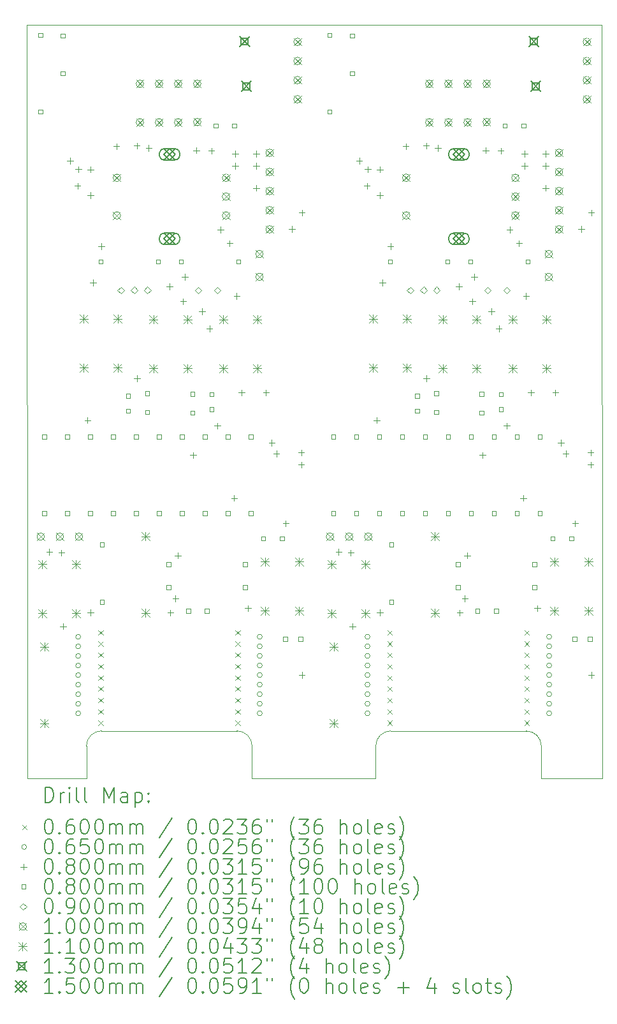
<source format=gbr>
%TF.GenerationSoftware,KiCad,Pcbnew,7.0.1*%
%TF.CreationDate,2023-11-25T15:53:30+01:00*%
%TF.ProjectId,Spotify_controller_nutzen,53706f74-6966-4795-9f63-6f6e74726f6c,rev?*%
%TF.SameCoordinates,Original*%
%TF.FileFunction,Drillmap*%
%TF.FilePolarity,Positive*%
%FSLAX45Y45*%
G04 Gerber Fmt 4.5, Leading zero omitted, Abs format (unit mm)*
G04 Created by KiCad (PCBNEW 7.0.1) date 2023-11-25 15:53:30*
%MOMM*%
%LPD*%
G01*
G04 APERTURE LIST*
%ADD10C,0.100000*%
%ADD11C,0.200000*%
%ADD12C,0.060000*%
%ADD13C,0.065000*%
%ADD14C,0.080000*%
%ADD15C,0.090000*%
%ADD16C,0.110000*%
%ADD17C,0.130000*%
%ADD18C,0.150000*%
G04 APERTURE END LIST*
D10*
X10473000Y-14250000D02*
X9663000Y-14250000D01*
X6679000Y-14250000D02*
X7463000Y-14250000D01*
X10467000Y-4250000D02*
X6673000Y-4250000D01*
X7463000Y-14250000D02*
X7463000Y-13820000D01*
X10473000Y-14250000D02*
X10467000Y-4250000D01*
X9463000Y-13620000D02*
X7663000Y-13620000D01*
X9663000Y-14250000D02*
X9663000Y-13820000D01*
X9663000Y-13820000D02*
G75*
G03*
X9463000Y-13620000I-200000J0D01*
G01*
X7663000Y-13620000D02*
G75*
G03*
X7463000Y-13820000I0J-200000D01*
G01*
X6673000Y-4250000D02*
X2830000Y-4250000D01*
X2830000Y-4250000D02*
X2836000Y-14250000D01*
X6679000Y-14250000D02*
X5820000Y-14250000D01*
X5620000Y-13620000D02*
X3820000Y-13620000D01*
X2836000Y-14250000D02*
X3620000Y-14250000D01*
X3620000Y-14250000D02*
X3620000Y-13820000D01*
X5820000Y-14250000D02*
X5820000Y-13820000D01*
X5820000Y-13820000D02*
G75*
G03*
X5620000Y-13620000I-200000J0D01*
G01*
X3820000Y-13620000D02*
G75*
G03*
X3620000Y-13820000I0J-200000D01*
G01*
D11*
D12*
X3780000Y-12285800D02*
X3840000Y-12345800D01*
X3840000Y-12285800D02*
X3780000Y-12345800D01*
X3780000Y-12432800D02*
X3840000Y-12492800D01*
X3840000Y-12432800D02*
X3780000Y-12492800D01*
X3780000Y-12582800D02*
X3840000Y-12642800D01*
X3840000Y-12582800D02*
X3780000Y-12642800D01*
X3780000Y-12732800D02*
X3840000Y-12792800D01*
X3840000Y-12732800D02*
X3780000Y-12792800D01*
X3780000Y-12882800D02*
X3840000Y-12942800D01*
X3840000Y-12882800D02*
X3780000Y-12942800D01*
X3780000Y-13032800D02*
X3840000Y-13092800D01*
X3840000Y-13032800D02*
X3780000Y-13092800D01*
X3780000Y-13182800D02*
X3840000Y-13242800D01*
X3840000Y-13182800D02*
X3780000Y-13242800D01*
X3780000Y-13332800D02*
X3840000Y-13392800D01*
X3840000Y-13332800D02*
X3780000Y-13392800D01*
X3780000Y-13482800D02*
X3840000Y-13542800D01*
X3840000Y-13482800D02*
X3780000Y-13542800D01*
X5600000Y-12282800D02*
X5660000Y-12342800D01*
X5660000Y-12282800D02*
X5600000Y-12342800D01*
X5600000Y-12432800D02*
X5660000Y-12492800D01*
X5660000Y-12432800D02*
X5600000Y-12492800D01*
X5600000Y-12582800D02*
X5660000Y-12642800D01*
X5660000Y-12582800D02*
X5600000Y-12642800D01*
X5600000Y-12732800D02*
X5660000Y-12792800D01*
X5660000Y-12732800D02*
X5600000Y-12792800D01*
X5600000Y-12882800D02*
X5660000Y-12942800D01*
X5660000Y-12882800D02*
X5600000Y-12942800D01*
X5600000Y-13032800D02*
X5660000Y-13092800D01*
X5660000Y-13032800D02*
X5600000Y-13092800D01*
X5600000Y-13183800D02*
X5660000Y-13243800D01*
X5660000Y-13183800D02*
X5600000Y-13243800D01*
X5600000Y-13332800D02*
X5660000Y-13392800D01*
X5660000Y-13332800D02*
X5600000Y-13392800D01*
X5600000Y-13482800D02*
X5660000Y-13542800D01*
X5660000Y-13482800D02*
X5600000Y-13542800D01*
X7623000Y-12285800D02*
X7683000Y-12345800D01*
X7683000Y-12285800D02*
X7623000Y-12345800D01*
X7623000Y-12432800D02*
X7683000Y-12492800D01*
X7683000Y-12432800D02*
X7623000Y-12492800D01*
X7623000Y-12582800D02*
X7683000Y-12642800D01*
X7683000Y-12582800D02*
X7623000Y-12642800D01*
X7623000Y-12732800D02*
X7683000Y-12792800D01*
X7683000Y-12732800D02*
X7623000Y-12792800D01*
X7623000Y-12882800D02*
X7683000Y-12942800D01*
X7683000Y-12882800D02*
X7623000Y-12942800D01*
X7623000Y-13032800D02*
X7683000Y-13092800D01*
X7683000Y-13032800D02*
X7623000Y-13092800D01*
X7623000Y-13182800D02*
X7683000Y-13242800D01*
X7683000Y-13182800D02*
X7623000Y-13242800D01*
X7623000Y-13332800D02*
X7683000Y-13392800D01*
X7683000Y-13332800D02*
X7623000Y-13392800D01*
X7623000Y-13482800D02*
X7683000Y-13542800D01*
X7683000Y-13482800D02*
X7623000Y-13542800D01*
X9443000Y-12282800D02*
X9503000Y-12342800D01*
X9503000Y-12282800D02*
X9443000Y-12342800D01*
X9443000Y-12432800D02*
X9503000Y-12492800D01*
X9503000Y-12432800D02*
X9443000Y-12492800D01*
X9443000Y-12582800D02*
X9503000Y-12642800D01*
X9503000Y-12582800D02*
X9443000Y-12642800D01*
X9443000Y-12732800D02*
X9503000Y-12792800D01*
X9503000Y-12732800D02*
X9443000Y-12792800D01*
X9443000Y-12882800D02*
X9503000Y-12942800D01*
X9503000Y-12882800D02*
X9443000Y-12942800D01*
X9443000Y-13032800D02*
X9503000Y-13092800D01*
X9503000Y-13032800D02*
X9443000Y-13092800D01*
X9443000Y-13183800D02*
X9503000Y-13243800D01*
X9503000Y-13183800D02*
X9443000Y-13243800D01*
X9443000Y-13332800D02*
X9503000Y-13392800D01*
X9503000Y-13332800D02*
X9443000Y-13392800D01*
X9443000Y-13482800D02*
X9503000Y-13542800D01*
X9503000Y-13482800D02*
X9443000Y-13542800D01*
D13*
X3542780Y-12370800D02*
G75*
G03*
X3542780Y-12370800I-32500J0D01*
G01*
X3542780Y-12497800D02*
G75*
G03*
X3542780Y-12497800I-32500J0D01*
G01*
X3542780Y-12624800D02*
G75*
G03*
X3542780Y-12624800I-32500J0D01*
G01*
X3542780Y-12751800D02*
G75*
G03*
X3542780Y-12751800I-32500J0D01*
G01*
X3542780Y-12878800D02*
G75*
G03*
X3542780Y-12878800I-32500J0D01*
G01*
X3542780Y-13005800D02*
G75*
G03*
X3542780Y-13005800I-32500J0D01*
G01*
X3542780Y-13132800D02*
G75*
G03*
X3542780Y-13132800I-32500J0D01*
G01*
X3542780Y-13259800D02*
G75*
G03*
X3542780Y-13259800I-32500J0D01*
G01*
X3542780Y-13386800D02*
G75*
G03*
X3542780Y-13386800I-32500J0D01*
G01*
X5955780Y-12369800D02*
G75*
G03*
X5955780Y-12369800I-32500J0D01*
G01*
X5955780Y-12496800D02*
G75*
G03*
X5955780Y-12496800I-32500J0D01*
G01*
X5955780Y-12623800D02*
G75*
G03*
X5955780Y-12623800I-32500J0D01*
G01*
X5955780Y-12750800D02*
G75*
G03*
X5955780Y-12750800I-32500J0D01*
G01*
X5955780Y-12877800D02*
G75*
G03*
X5955780Y-12877800I-32500J0D01*
G01*
X5955780Y-13004800D02*
G75*
G03*
X5955780Y-13004800I-32500J0D01*
G01*
X5955780Y-13131800D02*
G75*
G03*
X5955780Y-13131800I-32500J0D01*
G01*
X5955780Y-13258800D02*
G75*
G03*
X5955780Y-13258800I-32500J0D01*
G01*
X5955780Y-13385800D02*
G75*
G03*
X5955780Y-13385800I-32500J0D01*
G01*
X7385780Y-12370800D02*
G75*
G03*
X7385780Y-12370800I-32500J0D01*
G01*
X7385780Y-12497800D02*
G75*
G03*
X7385780Y-12497800I-32500J0D01*
G01*
X7385780Y-12624800D02*
G75*
G03*
X7385780Y-12624800I-32500J0D01*
G01*
X7385780Y-12751800D02*
G75*
G03*
X7385780Y-12751800I-32500J0D01*
G01*
X7385780Y-12878800D02*
G75*
G03*
X7385780Y-12878800I-32500J0D01*
G01*
X7385780Y-13005800D02*
G75*
G03*
X7385780Y-13005800I-32500J0D01*
G01*
X7385780Y-13132800D02*
G75*
G03*
X7385780Y-13132800I-32500J0D01*
G01*
X7385780Y-13259800D02*
G75*
G03*
X7385780Y-13259800I-32500J0D01*
G01*
X7385780Y-13386800D02*
G75*
G03*
X7385780Y-13386800I-32500J0D01*
G01*
X9798780Y-12369800D02*
G75*
G03*
X9798780Y-12369800I-32500J0D01*
G01*
X9798780Y-12496800D02*
G75*
G03*
X9798780Y-12496800I-32500J0D01*
G01*
X9798780Y-12623800D02*
G75*
G03*
X9798780Y-12623800I-32500J0D01*
G01*
X9798780Y-12750800D02*
G75*
G03*
X9798780Y-12750800I-32500J0D01*
G01*
X9798780Y-12877800D02*
G75*
G03*
X9798780Y-12877800I-32500J0D01*
G01*
X9798780Y-13004800D02*
G75*
G03*
X9798780Y-13004800I-32500J0D01*
G01*
X9798780Y-13131800D02*
G75*
G03*
X9798780Y-13131800I-32500J0D01*
G01*
X9798780Y-13258800D02*
G75*
G03*
X9798780Y-13258800I-32500J0D01*
G01*
X9798780Y-13385800D02*
G75*
G03*
X9798780Y-13385800I-32500J0D01*
G01*
D14*
X3128170Y-11205194D02*
X3128170Y-11285194D01*
X3088170Y-11245194D02*
X3168170Y-11245194D01*
X3287812Y-11215126D02*
X3287812Y-11295126D01*
X3247812Y-11255126D02*
X3327812Y-11255126D01*
X3311846Y-12192640D02*
X3311846Y-12272640D01*
X3271846Y-12232640D02*
X3351846Y-12232640D01*
X3401644Y-6013635D02*
X3401644Y-6093635D01*
X3361644Y-6053635D02*
X3441644Y-6053635D01*
X3501850Y-6347200D02*
X3501850Y-6427200D01*
X3461850Y-6387200D02*
X3541850Y-6387200D01*
X3515334Y-6126145D02*
X3515334Y-6206145D01*
X3475334Y-6166145D02*
X3555334Y-6166145D01*
X3634740Y-9457060D02*
X3634740Y-9537060D01*
X3594740Y-9497060D02*
X3674740Y-9497060D01*
X3674850Y-6472560D02*
X3674850Y-6552560D01*
X3634850Y-6512560D02*
X3714850Y-6512560D01*
X3675224Y-6130525D02*
X3675224Y-6210525D01*
X3635224Y-6170525D02*
X3715224Y-6170525D01*
X3675380Y-12009910D02*
X3675380Y-12089910D01*
X3635380Y-12049910D02*
X3715380Y-12049910D01*
X3707664Y-7630118D02*
X3707664Y-7710118D01*
X3667664Y-7670118D02*
X3747664Y-7670118D01*
X3816700Y-7148200D02*
X3816700Y-7228200D01*
X3776700Y-7188200D02*
X3856700Y-7188200D01*
X4018280Y-5822320D02*
X4018280Y-5902320D01*
X3978280Y-5862320D02*
X4058280Y-5862320D01*
X4290060Y-5814700D02*
X4290060Y-5894700D01*
X4250060Y-5854700D02*
X4330060Y-5854700D01*
X4292600Y-8900800D02*
X4292600Y-8980800D01*
X4252600Y-8940800D02*
X4332600Y-8940800D01*
X4447540Y-5845180D02*
X4447540Y-5925180D01*
X4407540Y-5885180D02*
X4487540Y-5885180D01*
X4724400Y-7681600D02*
X4724400Y-7761600D01*
X4684400Y-7721600D02*
X4764400Y-7721600D01*
X4736290Y-12011490D02*
X4736290Y-12091490D01*
X4696290Y-12051490D02*
X4776290Y-12051490D01*
X4804027Y-11820360D02*
X4804027Y-11900360D01*
X4764027Y-11860360D02*
X4844027Y-11860360D01*
X4834413Y-11251110D02*
X4834413Y-11331110D01*
X4794413Y-11291110D02*
X4874413Y-11291110D01*
X4904740Y-7879720D02*
X4904740Y-7959720D01*
X4864740Y-7919720D02*
X4944740Y-7919720D01*
X4927600Y-7554600D02*
X4927600Y-7634600D01*
X4887600Y-7594600D02*
X4967600Y-7594600D01*
X5039360Y-9920150D02*
X5039360Y-10000150D01*
X4999360Y-9960150D02*
X5079360Y-9960150D01*
X5080810Y-5875430D02*
X5080810Y-5955430D01*
X5040810Y-5915430D02*
X5120810Y-5915430D01*
X5156200Y-8011800D02*
X5156200Y-8091800D01*
X5116200Y-8051800D02*
X5196200Y-8051800D01*
X5254962Y-8240400D02*
X5254962Y-8320400D01*
X5214962Y-8280400D02*
X5294962Y-8280400D01*
X5280660Y-5880740D02*
X5280660Y-5960740D01*
X5240660Y-5920740D02*
X5320660Y-5920740D01*
X5359400Y-9530720D02*
X5359400Y-9610720D01*
X5319400Y-9570720D02*
X5399400Y-9570720D01*
X5400040Y-6928950D02*
X5400040Y-7008950D01*
X5360040Y-6968950D02*
X5440040Y-6968950D01*
X5522954Y-7108554D02*
X5522954Y-7188554D01*
X5482954Y-7148554D02*
X5562954Y-7148554D01*
X5581410Y-10490840D02*
X5581410Y-10570840D01*
X5541410Y-10530840D02*
X5621410Y-10530840D01*
X5595850Y-5921450D02*
X5595850Y-6001450D01*
X5555850Y-5961450D02*
X5635850Y-5961450D01*
X5595850Y-6081400D02*
X5595850Y-6161400D01*
X5555850Y-6121400D02*
X5635850Y-6121400D01*
X5617050Y-7808600D02*
X5617050Y-7888600D01*
X5577050Y-7848600D02*
X5657050Y-7848600D01*
X5681203Y-9090221D02*
X5681203Y-9170221D01*
X5641203Y-9130221D02*
X5721203Y-9130221D01*
X5765800Y-11951340D02*
X5765800Y-12031340D01*
X5725800Y-11991340D02*
X5805800Y-11991340D01*
X5875750Y-5921450D02*
X5875750Y-6001450D01*
X5835750Y-5961450D02*
X5915750Y-5961450D01*
X5875750Y-6081400D02*
X5875750Y-6161400D01*
X5835750Y-6121400D02*
X5915750Y-6121400D01*
X5875750Y-6376040D02*
X5875750Y-6456040D01*
X5835750Y-6416040D02*
X5915750Y-6416040D01*
X6006021Y-9090221D02*
X6006021Y-9170221D01*
X5966021Y-9130221D02*
X6046021Y-9130221D01*
X6081570Y-9754339D02*
X6081570Y-9834339D01*
X6041570Y-9794339D02*
X6121570Y-9794339D01*
X6144100Y-9901560D02*
X6144100Y-9981560D01*
X6104100Y-9941560D02*
X6184100Y-9941560D01*
X6268720Y-10826120D02*
X6268720Y-10906120D01*
X6228720Y-10866120D02*
X6308720Y-10866120D01*
X6350000Y-6919600D02*
X6350000Y-6999600D01*
X6310000Y-6959600D02*
X6390000Y-6959600D01*
X6474050Y-9886320D02*
X6474050Y-9966320D01*
X6434050Y-9926320D02*
X6514050Y-9926320D01*
X6474466Y-10046270D02*
X6474466Y-10126270D01*
X6434466Y-10086270D02*
X6514466Y-10086270D01*
X6482080Y-6703700D02*
X6482080Y-6783700D01*
X6442080Y-6743700D02*
X6522080Y-6743700D01*
X6482080Y-12837800D02*
X6482080Y-12917800D01*
X6442080Y-12877800D02*
X6522080Y-12877800D01*
X6971170Y-11205194D02*
X6971170Y-11285194D01*
X6931170Y-11245194D02*
X7011170Y-11245194D01*
X7130812Y-11215126D02*
X7130812Y-11295126D01*
X7090812Y-11255126D02*
X7170812Y-11255126D01*
X7154846Y-12192640D02*
X7154846Y-12272640D01*
X7114846Y-12232640D02*
X7194846Y-12232640D01*
X7244644Y-6013635D02*
X7244644Y-6093635D01*
X7204644Y-6053635D02*
X7284644Y-6053635D01*
X7344850Y-6347200D02*
X7344850Y-6427200D01*
X7304850Y-6387200D02*
X7384850Y-6387200D01*
X7358334Y-6126145D02*
X7358334Y-6206145D01*
X7318334Y-6166145D02*
X7398334Y-6166145D01*
X7477740Y-9457060D02*
X7477740Y-9537060D01*
X7437740Y-9497060D02*
X7517740Y-9497060D01*
X7517850Y-6472560D02*
X7517850Y-6552560D01*
X7477850Y-6512560D02*
X7557850Y-6512560D01*
X7518224Y-6130525D02*
X7518224Y-6210525D01*
X7478224Y-6170525D02*
X7558224Y-6170525D01*
X7518380Y-12009910D02*
X7518380Y-12089910D01*
X7478380Y-12049910D02*
X7558380Y-12049910D01*
X7550664Y-7630118D02*
X7550664Y-7710118D01*
X7510664Y-7670118D02*
X7590664Y-7670118D01*
X7659700Y-7148200D02*
X7659700Y-7228200D01*
X7619700Y-7188200D02*
X7699700Y-7188200D01*
X7861280Y-5822320D02*
X7861280Y-5902320D01*
X7821280Y-5862320D02*
X7901280Y-5862320D01*
X8133060Y-5814700D02*
X8133060Y-5894700D01*
X8093060Y-5854700D02*
X8173060Y-5854700D01*
X8135600Y-8900800D02*
X8135600Y-8980800D01*
X8095600Y-8940800D02*
X8175600Y-8940800D01*
X8290540Y-5845180D02*
X8290540Y-5925180D01*
X8250540Y-5885180D02*
X8330540Y-5885180D01*
X8567400Y-7681600D02*
X8567400Y-7761600D01*
X8527400Y-7721600D02*
X8607400Y-7721600D01*
X8579290Y-12011490D02*
X8579290Y-12091490D01*
X8539290Y-12051490D02*
X8619290Y-12051490D01*
X8647027Y-11820360D02*
X8647027Y-11900360D01*
X8607027Y-11860360D02*
X8687027Y-11860360D01*
X8677413Y-11251110D02*
X8677413Y-11331110D01*
X8637413Y-11291110D02*
X8717413Y-11291110D01*
X8747740Y-7879720D02*
X8747740Y-7959720D01*
X8707740Y-7919720D02*
X8787740Y-7919720D01*
X8770600Y-7554600D02*
X8770600Y-7634600D01*
X8730600Y-7594600D02*
X8810600Y-7594600D01*
X8882360Y-9920150D02*
X8882360Y-10000150D01*
X8842360Y-9960150D02*
X8922360Y-9960150D01*
X8923810Y-5875430D02*
X8923810Y-5955430D01*
X8883810Y-5915430D02*
X8963810Y-5915430D01*
X8999200Y-8011800D02*
X8999200Y-8091800D01*
X8959200Y-8051800D02*
X9039200Y-8051800D01*
X9097962Y-8240400D02*
X9097962Y-8320400D01*
X9057962Y-8280400D02*
X9137962Y-8280400D01*
X9123660Y-5880740D02*
X9123660Y-5960740D01*
X9083660Y-5920740D02*
X9163660Y-5920740D01*
X9202400Y-9530720D02*
X9202400Y-9610720D01*
X9162400Y-9570720D02*
X9242400Y-9570720D01*
X9243040Y-6928950D02*
X9243040Y-7008950D01*
X9203040Y-6968950D02*
X9283040Y-6968950D01*
X9365954Y-7108554D02*
X9365954Y-7188554D01*
X9325954Y-7148554D02*
X9405954Y-7148554D01*
X9424410Y-10490840D02*
X9424410Y-10570840D01*
X9384410Y-10530840D02*
X9464410Y-10530840D01*
X9438850Y-5921450D02*
X9438850Y-6001450D01*
X9398850Y-5961450D02*
X9478850Y-5961450D01*
X9438850Y-6081400D02*
X9438850Y-6161400D01*
X9398850Y-6121400D02*
X9478850Y-6121400D01*
X9460050Y-7808600D02*
X9460050Y-7888600D01*
X9420050Y-7848600D02*
X9500050Y-7848600D01*
X9524203Y-9090221D02*
X9524203Y-9170221D01*
X9484203Y-9130221D02*
X9564203Y-9130221D01*
X9608800Y-11951340D02*
X9608800Y-12031340D01*
X9568800Y-11991340D02*
X9648800Y-11991340D01*
X9718750Y-5921450D02*
X9718750Y-6001450D01*
X9678750Y-5961450D02*
X9758750Y-5961450D01*
X9718750Y-6081400D02*
X9718750Y-6161400D01*
X9678750Y-6121400D02*
X9758750Y-6121400D01*
X9718750Y-6376040D02*
X9718750Y-6456040D01*
X9678750Y-6416040D02*
X9758750Y-6416040D01*
X9849021Y-9090221D02*
X9849021Y-9170221D01*
X9809021Y-9130221D02*
X9889021Y-9130221D01*
X9924570Y-9754339D02*
X9924570Y-9834339D01*
X9884570Y-9794339D02*
X9964570Y-9794339D01*
X9987100Y-9901560D02*
X9987100Y-9981560D01*
X9947100Y-9941560D02*
X10027100Y-9941560D01*
X10111720Y-10826120D02*
X10111720Y-10906120D01*
X10071720Y-10866120D02*
X10151720Y-10866120D01*
X10193000Y-6919600D02*
X10193000Y-6999600D01*
X10153000Y-6959600D02*
X10233000Y-6959600D01*
X10317050Y-9886320D02*
X10317050Y-9966320D01*
X10277050Y-9926320D02*
X10357050Y-9926320D01*
X10317466Y-10046270D02*
X10317466Y-10126270D01*
X10277466Y-10086270D02*
X10357466Y-10086270D01*
X10325080Y-6703700D02*
X10325080Y-6783700D01*
X10285080Y-6743700D02*
X10365080Y-6743700D01*
X10325080Y-12837800D02*
X10325080Y-12917800D01*
X10285080Y-12877800D02*
X10365080Y-12877800D01*
X3035284Y-4414284D02*
X3035284Y-4357715D01*
X2978715Y-4357715D01*
X2978715Y-4414284D01*
X3035284Y-4414284D01*
X3035284Y-5430284D02*
X3035284Y-5373715D01*
X2978715Y-5373715D01*
X2978715Y-5430284D01*
X3035284Y-5430284D01*
X3086444Y-9746325D02*
X3086444Y-9689756D01*
X3029875Y-9689756D01*
X3029875Y-9746325D01*
X3086444Y-9746325D01*
X3086444Y-10762325D02*
X3086444Y-10705756D01*
X3029875Y-10705756D01*
X3029875Y-10762325D01*
X3086444Y-10762325D01*
X3335364Y-4423285D02*
X3335364Y-4366716D01*
X3278795Y-4366716D01*
X3278795Y-4423285D01*
X3335364Y-4423285D01*
X3335364Y-4923285D02*
X3335364Y-4866716D01*
X3278795Y-4866716D01*
X3278795Y-4923285D01*
X3335364Y-4923285D01*
X3391244Y-9746325D02*
X3391244Y-9689756D01*
X3334675Y-9689756D01*
X3334675Y-9746325D01*
X3391244Y-9746325D01*
X3391244Y-10762325D02*
X3391244Y-10705756D01*
X3334675Y-10705756D01*
X3334675Y-10762325D01*
X3391244Y-10762325D01*
X3696044Y-9746325D02*
X3696044Y-9689756D01*
X3639475Y-9689756D01*
X3639475Y-9746325D01*
X3696044Y-9746325D01*
X3696044Y-10762325D02*
X3696044Y-10705756D01*
X3639475Y-10705756D01*
X3639475Y-10762325D01*
X3696044Y-10762325D01*
X3838284Y-7419684D02*
X3838284Y-7363115D01*
X3781715Y-7363115D01*
X3781715Y-7419684D01*
X3838284Y-7419684D01*
X3856064Y-11173805D02*
X3856064Y-11117236D01*
X3799495Y-11117236D01*
X3799495Y-11173805D01*
X3856064Y-11173805D01*
X3856064Y-11935804D02*
X3856064Y-11879235D01*
X3799495Y-11879235D01*
X3799495Y-11935804D01*
X3856064Y-11935804D01*
X4000844Y-9746325D02*
X4000844Y-9689756D01*
X3944275Y-9689756D01*
X3944275Y-9746325D01*
X4000844Y-9746325D01*
X4000844Y-10762325D02*
X4000844Y-10705756D01*
X3944275Y-10705756D01*
X3944275Y-10762325D01*
X4000844Y-10762325D01*
X4201685Y-9202284D02*
X4201685Y-9145715D01*
X4145116Y-9145715D01*
X4145116Y-9202284D01*
X4201685Y-9202284D01*
X4201685Y-9402284D02*
X4201685Y-9345715D01*
X4145116Y-9345715D01*
X4145116Y-9402284D01*
X4201685Y-9402284D01*
X4305645Y-9746325D02*
X4305645Y-9689756D01*
X4249076Y-9689756D01*
X4249076Y-9746325D01*
X4305645Y-9746325D01*
X4305645Y-10762325D02*
X4305645Y-10705756D01*
X4249076Y-10705756D01*
X4249076Y-10762325D01*
X4305645Y-10762325D01*
X4455685Y-9168284D02*
X4455685Y-9111715D01*
X4399116Y-9111715D01*
X4399116Y-9168284D01*
X4455685Y-9168284D01*
X4455685Y-9418284D02*
X4455685Y-9361715D01*
X4399116Y-9361715D01*
X4399116Y-9418284D01*
X4455685Y-9418284D01*
X4600285Y-7419684D02*
X4600285Y-7363115D01*
X4543716Y-7363115D01*
X4543716Y-7419684D01*
X4600285Y-7419684D01*
X4610445Y-9746325D02*
X4610445Y-9689756D01*
X4553876Y-9689756D01*
X4553876Y-9746325D01*
X4610445Y-9746325D01*
X4610445Y-10762325D02*
X4610445Y-10705756D01*
X4553876Y-10705756D01*
X4553876Y-10762325D01*
X4610445Y-10762325D01*
X4740285Y-11437284D02*
X4740285Y-11380715D01*
X4683716Y-11380715D01*
X4683716Y-11437284D01*
X4740285Y-11437284D01*
X4741065Y-11743524D02*
X4741065Y-11686955D01*
X4684496Y-11686955D01*
X4684496Y-11743524D01*
X4741065Y-11743524D01*
X4905085Y-7419684D02*
X4905085Y-7363115D01*
X4848516Y-7363115D01*
X4848516Y-7419684D01*
X4905085Y-7419684D01*
X4915245Y-9746325D02*
X4915245Y-9689756D01*
X4858676Y-9689756D01*
X4858676Y-9746325D01*
X4915245Y-9746325D01*
X4915245Y-10762325D02*
X4915245Y-10705756D01*
X4858676Y-10705756D01*
X4858676Y-10762325D01*
X4915245Y-10762325D01*
X5000145Y-12055944D02*
X5000145Y-11999375D01*
X4943576Y-11999375D01*
X4943576Y-12055944D01*
X5000145Y-12055944D01*
X5056685Y-9176285D02*
X5056685Y-9119716D01*
X5000116Y-9119716D01*
X5000116Y-9176285D01*
X5056685Y-9176285D01*
X5056685Y-9426285D02*
X5056685Y-9369716D01*
X5000116Y-9369716D01*
X5000116Y-9426285D01*
X5056685Y-9426285D01*
X5220045Y-9746325D02*
X5220045Y-9689756D01*
X5163476Y-9689756D01*
X5163476Y-9746325D01*
X5220045Y-9746325D01*
X5220045Y-10762325D02*
X5220045Y-10705756D01*
X5163476Y-10705756D01*
X5163476Y-10762325D01*
X5220045Y-10762325D01*
X5250145Y-12055944D02*
X5250145Y-11999375D01*
X5193576Y-11999375D01*
X5193576Y-12055944D01*
X5250145Y-12055944D01*
X5311485Y-9182284D02*
X5311485Y-9125715D01*
X5254916Y-9125715D01*
X5254916Y-9182284D01*
X5311485Y-9182284D01*
X5311485Y-9382284D02*
X5311485Y-9325715D01*
X5254916Y-9325715D01*
X5254916Y-9382284D01*
X5311485Y-9382284D01*
X5364285Y-5616284D02*
X5364285Y-5559716D01*
X5307716Y-5559716D01*
X5307716Y-5616284D01*
X5364285Y-5616284D01*
X5524845Y-9746325D02*
X5524845Y-9689756D01*
X5468276Y-9689756D01*
X5468276Y-9746325D01*
X5524845Y-9746325D01*
X5524845Y-10762325D02*
X5524845Y-10705756D01*
X5468276Y-10705756D01*
X5468276Y-10762325D01*
X5524845Y-10762325D01*
X5614284Y-5616284D02*
X5614284Y-5559716D01*
X5557716Y-5559716D01*
X5557716Y-5616284D01*
X5614284Y-5616284D01*
X5667084Y-7419684D02*
X5667084Y-7363115D01*
X5610515Y-7363115D01*
X5610515Y-7419684D01*
X5667084Y-7419684D01*
X5756284Y-11437284D02*
X5756284Y-11380715D01*
X5699715Y-11380715D01*
X5699715Y-11437284D01*
X5756284Y-11437284D01*
X5757065Y-11743524D02*
X5757065Y-11686955D01*
X5700496Y-11686955D01*
X5700496Y-11743524D01*
X5757065Y-11743524D01*
X5829644Y-9746325D02*
X5829644Y-9689756D01*
X5773075Y-9689756D01*
X5773075Y-9746325D01*
X5829644Y-9746325D01*
X5829644Y-10762325D02*
X5829644Y-10705756D01*
X5773075Y-10705756D01*
X5773075Y-10762325D01*
X5829644Y-10762325D01*
X5997284Y-11093285D02*
X5997284Y-11036716D01*
X5940715Y-11036716D01*
X5940715Y-11093285D01*
X5997284Y-11093285D01*
X6247284Y-11093285D02*
X6247284Y-11036716D01*
X6190715Y-11036716D01*
X6190715Y-11093285D01*
X6247284Y-11093285D01*
X6291924Y-12426024D02*
X6291924Y-12369455D01*
X6235355Y-12369455D01*
X6235355Y-12426024D01*
X6291924Y-12426024D01*
X6491924Y-12426024D02*
X6491924Y-12369455D01*
X6435355Y-12369455D01*
X6435355Y-12426024D01*
X6491924Y-12426024D01*
X6878284Y-4414284D02*
X6878284Y-4357715D01*
X6821715Y-4357715D01*
X6821715Y-4414284D01*
X6878284Y-4414284D01*
X6878284Y-5430284D02*
X6878284Y-5373715D01*
X6821715Y-5373715D01*
X6821715Y-5430284D01*
X6878284Y-5430284D01*
X6929444Y-9746325D02*
X6929444Y-9689756D01*
X6872875Y-9689756D01*
X6872875Y-9746325D01*
X6929444Y-9746325D01*
X6929444Y-10762325D02*
X6929444Y-10705756D01*
X6872875Y-10705756D01*
X6872875Y-10762325D01*
X6929444Y-10762325D01*
X7178364Y-4423285D02*
X7178364Y-4366716D01*
X7121795Y-4366716D01*
X7121795Y-4423285D01*
X7178364Y-4423285D01*
X7178364Y-4923285D02*
X7178364Y-4866716D01*
X7121795Y-4866716D01*
X7121795Y-4923285D01*
X7178364Y-4923285D01*
X7234244Y-9746325D02*
X7234244Y-9689756D01*
X7177675Y-9689756D01*
X7177675Y-9746325D01*
X7234244Y-9746325D01*
X7234244Y-10762325D02*
X7234244Y-10705756D01*
X7177675Y-10705756D01*
X7177675Y-10762325D01*
X7234244Y-10762325D01*
X7539044Y-9746325D02*
X7539044Y-9689756D01*
X7482475Y-9689756D01*
X7482475Y-9746325D01*
X7539044Y-9746325D01*
X7539044Y-10762325D02*
X7539044Y-10705756D01*
X7482475Y-10705756D01*
X7482475Y-10762325D01*
X7539044Y-10762325D01*
X7681284Y-7419684D02*
X7681284Y-7363115D01*
X7624715Y-7363115D01*
X7624715Y-7419684D01*
X7681284Y-7419684D01*
X7699064Y-11173805D02*
X7699064Y-11117236D01*
X7642495Y-11117236D01*
X7642495Y-11173805D01*
X7699064Y-11173805D01*
X7699064Y-11935804D02*
X7699064Y-11879235D01*
X7642495Y-11879235D01*
X7642495Y-11935804D01*
X7699064Y-11935804D01*
X7843844Y-9746325D02*
X7843844Y-9689756D01*
X7787275Y-9689756D01*
X7787275Y-9746325D01*
X7843844Y-9746325D01*
X7843844Y-10762325D02*
X7843844Y-10705756D01*
X7787275Y-10705756D01*
X7787275Y-10762325D01*
X7843844Y-10762325D01*
X8044685Y-9202284D02*
X8044685Y-9145715D01*
X7988116Y-9145715D01*
X7988116Y-9202284D01*
X8044685Y-9202284D01*
X8044685Y-9402284D02*
X8044685Y-9345715D01*
X7988116Y-9345715D01*
X7988116Y-9402284D01*
X8044685Y-9402284D01*
X8148644Y-9746325D02*
X8148644Y-9689756D01*
X8092075Y-9689756D01*
X8092075Y-9746325D01*
X8148644Y-9746325D01*
X8148644Y-10762325D02*
X8148644Y-10705756D01*
X8092075Y-10705756D01*
X8092075Y-10762325D01*
X8148644Y-10762325D01*
X8298685Y-9168284D02*
X8298685Y-9111715D01*
X8242116Y-9111715D01*
X8242116Y-9168284D01*
X8298685Y-9168284D01*
X8298685Y-9418284D02*
X8298685Y-9361715D01*
X8242116Y-9361715D01*
X8242116Y-9418284D01*
X8298685Y-9418284D01*
X8443285Y-7419684D02*
X8443285Y-7363115D01*
X8386715Y-7363115D01*
X8386715Y-7419684D01*
X8443285Y-7419684D01*
X8453445Y-9746325D02*
X8453445Y-9689756D01*
X8396876Y-9689756D01*
X8396876Y-9746325D01*
X8453445Y-9746325D01*
X8453445Y-10762325D02*
X8453445Y-10705756D01*
X8396876Y-10705756D01*
X8396876Y-10762325D01*
X8453445Y-10762325D01*
X8583285Y-11437284D02*
X8583285Y-11380715D01*
X8526716Y-11380715D01*
X8526716Y-11437284D01*
X8583285Y-11437284D01*
X8584065Y-11743524D02*
X8584065Y-11686955D01*
X8527496Y-11686955D01*
X8527496Y-11743524D01*
X8584065Y-11743524D01*
X8748085Y-7419684D02*
X8748085Y-7363115D01*
X8691516Y-7363115D01*
X8691516Y-7419684D01*
X8748085Y-7419684D01*
X8758245Y-9746325D02*
X8758245Y-9689756D01*
X8701676Y-9689756D01*
X8701676Y-9746325D01*
X8758245Y-9746325D01*
X8758245Y-10762325D02*
X8758245Y-10705756D01*
X8701676Y-10705756D01*
X8701676Y-10762325D01*
X8758245Y-10762325D01*
X8843145Y-12055944D02*
X8843145Y-11999375D01*
X8786576Y-11999375D01*
X8786576Y-12055944D01*
X8843145Y-12055944D01*
X8899685Y-9176285D02*
X8899685Y-9119716D01*
X8843116Y-9119716D01*
X8843116Y-9176285D01*
X8899685Y-9176285D01*
X8899685Y-9426285D02*
X8899685Y-9369716D01*
X8843116Y-9369716D01*
X8843116Y-9426285D01*
X8899685Y-9426285D01*
X9063045Y-9746325D02*
X9063045Y-9689756D01*
X9006476Y-9689756D01*
X9006476Y-9746325D01*
X9063045Y-9746325D01*
X9063045Y-10762325D02*
X9063045Y-10705756D01*
X9006476Y-10705756D01*
X9006476Y-10762325D01*
X9063045Y-10762325D01*
X9093145Y-12055944D02*
X9093145Y-11999375D01*
X9036576Y-11999375D01*
X9036576Y-12055944D01*
X9093145Y-12055944D01*
X9154485Y-9182284D02*
X9154485Y-9125715D01*
X9097916Y-9125715D01*
X9097916Y-9182284D01*
X9154485Y-9182284D01*
X9154485Y-9382284D02*
X9154485Y-9325715D01*
X9097916Y-9325715D01*
X9097916Y-9382284D01*
X9154485Y-9382284D01*
X9207285Y-5616284D02*
X9207285Y-5559716D01*
X9150716Y-5559716D01*
X9150716Y-5616284D01*
X9207285Y-5616284D01*
X9367845Y-9746325D02*
X9367845Y-9689756D01*
X9311276Y-9689756D01*
X9311276Y-9746325D01*
X9367845Y-9746325D01*
X9367845Y-10762325D02*
X9367845Y-10705756D01*
X9311276Y-10705756D01*
X9311276Y-10762325D01*
X9367845Y-10762325D01*
X9457285Y-5616284D02*
X9457285Y-5559716D01*
X9400716Y-5559716D01*
X9400716Y-5616284D01*
X9457285Y-5616284D01*
X9510085Y-7419684D02*
X9510085Y-7363115D01*
X9453516Y-7363115D01*
X9453516Y-7419684D01*
X9510085Y-7419684D01*
X9599285Y-11437284D02*
X9599285Y-11380715D01*
X9542716Y-11380715D01*
X9542716Y-11437284D01*
X9599285Y-11437284D01*
X9600065Y-11743524D02*
X9600065Y-11686955D01*
X9543496Y-11686955D01*
X9543496Y-11743524D01*
X9600065Y-11743524D01*
X9672645Y-9746325D02*
X9672645Y-9689756D01*
X9616076Y-9689756D01*
X9616076Y-9746325D01*
X9672645Y-9746325D01*
X9672645Y-10762325D02*
X9672645Y-10705756D01*
X9616076Y-10705756D01*
X9616076Y-10762325D01*
X9672645Y-10762325D01*
X9840285Y-11093285D02*
X9840285Y-11036716D01*
X9783716Y-11036716D01*
X9783716Y-11093285D01*
X9840285Y-11093285D01*
X10090285Y-11093285D02*
X10090285Y-11036716D01*
X10033716Y-11036716D01*
X10033716Y-11093285D01*
X10090285Y-11093285D01*
X10134925Y-12426024D02*
X10134925Y-12369455D01*
X10078356Y-12369455D01*
X10078356Y-12426024D01*
X10134925Y-12426024D01*
X10334925Y-12426024D02*
X10334925Y-12369455D01*
X10278356Y-12369455D01*
X10278356Y-12426024D01*
X10334925Y-12426024D01*
D15*
X4079240Y-7817400D02*
X4124240Y-7772400D01*
X4079240Y-7727400D01*
X4034240Y-7772400D01*
X4079240Y-7817400D01*
X4257040Y-7816040D02*
X4302040Y-7771040D01*
X4257040Y-7726040D01*
X4212040Y-7771040D01*
X4257040Y-7816040D01*
X4429760Y-7816040D02*
X4474760Y-7771040D01*
X4429760Y-7726040D01*
X4384760Y-7771040D01*
X4429760Y-7816040D01*
X5105400Y-7816200D02*
X5150400Y-7771200D01*
X5105400Y-7726200D01*
X5060400Y-7771200D01*
X5105400Y-7816200D01*
X5359400Y-7816200D02*
X5404400Y-7771200D01*
X5359400Y-7726200D01*
X5314400Y-7771200D01*
X5359400Y-7816200D01*
X7922240Y-7817400D02*
X7967240Y-7772400D01*
X7922240Y-7727400D01*
X7877240Y-7772400D01*
X7922240Y-7817400D01*
X8100040Y-7816040D02*
X8145040Y-7771040D01*
X8100040Y-7726040D01*
X8055040Y-7771040D01*
X8100040Y-7816040D01*
X8272760Y-7816040D02*
X8317760Y-7771040D01*
X8272760Y-7726040D01*
X8227760Y-7771040D01*
X8272760Y-7816040D01*
X8948400Y-7816200D02*
X8993400Y-7771200D01*
X8948400Y-7726200D01*
X8903400Y-7771200D01*
X8948400Y-7816200D01*
X9202400Y-7816200D02*
X9247400Y-7771200D01*
X9202400Y-7726200D01*
X9157400Y-7771200D01*
X9202400Y-7816200D01*
D10*
X2962440Y-10991380D02*
X3062440Y-11091380D01*
X3062440Y-10991380D02*
X2962440Y-11091380D01*
X3062440Y-11041380D02*
G75*
G03*
X3062440Y-11041380I-50000J0D01*
G01*
X3216440Y-10991380D02*
X3316440Y-11091380D01*
X3316440Y-10991380D02*
X3216440Y-11091380D01*
X3316440Y-11041380D02*
G75*
G03*
X3316440Y-11041380I-50000J0D01*
G01*
X3470440Y-10991380D02*
X3570440Y-11091380D01*
X3570440Y-10991380D02*
X3470440Y-11091380D01*
X3570440Y-11041380D02*
G75*
G03*
X3570440Y-11041380I-50000J0D01*
G01*
X3974800Y-6229000D02*
X4074800Y-6329000D01*
X4074800Y-6229000D02*
X3974800Y-6329000D01*
X4074800Y-6279000D02*
G75*
G03*
X4074800Y-6279000I-50000J0D01*
G01*
X3974800Y-6729000D02*
X4074800Y-6829000D01*
X4074800Y-6729000D02*
X3974800Y-6829000D01*
X4074800Y-6779000D02*
G75*
G03*
X4074800Y-6779000I-50000J0D01*
G01*
X4280700Y-4981740D02*
X4380700Y-5081740D01*
X4380700Y-4981740D02*
X4280700Y-5081740D01*
X4380700Y-5031740D02*
G75*
G03*
X4380700Y-5031740I-50000J0D01*
G01*
X4280700Y-5493740D02*
X4380700Y-5593740D01*
X4380700Y-5493740D02*
X4280700Y-5593740D01*
X4380700Y-5543740D02*
G75*
G03*
X4380700Y-5543740I-50000J0D01*
G01*
X4534700Y-4981740D02*
X4634700Y-5081740D01*
X4634700Y-4981740D02*
X4534700Y-5081740D01*
X4634700Y-5031740D02*
G75*
G03*
X4634700Y-5031740I-50000J0D01*
G01*
X4534700Y-5493740D02*
X4634700Y-5593740D01*
X4634700Y-5493740D02*
X4534700Y-5593740D01*
X4634700Y-5543740D02*
G75*
G03*
X4634700Y-5543740I-50000J0D01*
G01*
X4788700Y-4981740D02*
X4888700Y-5081740D01*
X4888700Y-4981740D02*
X4788700Y-5081740D01*
X4888700Y-5031740D02*
G75*
G03*
X4888700Y-5031740I-50000J0D01*
G01*
X4788700Y-5493740D02*
X4888700Y-5593740D01*
X4888700Y-5493740D02*
X4788700Y-5593740D01*
X4888700Y-5543740D02*
G75*
G03*
X4888700Y-5543740I-50000J0D01*
G01*
X5042700Y-4981740D02*
X5142700Y-5081740D01*
X5142700Y-4981740D02*
X5042700Y-5081740D01*
X5142700Y-5031740D02*
G75*
G03*
X5142700Y-5031740I-50000J0D01*
G01*
X5042700Y-5489740D02*
X5142700Y-5589740D01*
X5142700Y-5489740D02*
X5042700Y-5589740D01*
X5142700Y-5539740D02*
G75*
G03*
X5142700Y-5539740I-50000J0D01*
G01*
X5424800Y-6229000D02*
X5524800Y-6329000D01*
X5524800Y-6229000D02*
X5424800Y-6329000D01*
X5524800Y-6279000D02*
G75*
G03*
X5524800Y-6279000I-50000J0D01*
G01*
X5424800Y-6479000D02*
X5524800Y-6579000D01*
X5524800Y-6479000D02*
X5424800Y-6579000D01*
X5524800Y-6529000D02*
G75*
G03*
X5524800Y-6529000I-50000J0D01*
G01*
X5424800Y-6729000D02*
X5524800Y-6829000D01*
X5524800Y-6729000D02*
X5424800Y-6829000D01*
X5524800Y-6779000D02*
G75*
G03*
X5524800Y-6779000I-50000J0D01*
G01*
X5868200Y-7241200D02*
X5968200Y-7341200D01*
X5968200Y-7241200D02*
X5868200Y-7341200D01*
X5968200Y-7291200D02*
G75*
G03*
X5968200Y-7291200I-50000J0D01*
G01*
X5868200Y-7544600D02*
X5968200Y-7644600D01*
X5968200Y-7544600D02*
X5868200Y-7644600D01*
X5968200Y-7594600D02*
G75*
G03*
X5968200Y-7594600I-50000J0D01*
G01*
X6004000Y-5898000D02*
X6104000Y-5998000D01*
X6104000Y-5898000D02*
X6004000Y-5998000D01*
X6104000Y-5948000D02*
G75*
G03*
X6104000Y-5948000I-50000J0D01*
G01*
X6004000Y-6152000D02*
X6104000Y-6252000D01*
X6104000Y-6152000D02*
X6004000Y-6252000D01*
X6104000Y-6202000D02*
G75*
G03*
X6104000Y-6202000I-50000J0D01*
G01*
X6004000Y-6406000D02*
X6104000Y-6506000D01*
X6104000Y-6406000D02*
X6004000Y-6506000D01*
X6104000Y-6456000D02*
G75*
G03*
X6104000Y-6456000I-50000J0D01*
G01*
X6004000Y-6660000D02*
X6104000Y-6760000D01*
X6104000Y-6660000D02*
X6004000Y-6760000D01*
X6104000Y-6710000D02*
G75*
G03*
X6104000Y-6710000I-50000J0D01*
G01*
X6004000Y-6914000D02*
X6104000Y-7014000D01*
X6104000Y-6914000D02*
X6004000Y-7014000D01*
X6104000Y-6964000D02*
G75*
G03*
X6104000Y-6964000I-50000J0D01*
G01*
X6373660Y-4425480D02*
X6473660Y-4525480D01*
X6473660Y-4425480D02*
X6373660Y-4525480D01*
X6473660Y-4475480D02*
G75*
G03*
X6473660Y-4475480I-50000J0D01*
G01*
X6373660Y-4679480D02*
X6473660Y-4779480D01*
X6473660Y-4679480D02*
X6373660Y-4779480D01*
X6473660Y-4729480D02*
G75*
G03*
X6473660Y-4729480I-50000J0D01*
G01*
X6373660Y-4933480D02*
X6473660Y-5033480D01*
X6473660Y-4933480D02*
X6373660Y-5033480D01*
X6473660Y-4983480D02*
G75*
G03*
X6473660Y-4983480I-50000J0D01*
G01*
X6373660Y-5187480D02*
X6473660Y-5287480D01*
X6473660Y-5187480D02*
X6373660Y-5287480D01*
X6473660Y-5237480D02*
G75*
G03*
X6473660Y-5237480I-50000J0D01*
G01*
X6805440Y-10991380D02*
X6905440Y-11091380D01*
X6905440Y-10991380D02*
X6805440Y-11091380D01*
X6905440Y-11041380D02*
G75*
G03*
X6905440Y-11041380I-50000J0D01*
G01*
X7059440Y-10991380D02*
X7159440Y-11091380D01*
X7159440Y-10991380D02*
X7059440Y-11091380D01*
X7159440Y-11041380D02*
G75*
G03*
X7159440Y-11041380I-50000J0D01*
G01*
X7313440Y-10991380D02*
X7413440Y-11091380D01*
X7413440Y-10991380D02*
X7313440Y-11091380D01*
X7413440Y-11041380D02*
G75*
G03*
X7413440Y-11041380I-50000J0D01*
G01*
X7817800Y-6229000D02*
X7917800Y-6329000D01*
X7917800Y-6229000D02*
X7817800Y-6329000D01*
X7917800Y-6279000D02*
G75*
G03*
X7917800Y-6279000I-50000J0D01*
G01*
X7817800Y-6729000D02*
X7917800Y-6829000D01*
X7917800Y-6729000D02*
X7817800Y-6829000D01*
X7917800Y-6779000D02*
G75*
G03*
X7917800Y-6779000I-50000J0D01*
G01*
X8123700Y-4981740D02*
X8223700Y-5081740D01*
X8223700Y-4981740D02*
X8123700Y-5081740D01*
X8223700Y-5031740D02*
G75*
G03*
X8223700Y-5031740I-50000J0D01*
G01*
X8123700Y-5493740D02*
X8223700Y-5593740D01*
X8223700Y-5493740D02*
X8123700Y-5593740D01*
X8223700Y-5543740D02*
G75*
G03*
X8223700Y-5543740I-50000J0D01*
G01*
X8377700Y-4981740D02*
X8477700Y-5081740D01*
X8477700Y-4981740D02*
X8377700Y-5081740D01*
X8477700Y-5031740D02*
G75*
G03*
X8477700Y-5031740I-50000J0D01*
G01*
X8377700Y-5493740D02*
X8477700Y-5593740D01*
X8477700Y-5493740D02*
X8377700Y-5593740D01*
X8477700Y-5543740D02*
G75*
G03*
X8477700Y-5543740I-50000J0D01*
G01*
X8631700Y-4981740D02*
X8731700Y-5081740D01*
X8731700Y-4981740D02*
X8631700Y-5081740D01*
X8731700Y-5031740D02*
G75*
G03*
X8731700Y-5031740I-50000J0D01*
G01*
X8631700Y-5493740D02*
X8731700Y-5593740D01*
X8731700Y-5493740D02*
X8631700Y-5593740D01*
X8731700Y-5543740D02*
G75*
G03*
X8731700Y-5543740I-50000J0D01*
G01*
X8885700Y-4981740D02*
X8985700Y-5081740D01*
X8985700Y-4981740D02*
X8885700Y-5081740D01*
X8985700Y-5031740D02*
G75*
G03*
X8985700Y-5031740I-50000J0D01*
G01*
X8885700Y-5489740D02*
X8985700Y-5589740D01*
X8985700Y-5489740D02*
X8885700Y-5589740D01*
X8985700Y-5539740D02*
G75*
G03*
X8985700Y-5539740I-50000J0D01*
G01*
X9267800Y-6229000D02*
X9367800Y-6329000D01*
X9367800Y-6229000D02*
X9267800Y-6329000D01*
X9367800Y-6279000D02*
G75*
G03*
X9367800Y-6279000I-50000J0D01*
G01*
X9267800Y-6479000D02*
X9367800Y-6579000D01*
X9367800Y-6479000D02*
X9267800Y-6579000D01*
X9367800Y-6529000D02*
G75*
G03*
X9367800Y-6529000I-50000J0D01*
G01*
X9267800Y-6729000D02*
X9367800Y-6829000D01*
X9367800Y-6729000D02*
X9267800Y-6829000D01*
X9367800Y-6779000D02*
G75*
G03*
X9367800Y-6779000I-50000J0D01*
G01*
X9711200Y-7241200D02*
X9811200Y-7341200D01*
X9811200Y-7241200D02*
X9711200Y-7341200D01*
X9811200Y-7291200D02*
G75*
G03*
X9811200Y-7291200I-50000J0D01*
G01*
X9711200Y-7544600D02*
X9811200Y-7644600D01*
X9811200Y-7544600D02*
X9711200Y-7644600D01*
X9811200Y-7594600D02*
G75*
G03*
X9811200Y-7594600I-50000J0D01*
G01*
X9847000Y-5898000D02*
X9947000Y-5998000D01*
X9947000Y-5898000D02*
X9847000Y-5998000D01*
X9947000Y-5948000D02*
G75*
G03*
X9947000Y-5948000I-50000J0D01*
G01*
X9847000Y-6152000D02*
X9947000Y-6252000D01*
X9947000Y-6152000D02*
X9847000Y-6252000D01*
X9947000Y-6202000D02*
G75*
G03*
X9947000Y-6202000I-50000J0D01*
G01*
X9847000Y-6406000D02*
X9947000Y-6506000D01*
X9947000Y-6406000D02*
X9847000Y-6506000D01*
X9947000Y-6456000D02*
G75*
G03*
X9947000Y-6456000I-50000J0D01*
G01*
X9847000Y-6660000D02*
X9947000Y-6760000D01*
X9947000Y-6660000D02*
X9847000Y-6760000D01*
X9947000Y-6710000D02*
G75*
G03*
X9947000Y-6710000I-50000J0D01*
G01*
X9847000Y-6914000D02*
X9947000Y-7014000D01*
X9947000Y-6914000D02*
X9847000Y-7014000D01*
X9947000Y-6964000D02*
G75*
G03*
X9947000Y-6964000I-50000J0D01*
G01*
X10216660Y-4425480D02*
X10316660Y-4525480D01*
X10316660Y-4425480D02*
X10216660Y-4525480D01*
X10316660Y-4475480D02*
G75*
G03*
X10316660Y-4475480I-50000J0D01*
G01*
X10216660Y-4679480D02*
X10316660Y-4779480D01*
X10316660Y-4679480D02*
X10216660Y-4779480D01*
X10316660Y-4729480D02*
G75*
G03*
X10316660Y-4729480I-50000J0D01*
G01*
X10216660Y-4933480D02*
X10316660Y-5033480D01*
X10316660Y-4933480D02*
X10216660Y-5033480D01*
X10316660Y-4983480D02*
G75*
G03*
X10316660Y-4983480I-50000J0D01*
G01*
X10216660Y-5187480D02*
X10316660Y-5287480D01*
X10316660Y-5187480D02*
X10216660Y-5287480D01*
X10316660Y-5237480D02*
G75*
G03*
X10316660Y-5237480I-50000J0D01*
G01*
D16*
X2977000Y-11354000D02*
X3087000Y-11464000D01*
X3087000Y-11354000D02*
X2977000Y-11464000D01*
X3032000Y-11354000D02*
X3032000Y-11464000D01*
X2977000Y-11409000D02*
X3087000Y-11409000D01*
X2977000Y-12004000D02*
X3087000Y-12114000D01*
X3087000Y-12004000D02*
X2977000Y-12114000D01*
X3032000Y-12004000D02*
X3032000Y-12114000D01*
X2977000Y-12059000D02*
X3087000Y-12059000D01*
X3008240Y-12446880D02*
X3118240Y-12556880D01*
X3118240Y-12446880D02*
X3008240Y-12556880D01*
X3063240Y-12446880D02*
X3063240Y-12556880D01*
X3008240Y-12501880D02*
X3118240Y-12501880D01*
X3008240Y-13462880D02*
X3118240Y-13572880D01*
X3118240Y-13462880D02*
X3008240Y-13572880D01*
X3063240Y-13462880D02*
X3063240Y-13572880D01*
X3008240Y-13517880D02*
X3118240Y-13517880D01*
X3427000Y-11354000D02*
X3537000Y-11464000D01*
X3537000Y-11354000D02*
X3427000Y-11464000D01*
X3482000Y-11354000D02*
X3482000Y-11464000D01*
X3427000Y-11409000D02*
X3537000Y-11409000D01*
X3427000Y-12004000D02*
X3537000Y-12114000D01*
X3537000Y-12004000D02*
X3427000Y-12114000D01*
X3482000Y-12004000D02*
X3482000Y-12114000D01*
X3427000Y-12059000D02*
X3537000Y-12059000D01*
X3530000Y-8095000D02*
X3640000Y-8205000D01*
X3640000Y-8095000D02*
X3530000Y-8205000D01*
X3585000Y-8095000D02*
X3585000Y-8205000D01*
X3530000Y-8150000D02*
X3640000Y-8150000D01*
X3530000Y-8745000D02*
X3640000Y-8855000D01*
X3640000Y-8745000D02*
X3530000Y-8855000D01*
X3585000Y-8745000D02*
X3585000Y-8855000D01*
X3530000Y-8800000D02*
X3640000Y-8800000D01*
X3980000Y-8095000D02*
X4090000Y-8205000D01*
X4090000Y-8095000D02*
X3980000Y-8205000D01*
X4035000Y-8095000D02*
X4035000Y-8205000D01*
X3980000Y-8150000D02*
X4090000Y-8150000D01*
X3980000Y-8745000D02*
X4090000Y-8855000D01*
X4090000Y-8745000D02*
X3980000Y-8855000D01*
X4035000Y-8745000D02*
X4035000Y-8855000D01*
X3980000Y-8800000D02*
X4090000Y-8800000D01*
X4349360Y-10983840D02*
X4459360Y-11093840D01*
X4459360Y-10983840D02*
X4349360Y-11093840D01*
X4404360Y-10983840D02*
X4404360Y-11093840D01*
X4349360Y-11038840D02*
X4459360Y-11038840D01*
X4349360Y-11999840D02*
X4459360Y-12109840D01*
X4459360Y-11999840D02*
X4349360Y-12109840D01*
X4404360Y-11999840D02*
X4404360Y-12109840D01*
X4349360Y-12054840D02*
X4459360Y-12054840D01*
X4457100Y-8103600D02*
X4567100Y-8213600D01*
X4567100Y-8103600D02*
X4457100Y-8213600D01*
X4512100Y-8103600D02*
X4512100Y-8213600D01*
X4457100Y-8158600D02*
X4567100Y-8158600D01*
X4457100Y-8753600D02*
X4567100Y-8863600D01*
X4567100Y-8753600D02*
X4457100Y-8863600D01*
X4512100Y-8753600D02*
X4512100Y-8863600D01*
X4457100Y-8808600D02*
X4567100Y-8808600D01*
X4907100Y-8103600D02*
X5017100Y-8213600D01*
X5017100Y-8103600D02*
X4907100Y-8213600D01*
X4962100Y-8103600D02*
X4962100Y-8213600D01*
X4907100Y-8158600D02*
X5017100Y-8158600D01*
X4907100Y-8753600D02*
X5017100Y-8863600D01*
X5017100Y-8753600D02*
X4907100Y-8863600D01*
X4962100Y-8753600D02*
X4962100Y-8863600D01*
X4907100Y-8808600D02*
X5017100Y-8808600D01*
X5384200Y-8103600D02*
X5494200Y-8213600D01*
X5494200Y-8103600D02*
X5384200Y-8213600D01*
X5439200Y-8103600D02*
X5439200Y-8213600D01*
X5384200Y-8158600D02*
X5494200Y-8158600D01*
X5384200Y-8753600D02*
X5494200Y-8863600D01*
X5494200Y-8753600D02*
X5384200Y-8863600D01*
X5439200Y-8753600D02*
X5439200Y-8863600D01*
X5384200Y-8808600D02*
X5494200Y-8808600D01*
X5834200Y-8103600D02*
X5944200Y-8213600D01*
X5944200Y-8103600D02*
X5834200Y-8213600D01*
X5889200Y-8103600D02*
X5889200Y-8213600D01*
X5834200Y-8158600D02*
X5944200Y-8158600D01*
X5834200Y-8753600D02*
X5944200Y-8863600D01*
X5944200Y-8753600D02*
X5834200Y-8863600D01*
X5889200Y-8753600D02*
X5889200Y-8863600D01*
X5834200Y-8808600D02*
X5944200Y-8808600D01*
X5939000Y-11319910D02*
X6049000Y-11429910D01*
X6049000Y-11319910D02*
X5939000Y-11429910D01*
X5994000Y-11319910D02*
X5994000Y-11429910D01*
X5939000Y-11374910D02*
X6049000Y-11374910D01*
X5939000Y-11969910D02*
X6049000Y-12079910D01*
X6049000Y-11969910D02*
X5939000Y-12079910D01*
X5994000Y-11969910D02*
X5994000Y-12079910D01*
X5939000Y-12024910D02*
X6049000Y-12024910D01*
X6389000Y-11319910D02*
X6499000Y-11429910D01*
X6499000Y-11319910D02*
X6389000Y-11429910D01*
X6444000Y-11319910D02*
X6444000Y-11429910D01*
X6389000Y-11374910D02*
X6499000Y-11374910D01*
X6389000Y-11969910D02*
X6499000Y-12079910D01*
X6499000Y-11969910D02*
X6389000Y-12079910D01*
X6444000Y-11969910D02*
X6444000Y-12079910D01*
X6389000Y-12024910D02*
X6499000Y-12024910D01*
X6820000Y-11354000D02*
X6930000Y-11464000D01*
X6930000Y-11354000D02*
X6820000Y-11464000D01*
X6875000Y-11354000D02*
X6875000Y-11464000D01*
X6820000Y-11409000D02*
X6930000Y-11409000D01*
X6820000Y-12004000D02*
X6930000Y-12114000D01*
X6930000Y-12004000D02*
X6820000Y-12114000D01*
X6875000Y-12004000D02*
X6875000Y-12114000D01*
X6820000Y-12059000D02*
X6930000Y-12059000D01*
X6851240Y-12446880D02*
X6961240Y-12556880D01*
X6961240Y-12446880D02*
X6851240Y-12556880D01*
X6906240Y-12446880D02*
X6906240Y-12556880D01*
X6851240Y-12501880D02*
X6961240Y-12501880D01*
X6851240Y-13462880D02*
X6961240Y-13572880D01*
X6961240Y-13462880D02*
X6851240Y-13572880D01*
X6906240Y-13462880D02*
X6906240Y-13572880D01*
X6851240Y-13517880D02*
X6961240Y-13517880D01*
X7270000Y-11354000D02*
X7380000Y-11464000D01*
X7380000Y-11354000D02*
X7270000Y-11464000D01*
X7325000Y-11354000D02*
X7325000Y-11464000D01*
X7270000Y-11409000D02*
X7380000Y-11409000D01*
X7270000Y-12004000D02*
X7380000Y-12114000D01*
X7380000Y-12004000D02*
X7270000Y-12114000D01*
X7325000Y-12004000D02*
X7325000Y-12114000D01*
X7270000Y-12059000D02*
X7380000Y-12059000D01*
X7373000Y-8095000D02*
X7483000Y-8205000D01*
X7483000Y-8095000D02*
X7373000Y-8205000D01*
X7428000Y-8095000D02*
X7428000Y-8205000D01*
X7373000Y-8150000D02*
X7483000Y-8150000D01*
X7373000Y-8745000D02*
X7483000Y-8855000D01*
X7483000Y-8745000D02*
X7373000Y-8855000D01*
X7428000Y-8745000D02*
X7428000Y-8855000D01*
X7373000Y-8800000D02*
X7483000Y-8800000D01*
X7823000Y-8095000D02*
X7933000Y-8205000D01*
X7933000Y-8095000D02*
X7823000Y-8205000D01*
X7878000Y-8095000D02*
X7878000Y-8205000D01*
X7823000Y-8150000D02*
X7933000Y-8150000D01*
X7823000Y-8745000D02*
X7933000Y-8855000D01*
X7933000Y-8745000D02*
X7823000Y-8855000D01*
X7878000Y-8745000D02*
X7878000Y-8855000D01*
X7823000Y-8800000D02*
X7933000Y-8800000D01*
X8192360Y-10983840D02*
X8302360Y-11093840D01*
X8302360Y-10983840D02*
X8192360Y-11093840D01*
X8247360Y-10983840D02*
X8247360Y-11093840D01*
X8192360Y-11038840D02*
X8302360Y-11038840D01*
X8192360Y-11999840D02*
X8302360Y-12109840D01*
X8302360Y-11999840D02*
X8192360Y-12109840D01*
X8247360Y-11999840D02*
X8247360Y-12109840D01*
X8192360Y-12054840D02*
X8302360Y-12054840D01*
X8300100Y-8103600D02*
X8410100Y-8213600D01*
X8410100Y-8103600D02*
X8300100Y-8213600D01*
X8355100Y-8103600D02*
X8355100Y-8213600D01*
X8300100Y-8158600D02*
X8410100Y-8158600D01*
X8300100Y-8753600D02*
X8410100Y-8863600D01*
X8410100Y-8753600D02*
X8300100Y-8863600D01*
X8355100Y-8753600D02*
X8355100Y-8863600D01*
X8300100Y-8808600D02*
X8410100Y-8808600D01*
X8750100Y-8103600D02*
X8860100Y-8213600D01*
X8860100Y-8103600D02*
X8750100Y-8213600D01*
X8805100Y-8103600D02*
X8805100Y-8213600D01*
X8750100Y-8158600D02*
X8860100Y-8158600D01*
X8750100Y-8753600D02*
X8860100Y-8863600D01*
X8860100Y-8753600D02*
X8750100Y-8863600D01*
X8805100Y-8753600D02*
X8805100Y-8863600D01*
X8750100Y-8808600D02*
X8860100Y-8808600D01*
X9227200Y-8103600D02*
X9337200Y-8213600D01*
X9337200Y-8103600D02*
X9227200Y-8213600D01*
X9282200Y-8103600D02*
X9282200Y-8213600D01*
X9227200Y-8158600D02*
X9337200Y-8158600D01*
X9227200Y-8753600D02*
X9337200Y-8863600D01*
X9337200Y-8753600D02*
X9227200Y-8863600D01*
X9282200Y-8753600D02*
X9282200Y-8863600D01*
X9227200Y-8808600D02*
X9337200Y-8808600D01*
X9677200Y-8103600D02*
X9787200Y-8213600D01*
X9787200Y-8103600D02*
X9677200Y-8213600D01*
X9732200Y-8103600D02*
X9732200Y-8213600D01*
X9677200Y-8158600D02*
X9787200Y-8158600D01*
X9677200Y-8753600D02*
X9787200Y-8863600D01*
X9787200Y-8753600D02*
X9677200Y-8863600D01*
X9732200Y-8753600D02*
X9732200Y-8863600D01*
X9677200Y-8808600D02*
X9787200Y-8808600D01*
X9782000Y-11319910D02*
X9892000Y-11429910D01*
X9892000Y-11319910D02*
X9782000Y-11429910D01*
X9837000Y-11319910D02*
X9837000Y-11429910D01*
X9782000Y-11374910D02*
X9892000Y-11374910D01*
X9782000Y-11969910D02*
X9892000Y-12079910D01*
X9892000Y-11969910D02*
X9782000Y-12079910D01*
X9837000Y-11969910D02*
X9837000Y-12079910D01*
X9782000Y-12024910D02*
X9892000Y-12024910D01*
X10232000Y-11319910D02*
X10342000Y-11429910D01*
X10342000Y-11319910D02*
X10232000Y-11429910D01*
X10287000Y-11319910D02*
X10287000Y-11429910D01*
X10232000Y-11374910D02*
X10342000Y-11374910D01*
X10232000Y-11969910D02*
X10342000Y-12079910D01*
X10342000Y-11969910D02*
X10232000Y-12079910D01*
X10287000Y-11969910D02*
X10287000Y-12079910D01*
X10232000Y-12024910D02*
X10342000Y-12024910D01*
D17*
X5657620Y-4405400D02*
X5787620Y-4535400D01*
X5787620Y-4405400D02*
X5657620Y-4535400D01*
X5768582Y-4516362D02*
X5768582Y-4424438D01*
X5676658Y-4424438D01*
X5676658Y-4516362D01*
X5768582Y-4516362D01*
X5677940Y-4999760D02*
X5807940Y-5129760D01*
X5807940Y-4999760D02*
X5677940Y-5129760D01*
X5788902Y-5110722D02*
X5788902Y-5018798D01*
X5696978Y-5018798D01*
X5696978Y-5110722D01*
X5788902Y-5110722D01*
X9500620Y-4405400D02*
X9630620Y-4535400D01*
X9630620Y-4405400D02*
X9500620Y-4535400D01*
X9611582Y-4516362D02*
X9611582Y-4424438D01*
X9519658Y-4424438D01*
X9519658Y-4516362D01*
X9611582Y-4516362D01*
X9520940Y-4999760D02*
X9650940Y-5129760D01*
X9650940Y-4999760D02*
X9520940Y-5129760D01*
X9631902Y-5110722D02*
X9631902Y-5018798D01*
X9539978Y-5018798D01*
X9539978Y-5110722D01*
X9631902Y-5110722D01*
D18*
X4649800Y-5894000D02*
X4799800Y-6044000D01*
X4799800Y-5894000D02*
X4649800Y-6044000D01*
X4724800Y-6044000D02*
X4799800Y-5969000D01*
X4724800Y-5894000D01*
X4649800Y-5969000D01*
X4724800Y-6044000D01*
D11*
X4789800Y-5894000D02*
X4659800Y-5894000D01*
X4659800Y-5894000D02*
G75*
G03*
X4659800Y-6044000I0J-75000D01*
G01*
X4659800Y-6044000D02*
X4789800Y-6044000D01*
X4789800Y-6044000D02*
G75*
G03*
X4789800Y-5894000I0J75000D01*
G01*
D18*
X4649800Y-7014000D02*
X4799800Y-7164000D01*
X4799800Y-7014000D02*
X4649800Y-7164000D01*
X4724800Y-7164000D02*
X4799800Y-7089000D01*
X4724800Y-7014000D01*
X4649800Y-7089000D01*
X4724800Y-7164000D01*
D11*
X4789800Y-7014000D02*
X4659800Y-7014000D01*
X4659800Y-7014000D02*
G75*
G03*
X4659800Y-7164000I0J-75000D01*
G01*
X4659800Y-7164000D02*
X4789800Y-7164000D01*
X4789800Y-7164000D02*
G75*
G03*
X4789800Y-7014000I0J75000D01*
G01*
D18*
X8492800Y-5894000D02*
X8642800Y-6044000D01*
X8642800Y-5894000D02*
X8492800Y-6044000D01*
X8567800Y-6044000D02*
X8642800Y-5969000D01*
X8567800Y-5894000D01*
X8492800Y-5969000D01*
X8567800Y-6044000D01*
D11*
X8632800Y-5894000D02*
X8502800Y-5894000D01*
X8502800Y-5894000D02*
G75*
G03*
X8502800Y-6044000I0J-75000D01*
G01*
X8502800Y-6044000D02*
X8632800Y-6044000D01*
X8632800Y-6044000D02*
G75*
G03*
X8632800Y-5894000I0J75000D01*
G01*
D18*
X8492800Y-7014000D02*
X8642800Y-7164000D01*
X8642800Y-7014000D02*
X8492800Y-7164000D01*
X8567800Y-7164000D02*
X8642800Y-7089000D01*
X8567800Y-7014000D01*
X8492800Y-7089000D01*
X8567800Y-7164000D01*
D11*
X8632800Y-7014000D02*
X8502800Y-7014000D01*
X8502800Y-7014000D02*
G75*
G03*
X8502800Y-7164000I0J-75000D01*
G01*
X8502800Y-7164000D02*
X8632800Y-7164000D01*
X8632800Y-7164000D02*
G75*
G03*
X8632800Y-7014000I0J75000D01*
G01*
X3072619Y-14567524D02*
X3072619Y-14367524D01*
X3072619Y-14367524D02*
X3120238Y-14367524D01*
X3120238Y-14367524D02*
X3148809Y-14377048D01*
X3148809Y-14377048D02*
X3167857Y-14396095D01*
X3167857Y-14396095D02*
X3177381Y-14415143D01*
X3177381Y-14415143D02*
X3186905Y-14453238D01*
X3186905Y-14453238D02*
X3186905Y-14481809D01*
X3186905Y-14481809D02*
X3177381Y-14519905D01*
X3177381Y-14519905D02*
X3167857Y-14538952D01*
X3167857Y-14538952D02*
X3148809Y-14558000D01*
X3148809Y-14558000D02*
X3120238Y-14567524D01*
X3120238Y-14567524D02*
X3072619Y-14567524D01*
X3272619Y-14567524D02*
X3272619Y-14434190D01*
X3272619Y-14472286D02*
X3282143Y-14453238D01*
X3282143Y-14453238D02*
X3291667Y-14443714D01*
X3291667Y-14443714D02*
X3310714Y-14434190D01*
X3310714Y-14434190D02*
X3329762Y-14434190D01*
X3396428Y-14567524D02*
X3396428Y-14434190D01*
X3396428Y-14367524D02*
X3386905Y-14377048D01*
X3386905Y-14377048D02*
X3396428Y-14386571D01*
X3396428Y-14386571D02*
X3405952Y-14377048D01*
X3405952Y-14377048D02*
X3396428Y-14367524D01*
X3396428Y-14367524D02*
X3396428Y-14386571D01*
X3520238Y-14567524D02*
X3501190Y-14558000D01*
X3501190Y-14558000D02*
X3491667Y-14538952D01*
X3491667Y-14538952D02*
X3491667Y-14367524D01*
X3625000Y-14567524D02*
X3605952Y-14558000D01*
X3605952Y-14558000D02*
X3596428Y-14538952D01*
X3596428Y-14538952D02*
X3596428Y-14367524D01*
X3853571Y-14567524D02*
X3853571Y-14367524D01*
X3853571Y-14367524D02*
X3920238Y-14510381D01*
X3920238Y-14510381D02*
X3986905Y-14367524D01*
X3986905Y-14367524D02*
X3986905Y-14567524D01*
X4167857Y-14567524D02*
X4167857Y-14462762D01*
X4167857Y-14462762D02*
X4158333Y-14443714D01*
X4158333Y-14443714D02*
X4139286Y-14434190D01*
X4139286Y-14434190D02*
X4101190Y-14434190D01*
X4101190Y-14434190D02*
X4082143Y-14443714D01*
X4167857Y-14558000D02*
X4148809Y-14567524D01*
X4148809Y-14567524D02*
X4101190Y-14567524D01*
X4101190Y-14567524D02*
X4082143Y-14558000D01*
X4082143Y-14558000D02*
X4072619Y-14538952D01*
X4072619Y-14538952D02*
X4072619Y-14519905D01*
X4072619Y-14519905D02*
X4082143Y-14500857D01*
X4082143Y-14500857D02*
X4101190Y-14491333D01*
X4101190Y-14491333D02*
X4148809Y-14491333D01*
X4148809Y-14491333D02*
X4167857Y-14481809D01*
X4263095Y-14434190D02*
X4263095Y-14634190D01*
X4263095Y-14443714D02*
X4282143Y-14434190D01*
X4282143Y-14434190D02*
X4320238Y-14434190D01*
X4320238Y-14434190D02*
X4339286Y-14443714D01*
X4339286Y-14443714D02*
X4348810Y-14453238D01*
X4348810Y-14453238D02*
X4358333Y-14472286D01*
X4358333Y-14472286D02*
X4358333Y-14529428D01*
X4358333Y-14529428D02*
X4348810Y-14548476D01*
X4348810Y-14548476D02*
X4339286Y-14558000D01*
X4339286Y-14558000D02*
X4320238Y-14567524D01*
X4320238Y-14567524D02*
X4282143Y-14567524D01*
X4282143Y-14567524D02*
X4263095Y-14558000D01*
X4444048Y-14548476D02*
X4453571Y-14558000D01*
X4453571Y-14558000D02*
X4444048Y-14567524D01*
X4444048Y-14567524D02*
X4434524Y-14558000D01*
X4434524Y-14558000D02*
X4444048Y-14548476D01*
X4444048Y-14548476D02*
X4444048Y-14567524D01*
X4444048Y-14443714D02*
X4453571Y-14453238D01*
X4453571Y-14453238D02*
X4444048Y-14462762D01*
X4444048Y-14462762D02*
X4434524Y-14453238D01*
X4434524Y-14453238D02*
X4444048Y-14443714D01*
X4444048Y-14443714D02*
X4444048Y-14462762D01*
D12*
X2765000Y-14865000D02*
X2825000Y-14925000D01*
X2825000Y-14865000D02*
X2765000Y-14925000D01*
D11*
X3110714Y-14787524D02*
X3129762Y-14787524D01*
X3129762Y-14787524D02*
X3148809Y-14797048D01*
X3148809Y-14797048D02*
X3158333Y-14806571D01*
X3158333Y-14806571D02*
X3167857Y-14825619D01*
X3167857Y-14825619D02*
X3177381Y-14863714D01*
X3177381Y-14863714D02*
X3177381Y-14911333D01*
X3177381Y-14911333D02*
X3167857Y-14949428D01*
X3167857Y-14949428D02*
X3158333Y-14968476D01*
X3158333Y-14968476D02*
X3148809Y-14978000D01*
X3148809Y-14978000D02*
X3129762Y-14987524D01*
X3129762Y-14987524D02*
X3110714Y-14987524D01*
X3110714Y-14987524D02*
X3091667Y-14978000D01*
X3091667Y-14978000D02*
X3082143Y-14968476D01*
X3082143Y-14968476D02*
X3072619Y-14949428D01*
X3072619Y-14949428D02*
X3063095Y-14911333D01*
X3063095Y-14911333D02*
X3063095Y-14863714D01*
X3063095Y-14863714D02*
X3072619Y-14825619D01*
X3072619Y-14825619D02*
X3082143Y-14806571D01*
X3082143Y-14806571D02*
X3091667Y-14797048D01*
X3091667Y-14797048D02*
X3110714Y-14787524D01*
X3263095Y-14968476D02*
X3272619Y-14978000D01*
X3272619Y-14978000D02*
X3263095Y-14987524D01*
X3263095Y-14987524D02*
X3253571Y-14978000D01*
X3253571Y-14978000D02*
X3263095Y-14968476D01*
X3263095Y-14968476D02*
X3263095Y-14987524D01*
X3444048Y-14787524D02*
X3405952Y-14787524D01*
X3405952Y-14787524D02*
X3386905Y-14797048D01*
X3386905Y-14797048D02*
X3377381Y-14806571D01*
X3377381Y-14806571D02*
X3358333Y-14835143D01*
X3358333Y-14835143D02*
X3348809Y-14873238D01*
X3348809Y-14873238D02*
X3348809Y-14949428D01*
X3348809Y-14949428D02*
X3358333Y-14968476D01*
X3358333Y-14968476D02*
X3367857Y-14978000D01*
X3367857Y-14978000D02*
X3386905Y-14987524D01*
X3386905Y-14987524D02*
X3425000Y-14987524D01*
X3425000Y-14987524D02*
X3444048Y-14978000D01*
X3444048Y-14978000D02*
X3453571Y-14968476D01*
X3453571Y-14968476D02*
X3463095Y-14949428D01*
X3463095Y-14949428D02*
X3463095Y-14901809D01*
X3463095Y-14901809D02*
X3453571Y-14882762D01*
X3453571Y-14882762D02*
X3444048Y-14873238D01*
X3444048Y-14873238D02*
X3425000Y-14863714D01*
X3425000Y-14863714D02*
X3386905Y-14863714D01*
X3386905Y-14863714D02*
X3367857Y-14873238D01*
X3367857Y-14873238D02*
X3358333Y-14882762D01*
X3358333Y-14882762D02*
X3348809Y-14901809D01*
X3586905Y-14787524D02*
X3605952Y-14787524D01*
X3605952Y-14787524D02*
X3625000Y-14797048D01*
X3625000Y-14797048D02*
X3634524Y-14806571D01*
X3634524Y-14806571D02*
X3644048Y-14825619D01*
X3644048Y-14825619D02*
X3653571Y-14863714D01*
X3653571Y-14863714D02*
X3653571Y-14911333D01*
X3653571Y-14911333D02*
X3644048Y-14949428D01*
X3644048Y-14949428D02*
X3634524Y-14968476D01*
X3634524Y-14968476D02*
X3625000Y-14978000D01*
X3625000Y-14978000D02*
X3605952Y-14987524D01*
X3605952Y-14987524D02*
X3586905Y-14987524D01*
X3586905Y-14987524D02*
X3567857Y-14978000D01*
X3567857Y-14978000D02*
X3558333Y-14968476D01*
X3558333Y-14968476D02*
X3548809Y-14949428D01*
X3548809Y-14949428D02*
X3539286Y-14911333D01*
X3539286Y-14911333D02*
X3539286Y-14863714D01*
X3539286Y-14863714D02*
X3548809Y-14825619D01*
X3548809Y-14825619D02*
X3558333Y-14806571D01*
X3558333Y-14806571D02*
X3567857Y-14797048D01*
X3567857Y-14797048D02*
X3586905Y-14787524D01*
X3777381Y-14787524D02*
X3796429Y-14787524D01*
X3796429Y-14787524D02*
X3815476Y-14797048D01*
X3815476Y-14797048D02*
X3825000Y-14806571D01*
X3825000Y-14806571D02*
X3834524Y-14825619D01*
X3834524Y-14825619D02*
X3844048Y-14863714D01*
X3844048Y-14863714D02*
X3844048Y-14911333D01*
X3844048Y-14911333D02*
X3834524Y-14949428D01*
X3834524Y-14949428D02*
X3825000Y-14968476D01*
X3825000Y-14968476D02*
X3815476Y-14978000D01*
X3815476Y-14978000D02*
X3796429Y-14987524D01*
X3796429Y-14987524D02*
X3777381Y-14987524D01*
X3777381Y-14987524D02*
X3758333Y-14978000D01*
X3758333Y-14978000D02*
X3748809Y-14968476D01*
X3748809Y-14968476D02*
X3739286Y-14949428D01*
X3739286Y-14949428D02*
X3729762Y-14911333D01*
X3729762Y-14911333D02*
X3729762Y-14863714D01*
X3729762Y-14863714D02*
X3739286Y-14825619D01*
X3739286Y-14825619D02*
X3748809Y-14806571D01*
X3748809Y-14806571D02*
X3758333Y-14797048D01*
X3758333Y-14797048D02*
X3777381Y-14787524D01*
X3929762Y-14987524D02*
X3929762Y-14854190D01*
X3929762Y-14873238D02*
X3939286Y-14863714D01*
X3939286Y-14863714D02*
X3958333Y-14854190D01*
X3958333Y-14854190D02*
X3986905Y-14854190D01*
X3986905Y-14854190D02*
X4005952Y-14863714D01*
X4005952Y-14863714D02*
X4015476Y-14882762D01*
X4015476Y-14882762D02*
X4015476Y-14987524D01*
X4015476Y-14882762D02*
X4025000Y-14863714D01*
X4025000Y-14863714D02*
X4044048Y-14854190D01*
X4044048Y-14854190D02*
X4072619Y-14854190D01*
X4072619Y-14854190D02*
X4091667Y-14863714D01*
X4091667Y-14863714D02*
X4101190Y-14882762D01*
X4101190Y-14882762D02*
X4101190Y-14987524D01*
X4196429Y-14987524D02*
X4196429Y-14854190D01*
X4196429Y-14873238D02*
X4205952Y-14863714D01*
X4205952Y-14863714D02*
X4225000Y-14854190D01*
X4225000Y-14854190D02*
X4253572Y-14854190D01*
X4253572Y-14854190D02*
X4272619Y-14863714D01*
X4272619Y-14863714D02*
X4282143Y-14882762D01*
X4282143Y-14882762D02*
X4282143Y-14987524D01*
X4282143Y-14882762D02*
X4291667Y-14863714D01*
X4291667Y-14863714D02*
X4310714Y-14854190D01*
X4310714Y-14854190D02*
X4339286Y-14854190D01*
X4339286Y-14854190D02*
X4358333Y-14863714D01*
X4358333Y-14863714D02*
X4367857Y-14882762D01*
X4367857Y-14882762D02*
X4367857Y-14987524D01*
X4758333Y-14778000D02*
X4586905Y-15035143D01*
X5015476Y-14787524D02*
X5034524Y-14787524D01*
X5034524Y-14787524D02*
X5053572Y-14797048D01*
X5053572Y-14797048D02*
X5063095Y-14806571D01*
X5063095Y-14806571D02*
X5072619Y-14825619D01*
X5072619Y-14825619D02*
X5082143Y-14863714D01*
X5082143Y-14863714D02*
X5082143Y-14911333D01*
X5082143Y-14911333D02*
X5072619Y-14949428D01*
X5072619Y-14949428D02*
X5063095Y-14968476D01*
X5063095Y-14968476D02*
X5053572Y-14978000D01*
X5053572Y-14978000D02*
X5034524Y-14987524D01*
X5034524Y-14987524D02*
X5015476Y-14987524D01*
X5015476Y-14987524D02*
X4996429Y-14978000D01*
X4996429Y-14978000D02*
X4986905Y-14968476D01*
X4986905Y-14968476D02*
X4977381Y-14949428D01*
X4977381Y-14949428D02*
X4967857Y-14911333D01*
X4967857Y-14911333D02*
X4967857Y-14863714D01*
X4967857Y-14863714D02*
X4977381Y-14825619D01*
X4977381Y-14825619D02*
X4986905Y-14806571D01*
X4986905Y-14806571D02*
X4996429Y-14797048D01*
X4996429Y-14797048D02*
X5015476Y-14787524D01*
X5167857Y-14968476D02*
X5177381Y-14978000D01*
X5177381Y-14978000D02*
X5167857Y-14987524D01*
X5167857Y-14987524D02*
X5158334Y-14978000D01*
X5158334Y-14978000D02*
X5167857Y-14968476D01*
X5167857Y-14968476D02*
X5167857Y-14987524D01*
X5301191Y-14787524D02*
X5320238Y-14787524D01*
X5320238Y-14787524D02*
X5339286Y-14797048D01*
X5339286Y-14797048D02*
X5348810Y-14806571D01*
X5348810Y-14806571D02*
X5358334Y-14825619D01*
X5358334Y-14825619D02*
X5367857Y-14863714D01*
X5367857Y-14863714D02*
X5367857Y-14911333D01*
X5367857Y-14911333D02*
X5358334Y-14949428D01*
X5358334Y-14949428D02*
X5348810Y-14968476D01*
X5348810Y-14968476D02*
X5339286Y-14978000D01*
X5339286Y-14978000D02*
X5320238Y-14987524D01*
X5320238Y-14987524D02*
X5301191Y-14987524D01*
X5301191Y-14987524D02*
X5282143Y-14978000D01*
X5282143Y-14978000D02*
X5272619Y-14968476D01*
X5272619Y-14968476D02*
X5263095Y-14949428D01*
X5263095Y-14949428D02*
X5253572Y-14911333D01*
X5253572Y-14911333D02*
X5253572Y-14863714D01*
X5253572Y-14863714D02*
X5263095Y-14825619D01*
X5263095Y-14825619D02*
X5272619Y-14806571D01*
X5272619Y-14806571D02*
X5282143Y-14797048D01*
X5282143Y-14797048D02*
X5301191Y-14787524D01*
X5444048Y-14806571D02*
X5453572Y-14797048D01*
X5453572Y-14797048D02*
X5472619Y-14787524D01*
X5472619Y-14787524D02*
X5520238Y-14787524D01*
X5520238Y-14787524D02*
X5539286Y-14797048D01*
X5539286Y-14797048D02*
X5548810Y-14806571D01*
X5548810Y-14806571D02*
X5558334Y-14825619D01*
X5558334Y-14825619D02*
X5558334Y-14844667D01*
X5558334Y-14844667D02*
X5548810Y-14873238D01*
X5548810Y-14873238D02*
X5434524Y-14987524D01*
X5434524Y-14987524D02*
X5558334Y-14987524D01*
X5625000Y-14787524D02*
X5748810Y-14787524D01*
X5748810Y-14787524D02*
X5682143Y-14863714D01*
X5682143Y-14863714D02*
X5710714Y-14863714D01*
X5710714Y-14863714D02*
X5729762Y-14873238D01*
X5729762Y-14873238D02*
X5739286Y-14882762D01*
X5739286Y-14882762D02*
X5748810Y-14901809D01*
X5748810Y-14901809D02*
X5748810Y-14949428D01*
X5748810Y-14949428D02*
X5739286Y-14968476D01*
X5739286Y-14968476D02*
X5729762Y-14978000D01*
X5729762Y-14978000D02*
X5710714Y-14987524D01*
X5710714Y-14987524D02*
X5653572Y-14987524D01*
X5653572Y-14987524D02*
X5634524Y-14978000D01*
X5634524Y-14978000D02*
X5625000Y-14968476D01*
X5920238Y-14787524D02*
X5882143Y-14787524D01*
X5882143Y-14787524D02*
X5863095Y-14797048D01*
X5863095Y-14797048D02*
X5853572Y-14806571D01*
X5853572Y-14806571D02*
X5834524Y-14835143D01*
X5834524Y-14835143D02*
X5825000Y-14873238D01*
X5825000Y-14873238D02*
X5825000Y-14949428D01*
X5825000Y-14949428D02*
X5834524Y-14968476D01*
X5834524Y-14968476D02*
X5844048Y-14978000D01*
X5844048Y-14978000D02*
X5863095Y-14987524D01*
X5863095Y-14987524D02*
X5901191Y-14987524D01*
X5901191Y-14987524D02*
X5920238Y-14978000D01*
X5920238Y-14978000D02*
X5929762Y-14968476D01*
X5929762Y-14968476D02*
X5939286Y-14949428D01*
X5939286Y-14949428D02*
X5939286Y-14901809D01*
X5939286Y-14901809D02*
X5929762Y-14882762D01*
X5929762Y-14882762D02*
X5920238Y-14873238D01*
X5920238Y-14873238D02*
X5901191Y-14863714D01*
X5901191Y-14863714D02*
X5863095Y-14863714D01*
X5863095Y-14863714D02*
X5844048Y-14873238D01*
X5844048Y-14873238D02*
X5834524Y-14882762D01*
X5834524Y-14882762D02*
X5825000Y-14901809D01*
X6015476Y-14787524D02*
X6015476Y-14825619D01*
X6091667Y-14787524D02*
X6091667Y-14825619D01*
X6386905Y-15063714D02*
X6377381Y-15054190D01*
X6377381Y-15054190D02*
X6358334Y-15025619D01*
X6358334Y-15025619D02*
X6348810Y-15006571D01*
X6348810Y-15006571D02*
X6339286Y-14978000D01*
X6339286Y-14978000D02*
X6329762Y-14930381D01*
X6329762Y-14930381D02*
X6329762Y-14892286D01*
X6329762Y-14892286D02*
X6339286Y-14844667D01*
X6339286Y-14844667D02*
X6348810Y-14816095D01*
X6348810Y-14816095D02*
X6358334Y-14797048D01*
X6358334Y-14797048D02*
X6377381Y-14768476D01*
X6377381Y-14768476D02*
X6386905Y-14758952D01*
X6444048Y-14787524D02*
X6567857Y-14787524D01*
X6567857Y-14787524D02*
X6501191Y-14863714D01*
X6501191Y-14863714D02*
X6529762Y-14863714D01*
X6529762Y-14863714D02*
X6548810Y-14873238D01*
X6548810Y-14873238D02*
X6558334Y-14882762D01*
X6558334Y-14882762D02*
X6567857Y-14901809D01*
X6567857Y-14901809D02*
X6567857Y-14949428D01*
X6567857Y-14949428D02*
X6558334Y-14968476D01*
X6558334Y-14968476D02*
X6548810Y-14978000D01*
X6548810Y-14978000D02*
X6529762Y-14987524D01*
X6529762Y-14987524D02*
X6472619Y-14987524D01*
X6472619Y-14987524D02*
X6453572Y-14978000D01*
X6453572Y-14978000D02*
X6444048Y-14968476D01*
X6739286Y-14787524D02*
X6701191Y-14787524D01*
X6701191Y-14787524D02*
X6682143Y-14797048D01*
X6682143Y-14797048D02*
X6672619Y-14806571D01*
X6672619Y-14806571D02*
X6653572Y-14835143D01*
X6653572Y-14835143D02*
X6644048Y-14873238D01*
X6644048Y-14873238D02*
X6644048Y-14949428D01*
X6644048Y-14949428D02*
X6653572Y-14968476D01*
X6653572Y-14968476D02*
X6663095Y-14978000D01*
X6663095Y-14978000D02*
X6682143Y-14987524D01*
X6682143Y-14987524D02*
X6720238Y-14987524D01*
X6720238Y-14987524D02*
X6739286Y-14978000D01*
X6739286Y-14978000D02*
X6748810Y-14968476D01*
X6748810Y-14968476D02*
X6758334Y-14949428D01*
X6758334Y-14949428D02*
X6758334Y-14901809D01*
X6758334Y-14901809D02*
X6748810Y-14882762D01*
X6748810Y-14882762D02*
X6739286Y-14873238D01*
X6739286Y-14873238D02*
X6720238Y-14863714D01*
X6720238Y-14863714D02*
X6682143Y-14863714D01*
X6682143Y-14863714D02*
X6663095Y-14873238D01*
X6663095Y-14873238D02*
X6653572Y-14882762D01*
X6653572Y-14882762D02*
X6644048Y-14901809D01*
X6996429Y-14987524D02*
X6996429Y-14787524D01*
X7082143Y-14987524D02*
X7082143Y-14882762D01*
X7082143Y-14882762D02*
X7072619Y-14863714D01*
X7072619Y-14863714D02*
X7053572Y-14854190D01*
X7053572Y-14854190D02*
X7025000Y-14854190D01*
X7025000Y-14854190D02*
X7005953Y-14863714D01*
X7005953Y-14863714D02*
X6996429Y-14873238D01*
X7205953Y-14987524D02*
X7186905Y-14978000D01*
X7186905Y-14978000D02*
X7177381Y-14968476D01*
X7177381Y-14968476D02*
X7167857Y-14949428D01*
X7167857Y-14949428D02*
X7167857Y-14892286D01*
X7167857Y-14892286D02*
X7177381Y-14873238D01*
X7177381Y-14873238D02*
X7186905Y-14863714D01*
X7186905Y-14863714D02*
X7205953Y-14854190D01*
X7205953Y-14854190D02*
X7234524Y-14854190D01*
X7234524Y-14854190D02*
X7253572Y-14863714D01*
X7253572Y-14863714D02*
X7263096Y-14873238D01*
X7263096Y-14873238D02*
X7272619Y-14892286D01*
X7272619Y-14892286D02*
X7272619Y-14949428D01*
X7272619Y-14949428D02*
X7263096Y-14968476D01*
X7263096Y-14968476D02*
X7253572Y-14978000D01*
X7253572Y-14978000D02*
X7234524Y-14987524D01*
X7234524Y-14987524D02*
X7205953Y-14987524D01*
X7386905Y-14987524D02*
X7367857Y-14978000D01*
X7367857Y-14978000D02*
X7358334Y-14958952D01*
X7358334Y-14958952D02*
X7358334Y-14787524D01*
X7539286Y-14978000D02*
X7520238Y-14987524D01*
X7520238Y-14987524D02*
X7482143Y-14987524D01*
X7482143Y-14987524D02*
X7463096Y-14978000D01*
X7463096Y-14978000D02*
X7453572Y-14958952D01*
X7453572Y-14958952D02*
X7453572Y-14882762D01*
X7453572Y-14882762D02*
X7463096Y-14863714D01*
X7463096Y-14863714D02*
X7482143Y-14854190D01*
X7482143Y-14854190D02*
X7520238Y-14854190D01*
X7520238Y-14854190D02*
X7539286Y-14863714D01*
X7539286Y-14863714D02*
X7548810Y-14882762D01*
X7548810Y-14882762D02*
X7548810Y-14901809D01*
X7548810Y-14901809D02*
X7453572Y-14920857D01*
X7625000Y-14978000D02*
X7644048Y-14987524D01*
X7644048Y-14987524D02*
X7682143Y-14987524D01*
X7682143Y-14987524D02*
X7701191Y-14978000D01*
X7701191Y-14978000D02*
X7710715Y-14958952D01*
X7710715Y-14958952D02*
X7710715Y-14949428D01*
X7710715Y-14949428D02*
X7701191Y-14930381D01*
X7701191Y-14930381D02*
X7682143Y-14920857D01*
X7682143Y-14920857D02*
X7653572Y-14920857D01*
X7653572Y-14920857D02*
X7634524Y-14911333D01*
X7634524Y-14911333D02*
X7625000Y-14892286D01*
X7625000Y-14892286D02*
X7625000Y-14882762D01*
X7625000Y-14882762D02*
X7634524Y-14863714D01*
X7634524Y-14863714D02*
X7653572Y-14854190D01*
X7653572Y-14854190D02*
X7682143Y-14854190D01*
X7682143Y-14854190D02*
X7701191Y-14863714D01*
X7777381Y-15063714D02*
X7786905Y-15054190D01*
X7786905Y-15054190D02*
X7805953Y-15025619D01*
X7805953Y-15025619D02*
X7815477Y-15006571D01*
X7815477Y-15006571D02*
X7825000Y-14978000D01*
X7825000Y-14978000D02*
X7834524Y-14930381D01*
X7834524Y-14930381D02*
X7834524Y-14892286D01*
X7834524Y-14892286D02*
X7825000Y-14844667D01*
X7825000Y-14844667D02*
X7815477Y-14816095D01*
X7815477Y-14816095D02*
X7805953Y-14797048D01*
X7805953Y-14797048D02*
X7786905Y-14768476D01*
X7786905Y-14768476D02*
X7777381Y-14758952D01*
D13*
X2825000Y-15159000D02*
G75*
G03*
X2825000Y-15159000I-32500J0D01*
G01*
D11*
X3110714Y-15051524D02*
X3129762Y-15051524D01*
X3129762Y-15051524D02*
X3148809Y-15061048D01*
X3148809Y-15061048D02*
X3158333Y-15070571D01*
X3158333Y-15070571D02*
X3167857Y-15089619D01*
X3167857Y-15089619D02*
X3177381Y-15127714D01*
X3177381Y-15127714D02*
X3177381Y-15175333D01*
X3177381Y-15175333D02*
X3167857Y-15213428D01*
X3167857Y-15213428D02*
X3158333Y-15232476D01*
X3158333Y-15232476D02*
X3148809Y-15242000D01*
X3148809Y-15242000D02*
X3129762Y-15251524D01*
X3129762Y-15251524D02*
X3110714Y-15251524D01*
X3110714Y-15251524D02*
X3091667Y-15242000D01*
X3091667Y-15242000D02*
X3082143Y-15232476D01*
X3082143Y-15232476D02*
X3072619Y-15213428D01*
X3072619Y-15213428D02*
X3063095Y-15175333D01*
X3063095Y-15175333D02*
X3063095Y-15127714D01*
X3063095Y-15127714D02*
X3072619Y-15089619D01*
X3072619Y-15089619D02*
X3082143Y-15070571D01*
X3082143Y-15070571D02*
X3091667Y-15061048D01*
X3091667Y-15061048D02*
X3110714Y-15051524D01*
X3263095Y-15232476D02*
X3272619Y-15242000D01*
X3272619Y-15242000D02*
X3263095Y-15251524D01*
X3263095Y-15251524D02*
X3253571Y-15242000D01*
X3253571Y-15242000D02*
X3263095Y-15232476D01*
X3263095Y-15232476D02*
X3263095Y-15251524D01*
X3444048Y-15051524D02*
X3405952Y-15051524D01*
X3405952Y-15051524D02*
X3386905Y-15061048D01*
X3386905Y-15061048D02*
X3377381Y-15070571D01*
X3377381Y-15070571D02*
X3358333Y-15099143D01*
X3358333Y-15099143D02*
X3348809Y-15137238D01*
X3348809Y-15137238D02*
X3348809Y-15213428D01*
X3348809Y-15213428D02*
X3358333Y-15232476D01*
X3358333Y-15232476D02*
X3367857Y-15242000D01*
X3367857Y-15242000D02*
X3386905Y-15251524D01*
X3386905Y-15251524D02*
X3425000Y-15251524D01*
X3425000Y-15251524D02*
X3444048Y-15242000D01*
X3444048Y-15242000D02*
X3453571Y-15232476D01*
X3453571Y-15232476D02*
X3463095Y-15213428D01*
X3463095Y-15213428D02*
X3463095Y-15165809D01*
X3463095Y-15165809D02*
X3453571Y-15146762D01*
X3453571Y-15146762D02*
X3444048Y-15137238D01*
X3444048Y-15137238D02*
X3425000Y-15127714D01*
X3425000Y-15127714D02*
X3386905Y-15127714D01*
X3386905Y-15127714D02*
X3367857Y-15137238D01*
X3367857Y-15137238D02*
X3358333Y-15146762D01*
X3358333Y-15146762D02*
X3348809Y-15165809D01*
X3644048Y-15051524D02*
X3548809Y-15051524D01*
X3548809Y-15051524D02*
X3539286Y-15146762D01*
X3539286Y-15146762D02*
X3548809Y-15137238D01*
X3548809Y-15137238D02*
X3567857Y-15127714D01*
X3567857Y-15127714D02*
X3615476Y-15127714D01*
X3615476Y-15127714D02*
X3634524Y-15137238D01*
X3634524Y-15137238D02*
X3644048Y-15146762D01*
X3644048Y-15146762D02*
X3653571Y-15165809D01*
X3653571Y-15165809D02*
X3653571Y-15213428D01*
X3653571Y-15213428D02*
X3644048Y-15232476D01*
X3644048Y-15232476D02*
X3634524Y-15242000D01*
X3634524Y-15242000D02*
X3615476Y-15251524D01*
X3615476Y-15251524D02*
X3567857Y-15251524D01*
X3567857Y-15251524D02*
X3548809Y-15242000D01*
X3548809Y-15242000D02*
X3539286Y-15232476D01*
X3777381Y-15051524D02*
X3796429Y-15051524D01*
X3796429Y-15051524D02*
X3815476Y-15061048D01*
X3815476Y-15061048D02*
X3825000Y-15070571D01*
X3825000Y-15070571D02*
X3834524Y-15089619D01*
X3834524Y-15089619D02*
X3844048Y-15127714D01*
X3844048Y-15127714D02*
X3844048Y-15175333D01*
X3844048Y-15175333D02*
X3834524Y-15213428D01*
X3834524Y-15213428D02*
X3825000Y-15232476D01*
X3825000Y-15232476D02*
X3815476Y-15242000D01*
X3815476Y-15242000D02*
X3796429Y-15251524D01*
X3796429Y-15251524D02*
X3777381Y-15251524D01*
X3777381Y-15251524D02*
X3758333Y-15242000D01*
X3758333Y-15242000D02*
X3748809Y-15232476D01*
X3748809Y-15232476D02*
X3739286Y-15213428D01*
X3739286Y-15213428D02*
X3729762Y-15175333D01*
X3729762Y-15175333D02*
X3729762Y-15127714D01*
X3729762Y-15127714D02*
X3739286Y-15089619D01*
X3739286Y-15089619D02*
X3748809Y-15070571D01*
X3748809Y-15070571D02*
X3758333Y-15061048D01*
X3758333Y-15061048D02*
X3777381Y-15051524D01*
X3929762Y-15251524D02*
X3929762Y-15118190D01*
X3929762Y-15137238D02*
X3939286Y-15127714D01*
X3939286Y-15127714D02*
X3958333Y-15118190D01*
X3958333Y-15118190D02*
X3986905Y-15118190D01*
X3986905Y-15118190D02*
X4005952Y-15127714D01*
X4005952Y-15127714D02*
X4015476Y-15146762D01*
X4015476Y-15146762D02*
X4015476Y-15251524D01*
X4015476Y-15146762D02*
X4025000Y-15127714D01*
X4025000Y-15127714D02*
X4044048Y-15118190D01*
X4044048Y-15118190D02*
X4072619Y-15118190D01*
X4072619Y-15118190D02*
X4091667Y-15127714D01*
X4091667Y-15127714D02*
X4101190Y-15146762D01*
X4101190Y-15146762D02*
X4101190Y-15251524D01*
X4196429Y-15251524D02*
X4196429Y-15118190D01*
X4196429Y-15137238D02*
X4205952Y-15127714D01*
X4205952Y-15127714D02*
X4225000Y-15118190D01*
X4225000Y-15118190D02*
X4253572Y-15118190D01*
X4253572Y-15118190D02*
X4272619Y-15127714D01*
X4272619Y-15127714D02*
X4282143Y-15146762D01*
X4282143Y-15146762D02*
X4282143Y-15251524D01*
X4282143Y-15146762D02*
X4291667Y-15127714D01*
X4291667Y-15127714D02*
X4310714Y-15118190D01*
X4310714Y-15118190D02*
X4339286Y-15118190D01*
X4339286Y-15118190D02*
X4358333Y-15127714D01*
X4358333Y-15127714D02*
X4367857Y-15146762D01*
X4367857Y-15146762D02*
X4367857Y-15251524D01*
X4758333Y-15042000D02*
X4586905Y-15299143D01*
X5015476Y-15051524D02*
X5034524Y-15051524D01*
X5034524Y-15051524D02*
X5053572Y-15061048D01*
X5053572Y-15061048D02*
X5063095Y-15070571D01*
X5063095Y-15070571D02*
X5072619Y-15089619D01*
X5072619Y-15089619D02*
X5082143Y-15127714D01*
X5082143Y-15127714D02*
X5082143Y-15175333D01*
X5082143Y-15175333D02*
X5072619Y-15213428D01*
X5072619Y-15213428D02*
X5063095Y-15232476D01*
X5063095Y-15232476D02*
X5053572Y-15242000D01*
X5053572Y-15242000D02*
X5034524Y-15251524D01*
X5034524Y-15251524D02*
X5015476Y-15251524D01*
X5015476Y-15251524D02*
X4996429Y-15242000D01*
X4996429Y-15242000D02*
X4986905Y-15232476D01*
X4986905Y-15232476D02*
X4977381Y-15213428D01*
X4977381Y-15213428D02*
X4967857Y-15175333D01*
X4967857Y-15175333D02*
X4967857Y-15127714D01*
X4967857Y-15127714D02*
X4977381Y-15089619D01*
X4977381Y-15089619D02*
X4986905Y-15070571D01*
X4986905Y-15070571D02*
X4996429Y-15061048D01*
X4996429Y-15061048D02*
X5015476Y-15051524D01*
X5167857Y-15232476D02*
X5177381Y-15242000D01*
X5177381Y-15242000D02*
X5167857Y-15251524D01*
X5167857Y-15251524D02*
X5158334Y-15242000D01*
X5158334Y-15242000D02*
X5167857Y-15232476D01*
X5167857Y-15232476D02*
X5167857Y-15251524D01*
X5301191Y-15051524D02*
X5320238Y-15051524D01*
X5320238Y-15051524D02*
X5339286Y-15061048D01*
X5339286Y-15061048D02*
X5348810Y-15070571D01*
X5348810Y-15070571D02*
X5358334Y-15089619D01*
X5358334Y-15089619D02*
X5367857Y-15127714D01*
X5367857Y-15127714D02*
X5367857Y-15175333D01*
X5367857Y-15175333D02*
X5358334Y-15213428D01*
X5358334Y-15213428D02*
X5348810Y-15232476D01*
X5348810Y-15232476D02*
X5339286Y-15242000D01*
X5339286Y-15242000D02*
X5320238Y-15251524D01*
X5320238Y-15251524D02*
X5301191Y-15251524D01*
X5301191Y-15251524D02*
X5282143Y-15242000D01*
X5282143Y-15242000D02*
X5272619Y-15232476D01*
X5272619Y-15232476D02*
X5263095Y-15213428D01*
X5263095Y-15213428D02*
X5253572Y-15175333D01*
X5253572Y-15175333D02*
X5253572Y-15127714D01*
X5253572Y-15127714D02*
X5263095Y-15089619D01*
X5263095Y-15089619D02*
X5272619Y-15070571D01*
X5272619Y-15070571D02*
X5282143Y-15061048D01*
X5282143Y-15061048D02*
X5301191Y-15051524D01*
X5444048Y-15070571D02*
X5453572Y-15061048D01*
X5453572Y-15061048D02*
X5472619Y-15051524D01*
X5472619Y-15051524D02*
X5520238Y-15051524D01*
X5520238Y-15051524D02*
X5539286Y-15061048D01*
X5539286Y-15061048D02*
X5548810Y-15070571D01*
X5548810Y-15070571D02*
X5558334Y-15089619D01*
X5558334Y-15089619D02*
X5558334Y-15108667D01*
X5558334Y-15108667D02*
X5548810Y-15137238D01*
X5548810Y-15137238D02*
X5434524Y-15251524D01*
X5434524Y-15251524D02*
X5558334Y-15251524D01*
X5739286Y-15051524D02*
X5644048Y-15051524D01*
X5644048Y-15051524D02*
X5634524Y-15146762D01*
X5634524Y-15146762D02*
X5644048Y-15137238D01*
X5644048Y-15137238D02*
X5663095Y-15127714D01*
X5663095Y-15127714D02*
X5710714Y-15127714D01*
X5710714Y-15127714D02*
X5729762Y-15137238D01*
X5729762Y-15137238D02*
X5739286Y-15146762D01*
X5739286Y-15146762D02*
X5748810Y-15165809D01*
X5748810Y-15165809D02*
X5748810Y-15213428D01*
X5748810Y-15213428D02*
X5739286Y-15232476D01*
X5739286Y-15232476D02*
X5729762Y-15242000D01*
X5729762Y-15242000D02*
X5710714Y-15251524D01*
X5710714Y-15251524D02*
X5663095Y-15251524D01*
X5663095Y-15251524D02*
X5644048Y-15242000D01*
X5644048Y-15242000D02*
X5634524Y-15232476D01*
X5920238Y-15051524D02*
X5882143Y-15051524D01*
X5882143Y-15051524D02*
X5863095Y-15061048D01*
X5863095Y-15061048D02*
X5853572Y-15070571D01*
X5853572Y-15070571D02*
X5834524Y-15099143D01*
X5834524Y-15099143D02*
X5825000Y-15137238D01*
X5825000Y-15137238D02*
X5825000Y-15213428D01*
X5825000Y-15213428D02*
X5834524Y-15232476D01*
X5834524Y-15232476D02*
X5844048Y-15242000D01*
X5844048Y-15242000D02*
X5863095Y-15251524D01*
X5863095Y-15251524D02*
X5901191Y-15251524D01*
X5901191Y-15251524D02*
X5920238Y-15242000D01*
X5920238Y-15242000D02*
X5929762Y-15232476D01*
X5929762Y-15232476D02*
X5939286Y-15213428D01*
X5939286Y-15213428D02*
X5939286Y-15165809D01*
X5939286Y-15165809D02*
X5929762Y-15146762D01*
X5929762Y-15146762D02*
X5920238Y-15137238D01*
X5920238Y-15137238D02*
X5901191Y-15127714D01*
X5901191Y-15127714D02*
X5863095Y-15127714D01*
X5863095Y-15127714D02*
X5844048Y-15137238D01*
X5844048Y-15137238D02*
X5834524Y-15146762D01*
X5834524Y-15146762D02*
X5825000Y-15165809D01*
X6015476Y-15051524D02*
X6015476Y-15089619D01*
X6091667Y-15051524D02*
X6091667Y-15089619D01*
X6386905Y-15327714D02*
X6377381Y-15318190D01*
X6377381Y-15318190D02*
X6358334Y-15289619D01*
X6358334Y-15289619D02*
X6348810Y-15270571D01*
X6348810Y-15270571D02*
X6339286Y-15242000D01*
X6339286Y-15242000D02*
X6329762Y-15194381D01*
X6329762Y-15194381D02*
X6329762Y-15156286D01*
X6329762Y-15156286D02*
X6339286Y-15108667D01*
X6339286Y-15108667D02*
X6348810Y-15080095D01*
X6348810Y-15080095D02*
X6358334Y-15061048D01*
X6358334Y-15061048D02*
X6377381Y-15032476D01*
X6377381Y-15032476D02*
X6386905Y-15022952D01*
X6444048Y-15051524D02*
X6567857Y-15051524D01*
X6567857Y-15051524D02*
X6501191Y-15127714D01*
X6501191Y-15127714D02*
X6529762Y-15127714D01*
X6529762Y-15127714D02*
X6548810Y-15137238D01*
X6548810Y-15137238D02*
X6558334Y-15146762D01*
X6558334Y-15146762D02*
X6567857Y-15165809D01*
X6567857Y-15165809D02*
X6567857Y-15213428D01*
X6567857Y-15213428D02*
X6558334Y-15232476D01*
X6558334Y-15232476D02*
X6548810Y-15242000D01*
X6548810Y-15242000D02*
X6529762Y-15251524D01*
X6529762Y-15251524D02*
X6472619Y-15251524D01*
X6472619Y-15251524D02*
X6453572Y-15242000D01*
X6453572Y-15242000D02*
X6444048Y-15232476D01*
X6739286Y-15051524D02*
X6701191Y-15051524D01*
X6701191Y-15051524D02*
X6682143Y-15061048D01*
X6682143Y-15061048D02*
X6672619Y-15070571D01*
X6672619Y-15070571D02*
X6653572Y-15099143D01*
X6653572Y-15099143D02*
X6644048Y-15137238D01*
X6644048Y-15137238D02*
X6644048Y-15213428D01*
X6644048Y-15213428D02*
X6653572Y-15232476D01*
X6653572Y-15232476D02*
X6663095Y-15242000D01*
X6663095Y-15242000D02*
X6682143Y-15251524D01*
X6682143Y-15251524D02*
X6720238Y-15251524D01*
X6720238Y-15251524D02*
X6739286Y-15242000D01*
X6739286Y-15242000D02*
X6748810Y-15232476D01*
X6748810Y-15232476D02*
X6758334Y-15213428D01*
X6758334Y-15213428D02*
X6758334Y-15165809D01*
X6758334Y-15165809D02*
X6748810Y-15146762D01*
X6748810Y-15146762D02*
X6739286Y-15137238D01*
X6739286Y-15137238D02*
X6720238Y-15127714D01*
X6720238Y-15127714D02*
X6682143Y-15127714D01*
X6682143Y-15127714D02*
X6663095Y-15137238D01*
X6663095Y-15137238D02*
X6653572Y-15146762D01*
X6653572Y-15146762D02*
X6644048Y-15165809D01*
X6996429Y-15251524D02*
X6996429Y-15051524D01*
X7082143Y-15251524D02*
X7082143Y-15146762D01*
X7082143Y-15146762D02*
X7072619Y-15127714D01*
X7072619Y-15127714D02*
X7053572Y-15118190D01*
X7053572Y-15118190D02*
X7025000Y-15118190D01*
X7025000Y-15118190D02*
X7005953Y-15127714D01*
X7005953Y-15127714D02*
X6996429Y-15137238D01*
X7205953Y-15251524D02*
X7186905Y-15242000D01*
X7186905Y-15242000D02*
X7177381Y-15232476D01*
X7177381Y-15232476D02*
X7167857Y-15213428D01*
X7167857Y-15213428D02*
X7167857Y-15156286D01*
X7167857Y-15156286D02*
X7177381Y-15137238D01*
X7177381Y-15137238D02*
X7186905Y-15127714D01*
X7186905Y-15127714D02*
X7205953Y-15118190D01*
X7205953Y-15118190D02*
X7234524Y-15118190D01*
X7234524Y-15118190D02*
X7253572Y-15127714D01*
X7253572Y-15127714D02*
X7263096Y-15137238D01*
X7263096Y-15137238D02*
X7272619Y-15156286D01*
X7272619Y-15156286D02*
X7272619Y-15213428D01*
X7272619Y-15213428D02*
X7263096Y-15232476D01*
X7263096Y-15232476D02*
X7253572Y-15242000D01*
X7253572Y-15242000D02*
X7234524Y-15251524D01*
X7234524Y-15251524D02*
X7205953Y-15251524D01*
X7386905Y-15251524D02*
X7367857Y-15242000D01*
X7367857Y-15242000D02*
X7358334Y-15222952D01*
X7358334Y-15222952D02*
X7358334Y-15051524D01*
X7539286Y-15242000D02*
X7520238Y-15251524D01*
X7520238Y-15251524D02*
X7482143Y-15251524D01*
X7482143Y-15251524D02*
X7463096Y-15242000D01*
X7463096Y-15242000D02*
X7453572Y-15222952D01*
X7453572Y-15222952D02*
X7453572Y-15146762D01*
X7453572Y-15146762D02*
X7463096Y-15127714D01*
X7463096Y-15127714D02*
X7482143Y-15118190D01*
X7482143Y-15118190D02*
X7520238Y-15118190D01*
X7520238Y-15118190D02*
X7539286Y-15127714D01*
X7539286Y-15127714D02*
X7548810Y-15146762D01*
X7548810Y-15146762D02*
X7548810Y-15165809D01*
X7548810Y-15165809D02*
X7453572Y-15184857D01*
X7625000Y-15242000D02*
X7644048Y-15251524D01*
X7644048Y-15251524D02*
X7682143Y-15251524D01*
X7682143Y-15251524D02*
X7701191Y-15242000D01*
X7701191Y-15242000D02*
X7710715Y-15222952D01*
X7710715Y-15222952D02*
X7710715Y-15213428D01*
X7710715Y-15213428D02*
X7701191Y-15194381D01*
X7701191Y-15194381D02*
X7682143Y-15184857D01*
X7682143Y-15184857D02*
X7653572Y-15184857D01*
X7653572Y-15184857D02*
X7634524Y-15175333D01*
X7634524Y-15175333D02*
X7625000Y-15156286D01*
X7625000Y-15156286D02*
X7625000Y-15146762D01*
X7625000Y-15146762D02*
X7634524Y-15127714D01*
X7634524Y-15127714D02*
X7653572Y-15118190D01*
X7653572Y-15118190D02*
X7682143Y-15118190D01*
X7682143Y-15118190D02*
X7701191Y-15127714D01*
X7777381Y-15327714D02*
X7786905Y-15318190D01*
X7786905Y-15318190D02*
X7805953Y-15289619D01*
X7805953Y-15289619D02*
X7815477Y-15270571D01*
X7815477Y-15270571D02*
X7825000Y-15242000D01*
X7825000Y-15242000D02*
X7834524Y-15194381D01*
X7834524Y-15194381D02*
X7834524Y-15156286D01*
X7834524Y-15156286D02*
X7825000Y-15108667D01*
X7825000Y-15108667D02*
X7815477Y-15080095D01*
X7815477Y-15080095D02*
X7805953Y-15061048D01*
X7805953Y-15061048D02*
X7786905Y-15032476D01*
X7786905Y-15032476D02*
X7777381Y-15022952D01*
D14*
X2785000Y-15383000D02*
X2785000Y-15463000D01*
X2745000Y-15423000D02*
X2825000Y-15423000D01*
D11*
X3110714Y-15315524D02*
X3129762Y-15315524D01*
X3129762Y-15315524D02*
X3148809Y-15325048D01*
X3148809Y-15325048D02*
X3158333Y-15334571D01*
X3158333Y-15334571D02*
X3167857Y-15353619D01*
X3167857Y-15353619D02*
X3177381Y-15391714D01*
X3177381Y-15391714D02*
X3177381Y-15439333D01*
X3177381Y-15439333D02*
X3167857Y-15477428D01*
X3167857Y-15477428D02*
X3158333Y-15496476D01*
X3158333Y-15496476D02*
X3148809Y-15506000D01*
X3148809Y-15506000D02*
X3129762Y-15515524D01*
X3129762Y-15515524D02*
X3110714Y-15515524D01*
X3110714Y-15515524D02*
X3091667Y-15506000D01*
X3091667Y-15506000D02*
X3082143Y-15496476D01*
X3082143Y-15496476D02*
X3072619Y-15477428D01*
X3072619Y-15477428D02*
X3063095Y-15439333D01*
X3063095Y-15439333D02*
X3063095Y-15391714D01*
X3063095Y-15391714D02*
X3072619Y-15353619D01*
X3072619Y-15353619D02*
X3082143Y-15334571D01*
X3082143Y-15334571D02*
X3091667Y-15325048D01*
X3091667Y-15325048D02*
X3110714Y-15315524D01*
X3263095Y-15496476D02*
X3272619Y-15506000D01*
X3272619Y-15506000D02*
X3263095Y-15515524D01*
X3263095Y-15515524D02*
X3253571Y-15506000D01*
X3253571Y-15506000D02*
X3263095Y-15496476D01*
X3263095Y-15496476D02*
X3263095Y-15515524D01*
X3386905Y-15401238D02*
X3367857Y-15391714D01*
X3367857Y-15391714D02*
X3358333Y-15382190D01*
X3358333Y-15382190D02*
X3348809Y-15363143D01*
X3348809Y-15363143D02*
X3348809Y-15353619D01*
X3348809Y-15353619D02*
X3358333Y-15334571D01*
X3358333Y-15334571D02*
X3367857Y-15325048D01*
X3367857Y-15325048D02*
X3386905Y-15315524D01*
X3386905Y-15315524D02*
X3425000Y-15315524D01*
X3425000Y-15315524D02*
X3444048Y-15325048D01*
X3444048Y-15325048D02*
X3453571Y-15334571D01*
X3453571Y-15334571D02*
X3463095Y-15353619D01*
X3463095Y-15353619D02*
X3463095Y-15363143D01*
X3463095Y-15363143D02*
X3453571Y-15382190D01*
X3453571Y-15382190D02*
X3444048Y-15391714D01*
X3444048Y-15391714D02*
X3425000Y-15401238D01*
X3425000Y-15401238D02*
X3386905Y-15401238D01*
X3386905Y-15401238D02*
X3367857Y-15410762D01*
X3367857Y-15410762D02*
X3358333Y-15420286D01*
X3358333Y-15420286D02*
X3348809Y-15439333D01*
X3348809Y-15439333D02*
X3348809Y-15477428D01*
X3348809Y-15477428D02*
X3358333Y-15496476D01*
X3358333Y-15496476D02*
X3367857Y-15506000D01*
X3367857Y-15506000D02*
X3386905Y-15515524D01*
X3386905Y-15515524D02*
X3425000Y-15515524D01*
X3425000Y-15515524D02*
X3444048Y-15506000D01*
X3444048Y-15506000D02*
X3453571Y-15496476D01*
X3453571Y-15496476D02*
X3463095Y-15477428D01*
X3463095Y-15477428D02*
X3463095Y-15439333D01*
X3463095Y-15439333D02*
X3453571Y-15420286D01*
X3453571Y-15420286D02*
X3444048Y-15410762D01*
X3444048Y-15410762D02*
X3425000Y-15401238D01*
X3586905Y-15315524D02*
X3605952Y-15315524D01*
X3605952Y-15315524D02*
X3625000Y-15325048D01*
X3625000Y-15325048D02*
X3634524Y-15334571D01*
X3634524Y-15334571D02*
X3644048Y-15353619D01*
X3644048Y-15353619D02*
X3653571Y-15391714D01*
X3653571Y-15391714D02*
X3653571Y-15439333D01*
X3653571Y-15439333D02*
X3644048Y-15477428D01*
X3644048Y-15477428D02*
X3634524Y-15496476D01*
X3634524Y-15496476D02*
X3625000Y-15506000D01*
X3625000Y-15506000D02*
X3605952Y-15515524D01*
X3605952Y-15515524D02*
X3586905Y-15515524D01*
X3586905Y-15515524D02*
X3567857Y-15506000D01*
X3567857Y-15506000D02*
X3558333Y-15496476D01*
X3558333Y-15496476D02*
X3548809Y-15477428D01*
X3548809Y-15477428D02*
X3539286Y-15439333D01*
X3539286Y-15439333D02*
X3539286Y-15391714D01*
X3539286Y-15391714D02*
X3548809Y-15353619D01*
X3548809Y-15353619D02*
X3558333Y-15334571D01*
X3558333Y-15334571D02*
X3567857Y-15325048D01*
X3567857Y-15325048D02*
X3586905Y-15315524D01*
X3777381Y-15315524D02*
X3796429Y-15315524D01*
X3796429Y-15315524D02*
X3815476Y-15325048D01*
X3815476Y-15325048D02*
X3825000Y-15334571D01*
X3825000Y-15334571D02*
X3834524Y-15353619D01*
X3834524Y-15353619D02*
X3844048Y-15391714D01*
X3844048Y-15391714D02*
X3844048Y-15439333D01*
X3844048Y-15439333D02*
X3834524Y-15477428D01*
X3834524Y-15477428D02*
X3825000Y-15496476D01*
X3825000Y-15496476D02*
X3815476Y-15506000D01*
X3815476Y-15506000D02*
X3796429Y-15515524D01*
X3796429Y-15515524D02*
X3777381Y-15515524D01*
X3777381Y-15515524D02*
X3758333Y-15506000D01*
X3758333Y-15506000D02*
X3748809Y-15496476D01*
X3748809Y-15496476D02*
X3739286Y-15477428D01*
X3739286Y-15477428D02*
X3729762Y-15439333D01*
X3729762Y-15439333D02*
X3729762Y-15391714D01*
X3729762Y-15391714D02*
X3739286Y-15353619D01*
X3739286Y-15353619D02*
X3748809Y-15334571D01*
X3748809Y-15334571D02*
X3758333Y-15325048D01*
X3758333Y-15325048D02*
X3777381Y-15315524D01*
X3929762Y-15515524D02*
X3929762Y-15382190D01*
X3929762Y-15401238D02*
X3939286Y-15391714D01*
X3939286Y-15391714D02*
X3958333Y-15382190D01*
X3958333Y-15382190D02*
X3986905Y-15382190D01*
X3986905Y-15382190D02*
X4005952Y-15391714D01*
X4005952Y-15391714D02*
X4015476Y-15410762D01*
X4015476Y-15410762D02*
X4015476Y-15515524D01*
X4015476Y-15410762D02*
X4025000Y-15391714D01*
X4025000Y-15391714D02*
X4044048Y-15382190D01*
X4044048Y-15382190D02*
X4072619Y-15382190D01*
X4072619Y-15382190D02*
X4091667Y-15391714D01*
X4091667Y-15391714D02*
X4101190Y-15410762D01*
X4101190Y-15410762D02*
X4101190Y-15515524D01*
X4196429Y-15515524D02*
X4196429Y-15382190D01*
X4196429Y-15401238D02*
X4205952Y-15391714D01*
X4205952Y-15391714D02*
X4225000Y-15382190D01*
X4225000Y-15382190D02*
X4253572Y-15382190D01*
X4253572Y-15382190D02*
X4272619Y-15391714D01*
X4272619Y-15391714D02*
X4282143Y-15410762D01*
X4282143Y-15410762D02*
X4282143Y-15515524D01*
X4282143Y-15410762D02*
X4291667Y-15391714D01*
X4291667Y-15391714D02*
X4310714Y-15382190D01*
X4310714Y-15382190D02*
X4339286Y-15382190D01*
X4339286Y-15382190D02*
X4358333Y-15391714D01*
X4358333Y-15391714D02*
X4367857Y-15410762D01*
X4367857Y-15410762D02*
X4367857Y-15515524D01*
X4758333Y-15306000D02*
X4586905Y-15563143D01*
X5015476Y-15315524D02*
X5034524Y-15315524D01*
X5034524Y-15315524D02*
X5053572Y-15325048D01*
X5053572Y-15325048D02*
X5063095Y-15334571D01*
X5063095Y-15334571D02*
X5072619Y-15353619D01*
X5072619Y-15353619D02*
X5082143Y-15391714D01*
X5082143Y-15391714D02*
X5082143Y-15439333D01*
X5082143Y-15439333D02*
X5072619Y-15477428D01*
X5072619Y-15477428D02*
X5063095Y-15496476D01*
X5063095Y-15496476D02*
X5053572Y-15506000D01*
X5053572Y-15506000D02*
X5034524Y-15515524D01*
X5034524Y-15515524D02*
X5015476Y-15515524D01*
X5015476Y-15515524D02*
X4996429Y-15506000D01*
X4996429Y-15506000D02*
X4986905Y-15496476D01*
X4986905Y-15496476D02*
X4977381Y-15477428D01*
X4977381Y-15477428D02*
X4967857Y-15439333D01*
X4967857Y-15439333D02*
X4967857Y-15391714D01*
X4967857Y-15391714D02*
X4977381Y-15353619D01*
X4977381Y-15353619D02*
X4986905Y-15334571D01*
X4986905Y-15334571D02*
X4996429Y-15325048D01*
X4996429Y-15325048D02*
X5015476Y-15315524D01*
X5167857Y-15496476D02*
X5177381Y-15506000D01*
X5177381Y-15506000D02*
X5167857Y-15515524D01*
X5167857Y-15515524D02*
X5158334Y-15506000D01*
X5158334Y-15506000D02*
X5167857Y-15496476D01*
X5167857Y-15496476D02*
X5167857Y-15515524D01*
X5301191Y-15315524D02*
X5320238Y-15315524D01*
X5320238Y-15315524D02*
X5339286Y-15325048D01*
X5339286Y-15325048D02*
X5348810Y-15334571D01*
X5348810Y-15334571D02*
X5358334Y-15353619D01*
X5358334Y-15353619D02*
X5367857Y-15391714D01*
X5367857Y-15391714D02*
X5367857Y-15439333D01*
X5367857Y-15439333D02*
X5358334Y-15477428D01*
X5358334Y-15477428D02*
X5348810Y-15496476D01*
X5348810Y-15496476D02*
X5339286Y-15506000D01*
X5339286Y-15506000D02*
X5320238Y-15515524D01*
X5320238Y-15515524D02*
X5301191Y-15515524D01*
X5301191Y-15515524D02*
X5282143Y-15506000D01*
X5282143Y-15506000D02*
X5272619Y-15496476D01*
X5272619Y-15496476D02*
X5263095Y-15477428D01*
X5263095Y-15477428D02*
X5253572Y-15439333D01*
X5253572Y-15439333D02*
X5253572Y-15391714D01*
X5253572Y-15391714D02*
X5263095Y-15353619D01*
X5263095Y-15353619D02*
X5272619Y-15334571D01*
X5272619Y-15334571D02*
X5282143Y-15325048D01*
X5282143Y-15325048D02*
X5301191Y-15315524D01*
X5434524Y-15315524D02*
X5558334Y-15315524D01*
X5558334Y-15315524D02*
X5491667Y-15391714D01*
X5491667Y-15391714D02*
X5520238Y-15391714D01*
X5520238Y-15391714D02*
X5539286Y-15401238D01*
X5539286Y-15401238D02*
X5548810Y-15410762D01*
X5548810Y-15410762D02*
X5558334Y-15429809D01*
X5558334Y-15429809D02*
X5558334Y-15477428D01*
X5558334Y-15477428D02*
X5548810Y-15496476D01*
X5548810Y-15496476D02*
X5539286Y-15506000D01*
X5539286Y-15506000D02*
X5520238Y-15515524D01*
X5520238Y-15515524D02*
X5463095Y-15515524D01*
X5463095Y-15515524D02*
X5444048Y-15506000D01*
X5444048Y-15506000D02*
X5434524Y-15496476D01*
X5748810Y-15515524D02*
X5634524Y-15515524D01*
X5691667Y-15515524D02*
X5691667Y-15315524D01*
X5691667Y-15315524D02*
X5672619Y-15344095D01*
X5672619Y-15344095D02*
X5653572Y-15363143D01*
X5653572Y-15363143D02*
X5634524Y-15372667D01*
X5929762Y-15315524D02*
X5834524Y-15315524D01*
X5834524Y-15315524D02*
X5825000Y-15410762D01*
X5825000Y-15410762D02*
X5834524Y-15401238D01*
X5834524Y-15401238D02*
X5853572Y-15391714D01*
X5853572Y-15391714D02*
X5901191Y-15391714D01*
X5901191Y-15391714D02*
X5920238Y-15401238D01*
X5920238Y-15401238D02*
X5929762Y-15410762D01*
X5929762Y-15410762D02*
X5939286Y-15429809D01*
X5939286Y-15429809D02*
X5939286Y-15477428D01*
X5939286Y-15477428D02*
X5929762Y-15496476D01*
X5929762Y-15496476D02*
X5920238Y-15506000D01*
X5920238Y-15506000D02*
X5901191Y-15515524D01*
X5901191Y-15515524D02*
X5853572Y-15515524D01*
X5853572Y-15515524D02*
X5834524Y-15506000D01*
X5834524Y-15506000D02*
X5825000Y-15496476D01*
X6015476Y-15315524D02*
X6015476Y-15353619D01*
X6091667Y-15315524D02*
X6091667Y-15353619D01*
X6386905Y-15591714D02*
X6377381Y-15582190D01*
X6377381Y-15582190D02*
X6358334Y-15553619D01*
X6358334Y-15553619D02*
X6348810Y-15534571D01*
X6348810Y-15534571D02*
X6339286Y-15506000D01*
X6339286Y-15506000D02*
X6329762Y-15458381D01*
X6329762Y-15458381D02*
X6329762Y-15420286D01*
X6329762Y-15420286D02*
X6339286Y-15372667D01*
X6339286Y-15372667D02*
X6348810Y-15344095D01*
X6348810Y-15344095D02*
X6358334Y-15325048D01*
X6358334Y-15325048D02*
X6377381Y-15296476D01*
X6377381Y-15296476D02*
X6386905Y-15286952D01*
X6472619Y-15515524D02*
X6510714Y-15515524D01*
X6510714Y-15515524D02*
X6529762Y-15506000D01*
X6529762Y-15506000D02*
X6539286Y-15496476D01*
X6539286Y-15496476D02*
X6558334Y-15467905D01*
X6558334Y-15467905D02*
X6567857Y-15429809D01*
X6567857Y-15429809D02*
X6567857Y-15353619D01*
X6567857Y-15353619D02*
X6558334Y-15334571D01*
X6558334Y-15334571D02*
X6548810Y-15325048D01*
X6548810Y-15325048D02*
X6529762Y-15315524D01*
X6529762Y-15315524D02*
X6491667Y-15315524D01*
X6491667Y-15315524D02*
X6472619Y-15325048D01*
X6472619Y-15325048D02*
X6463095Y-15334571D01*
X6463095Y-15334571D02*
X6453572Y-15353619D01*
X6453572Y-15353619D02*
X6453572Y-15401238D01*
X6453572Y-15401238D02*
X6463095Y-15420286D01*
X6463095Y-15420286D02*
X6472619Y-15429809D01*
X6472619Y-15429809D02*
X6491667Y-15439333D01*
X6491667Y-15439333D02*
X6529762Y-15439333D01*
X6529762Y-15439333D02*
X6548810Y-15429809D01*
X6548810Y-15429809D02*
X6558334Y-15420286D01*
X6558334Y-15420286D02*
X6567857Y-15401238D01*
X6739286Y-15315524D02*
X6701191Y-15315524D01*
X6701191Y-15315524D02*
X6682143Y-15325048D01*
X6682143Y-15325048D02*
X6672619Y-15334571D01*
X6672619Y-15334571D02*
X6653572Y-15363143D01*
X6653572Y-15363143D02*
X6644048Y-15401238D01*
X6644048Y-15401238D02*
X6644048Y-15477428D01*
X6644048Y-15477428D02*
X6653572Y-15496476D01*
X6653572Y-15496476D02*
X6663095Y-15506000D01*
X6663095Y-15506000D02*
X6682143Y-15515524D01*
X6682143Y-15515524D02*
X6720238Y-15515524D01*
X6720238Y-15515524D02*
X6739286Y-15506000D01*
X6739286Y-15506000D02*
X6748810Y-15496476D01*
X6748810Y-15496476D02*
X6758334Y-15477428D01*
X6758334Y-15477428D02*
X6758334Y-15429809D01*
X6758334Y-15429809D02*
X6748810Y-15410762D01*
X6748810Y-15410762D02*
X6739286Y-15401238D01*
X6739286Y-15401238D02*
X6720238Y-15391714D01*
X6720238Y-15391714D02*
X6682143Y-15391714D01*
X6682143Y-15391714D02*
X6663095Y-15401238D01*
X6663095Y-15401238D02*
X6653572Y-15410762D01*
X6653572Y-15410762D02*
X6644048Y-15429809D01*
X6996429Y-15515524D02*
X6996429Y-15315524D01*
X7082143Y-15515524D02*
X7082143Y-15410762D01*
X7082143Y-15410762D02*
X7072619Y-15391714D01*
X7072619Y-15391714D02*
X7053572Y-15382190D01*
X7053572Y-15382190D02*
X7025000Y-15382190D01*
X7025000Y-15382190D02*
X7005953Y-15391714D01*
X7005953Y-15391714D02*
X6996429Y-15401238D01*
X7205953Y-15515524D02*
X7186905Y-15506000D01*
X7186905Y-15506000D02*
X7177381Y-15496476D01*
X7177381Y-15496476D02*
X7167857Y-15477428D01*
X7167857Y-15477428D02*
X7167857Y-15420286D01*
X7167857Y-15420286D02*
X7177381Y-15401238D01*
X7177381Y-15401238D02*
X7186905Y-15391714D01*
X7186905Y-15391714D02*
X7205953Y-15382190D01*
X7205953Y-15382190D02*
X7234524Y-15382190D01*
X7234524Y-15382190D02*
X7253572Y-15391714D01*
X7253572Y-15391714D02*
X7263096Y-15401238D01*
X7263096Y-15401238D02*
X7272619Y-15420286D01*
X7272619Y-15420286D02*
X7272619Y-15477428D01*
X7272619Y-15477428D02*
X7263096Y-15496476D01*
X7263096Y-15496476D02*
X7253572Y-15506000D01*
X7253572Y-15506000D02*
X7234524Y-15515524D01*
X7234524Y-15515524D02*
X7205953Y-15515524D01*
X7386905Y-15515524D02*
X7367857Y-15506000D01*
X7367857Y-15506000D02*
X7358334Y-15486952D01*
X7358334Y-15486952D02*
X7358334Y-15315524D01*
X7539286Y-15506000D02*
X7520238Y-15515524D01*
X7520238Y-15515524D02*
X7482143Y-15515524D01*
X7482143Y-15515524D02*
X7463096Y-15506000D01*
X7463096Y-15506000D02*
X7453572Y-15486952D01*
X7453572Y-15486952D02*
X7453572Y-15410762D01*
X7453572Y-15410762D02*
X7463096Y-15391714D01*
X7463096Y-15391714D02*
X7482143Y-15382190D01*
X7482143Y-15382190D02*
X7520238Y-15382190D01*
X7520238Y-15382190D02*
X7539286Y-15391714D01*
X7539286Y-15391714D02*
X7548810Y-15410762D01*
X7548810Y-15410762D02*
X7548810Y-15429809D01*
X7548810Y-15429809D02*
X7453572Y-15448857D01*
X7625000Y-15506000D02*
X7644048Y-15515524D01*
X7644048Y-15515524D02*
X7682143Y-15515524D01*
X7682143Y-15515524D02*
X7701191Y-15506000D01*
X7701191Y-15506000D02*
X7710715Y-15486952D01*
X7710715Y-15486952D02*
X7710715Y-15477428D01*
X7710715Y-15477428D02*
X7701191Y-15458381D01*
X7701191Y-15458381D02*
X7682143Y-15448857D01*
X7682143Y-15448857D02*
X7653572Y-15448857D01*
X7653572Y-15448857D02*
X7634524Y-15439333D01*
X7634524Y-15439333D02*
X7625000Y-15420286D01*
X7625000Y-15420286D02*
X7625000Y-15410762D01*
X7625000Y-15410762D02*
X7634524Y-15391714D01*
X7634524Y-15391714D02*
X7653572Y-15382190D01*
X7653572Y-15382190D02*
X7682143Y-15382190D01*
X7682143Y-15382190D02*
X7701191Y-15391714D01*
X7777381Y-15591714D02*
X7786905Y-15582190D01*
X7786905Y-15582190D02*
X7805953Y-15553619D01*
X7805953Y-15553619D02*
X7815477Y-15534571D01*
X7815477Y-15534571D02*
X7825000Y-15506000D01*
X7825000Y-15506000D02*
X7834524Y-15458381D01*
X7834524Y-15458381D02*
X7834524Y-15420286D01*
X7834524Y-15420286D02*
X7825000Y-15372667D01*
X7825000Y-15372667D02*
X7815477Y-15344095D01*
X7815477Y-15344095D02*
X7805953Y-15325048D01*
X7805953Y-15325048D02*
X7786905Y-15296476D01*
X7786905Y-15296476D02*
X7777381Y-15286952D01*
D14*
X2813284Y-15715284D02*
X2813284Y-15658715D01*
X2756716Y-15658715D01*
X2756716Y-15715284D01*
X2813284Y-15715284D01*
D11*
X3110714Y-15579524D02*
X3129762Y-15579524D01*
X3129762Y-15579524D02*
X3148809Y-15589048D01*
X3148809Y-15589048D02*
X3158333Y-15598571D01*
X3158333Y-15598571D02*
X3167857Y-15617619D01*
X3167857Y-15617619D02*
X3177381Y-15655714D01*
X3177381Y-15655714D02*
X3177381Y-15703333D01*
X3177381Y-15703333D02*
X3167857Y-15741428D01*
X3167857Y-15741428D02*
X3158333Y-15760476D01*
X3158333Y-15760476D02*
X3148809Y-15770000D01*
X3148809Y-15770000D02*
X3129762Y-15779524D01*
X3129762Y-15779524D02*
X3110714Y-15779524D01*
X3110714Y-15779524D02*
X3091667Y-15770000D01*
X3091667Y-15770000D02*
X3082143Y-15760476D01*
X3082143Y-15760476D02*
X3072619Y-15741428D01*
X3072619Y-15741428D02*
X3063095Y-15703333D01*
X3063095Y-15703333D02*
X3063095Y-15655714D01*
X3063095Y-15655714D02*
X3072619Y-15617619D01*
X3072619Y-15617619D02*
X3082143Y-15598571D01*
X3082143Y-15598571D02*
X3091667Y-15589048D01*
X3091667Y-15589048D02*
X3110714Y-15579524D01*
X3263095Y-15760476D02*
X3272619Y-15770000D01*
X3272619Y-15770000D02*
X3263095Y-15779524D01*
X3263095Y-15779524D02*
X3253571Y-15770000D01*
X3253571Y-15770000D02*
X3263095Y-15760476D01*
X3263095Y-15760476D02*
X3263095Y-15779524D01*
X3386905Y-15665238D02*
X3367857Y-15655714D01*
X3367857Y-15655714D02*
X3358333Y-15646190D01*
X3358333Y-15646190D02*
X3348809Y-15627143D01*
X3348809Y-15627143D02*
X3348809Y-15617619D01*
X3348809Y-15617619D02*
X3358333Y-15598571D01*
X3358333Y-15598571D02*
X3367857Y-15589048D01*
X3367857Y-15589048D02*
X3386905Y-15579524D01*
X3386905Y-15579524D02*
X3425000Y-15579524D01*
X3425000Y-15579524D02*
X3444048Y-15589048D01*
X3444048Y-15589048D02*
X3453571Y-15598571D01*
X3453571Y-15598571D02*
X3463095Y-15617619D01*
X3463095Y-15617619D02*
X3463095Y-15627143D01*
X3463095Y-15627143D02*
X3453571Y-15646190D01*
X3453571Y-15646190D02*
X3444048Y-15655714D01*
X3444048Y-15655714D02*
X3425000Y-15665238D01*
X3425000Y-15665238D02*
X3386905Y-15665238D01*
X3386905Y-15665238D02*
X3367857Y-15674762D01*
X3367857Y-15674762D02*
X3358333Y-15684286D01*
X3358333Y-15684286D02*
X3348809Y-15703333D01*
X3348809Y-15703333D02*
X3348809Y-15741428D01*
X3348809Y-15741428D02*
X3358333Y-15760476D01*
X3358333Y-15760476D02*
X3367857Y-15770000D01*
X3367857Y-15770000D02*
X3386905Y-15779524D01*
X3386905Y-15779524D02*
X3425000Y-15779524D01*
X3425000Y-15779524D02*
X3444048Y-15770000D01*
X3444048Y-15770000D02*
X3453571Y-15760476D01*
X3453571Y-15760476D02*
X3463095Y-15741428D01*
X3463095Y-15741428D02*
X3463095Y-15703333D01*
X3463095Y-15703333D02*
X3453571Y-15684286D01*
X3453571Y-15684286D02*
X3444048Y-15674762D01*
X3444048Y-15674762D02*
X3425000Y-15665238D01*
X3586905Y-15579524D02*
X3605952Y-15579524D01*
X3605952Y-15579524D02*
X3625000Y-15589048D01*
X3625000Y-15589048D02*
X3634524Y-15598571D01*
X3634524Y-15598571D02*
X3644048Y-15617619D01*
X3644048Y-15617619D02*
X3653571Y-15655714D01*
X3653571Y-15655714D02*
X3653571Y-15703333D01*
X3653571Y-15703333D02*
X3644048Y-15741428D01*
X3644048Y-15741428D02*
X3634524Y-15760476D01*
X3634524Y-15760476D02*
X3625000Y-15770000D01*
X3625000Y-15770000D02*
X3605952Y-15779524D01*
X3605952Y-15779524D02*
X3586905Y-15779524D01*
X3586905Y-15779524D02*
X3567857Y-15770000D01*
X3567857Y-15770000D02*
X3558333Y-15760476D01*
X3558333Y-15760476D02*
X3548809Y-15741428D01*
X3548809Y-15741428D02*
X3539286Y-15703333D01*
X3539286Y-15703333D02*
X3539286Y-15655714D01*
X3539286Y-15655714D02*
X3548809Y-15617619D01*
X3548809Y-15617619D02*
X3558333Y-15598571D01*
X3558333Y-15598571D02*
X3567857Y-15589048D01*
X3567857Y-15589048D02*
X3586905Y-15579524D01*
X3777381Y-15579524D02*
X3796429Y-15579524D01*
X3796429Y-15579524D02*
X3815476Y-15589048D01*
X3815476Y-15589048D02*
X3825000Y-15598571D01*
X3825000Y-15598571D02*
X3834524Y-15617619D01*
X3834524Y-15617619D02*
X3844048Y-15655714D01*
X3844048Y-15655714D02*
X3844048Y-15703333D01*
X3844048Y-15703333D02*
X3834524Y-15741428D01*
X3834524Y-15741428D02*
X3825000Y-15760476D01*
X3825000Y-15760476D02*
X3815476Y-15770000D01*
X3815476Y-15770000D02*
X3796429Y-15779524D01*
X3796429Y-15779524D02*
X3777381Y-15779524D01*
X3777381Y-15779524D02*
X3758333Y-15770000D01*
X3758333Y-15770000D02*
X3748809Y-15760476D01*
X3748809Y-15760476D02*
X3739286Y-15741428D01*
X3739286Y-15741428D02*
X3729762Y-15703333D01*
X3729762Y-15703333D02*
X3729762Y-15655714D01*
X3729762Y-15655714D02*
X3739286Y-15617619D01*
X3739286Y-15617619D02*
X3748809Y-15598571D01*
X3748809Y-15598571D02*
X3758333Y-15589048D01*
X3758333Y-15589048D02*
X3777381Y-15579524D01*
X3929762Y-15779524D02*
X3929762Y-15646190D01*
X3929762Y-15665238D02*
X3939286Y-15655714D01*
X3939286Y-15655714D02*
X3958333Y-15646190D01*
X3958333Y-15646190D02*
X3986905Y-15646190D01*
X3986905Y-15646190D02*
X4005952Y-15655714D01*
X4005952Y-15655714D02*
X4015476Y-15674762D01*
X4015476Y-15674762D02*
X4015476Y-15779524D01*
X4015476Y-15674762D02*
X4025000Y-15655714D01*
X4025000Y-15655714D02*
X4044048Y-15646190D01*
X4044048Y-15646190D02*
X4072619Y-15646190D01*
X4072619Y-15646190D02*
X4091667Y-15655714D01*
X4091667Y-15655714D02*
X4101190Y-15674762D01*
X4101190Y-15674762D02*
X4101190Y-15779524D01*
X4196429Y-15779524D02*
X4196429Y-15646190D01*
X4196429Y-15665238D02*
X4205952Y-15655714D01*
X4205952Y-15655714D02*
X4225000Y-15646190D01*
X4225000Y-15646190D02*
X4253572Y-15646190D01*
X4253572Y-15646190D02*
X4272619Y-15655714D01*
X4272619Y-15655714D02*
X4282143Y-15674762D01*
X4282143Y-15674762D02*
X4282143Y-15779524D01*
X4282143Y-15674762D02*
X4291667Y-15655714D01*
X4291667Y-15655714D02*
X4310714Y-15646190D01*
X4310714Y-15646190D02*
X4339286Y-15646190D01*
X4339286Y-15646190D02*
X4358333Y-15655714D01*
X4358333Y-15655714D02*
X4367857Y-15674762D01*
X4367857Y-15674762D02*
X4367857Y-15779524D01*
X4758333Y-15570000D02*
X4586905Y-15827143D01*
X5015476Y-15579524D02*
X5034524Y-15579524D01*
X5034524Y-15579524D02*
X5053572Y-15589048D01*
X5053572Y-15589048D02*
X5063095Y-15598571D01*
X5063095Y-15598571D02*
X5072619Y-15617619D01*
X5072619Y-15617619D02*
X5082143Y-15655714D01*
X5082143Y-15655714D02*
X5082143Y-15703333D01*
X5082143Y-15703333D02*
X5072619Y-15741428D01*
X5072619Y-15741428D02*
X5063095Y-15760476D01*
X5063095Y-15760476D02*
X5053572Y-15770000D01*
X5053572Y-15770000D02*
X5034524Y-15779524D01*
X5034524Y-15779524D02*
X5015476Y-15779524D01*
X5015476Y-15779524D02*
X4996429Y-15770000D01*
X4996429Y-15770000D02*
X4986905Y-15760476D01*
X4986905Y-15760476D02*
X4977381Y-15741428D01*
X4977381Y-15741428D02*
X4967857Y-15703333D01*
X4967857Y-15703333D02*
X4967857Y-15655714D01*
X4967857Y-15655714D02*
X4977381Y-15617619D01*
X4977381Y-15617619D02*
X4986905Y-15598571D01*
X4986905Y-15598571D02*
X4996429Y-15589048D01*
X4996429Y-15589048D02*
X5015476Y-15579524D01*
X5167857Y-15760476D02*
X5177381Y-15770000D01*
X5177381Y-15770000D02*
X5167857Y-15779524D01*
X5167857Y-15779524D02*
X5158334Y-15770000D01*
X5158334Y-15770000D02*
X5167857Y-15760476D01*
X5167857Y-15760476D02*
X5167857Y-15779524D01*
X5301191Y-15579524D02*
X5320238Y-15579524D01*
X5320238Y-15579524D02*
X5339286Y-15589048D01*
X5339286Y-15589048D02*
X5348810Y-15598571D01*
X5348810Y-15598571D02*
X5358334Y-15617619D01*
X5358334Y-15617619D02*
X5367857Y-15655714D01*
X5367857Y-15655714D02*
X5367857Y-15703333D01*
X5367857Y-15703333D02*
X5358334Y-15741428D01*
X5358334Y-15741428D02*
X5348810Y-15760476D01*
X5348810Y-15760476D02*
X5339286Y-15770000D01*
X5339286Y-15770000D02*
X5320238Y-15779524D01*
X5320238Y-15779524D02*
X5301191Y-15779524D01*
X5301191Y-15779524D02*
X5282143Y-15770000D01*
X5282143Y-15770000D02*
X5272619Y-15760476D01*
X5272619Y-15760476D02*
X5263095Y-15741428D01*
X5263095Y-15741428D02*
X5253572Y-15703333D01*
X5253572Y-15703333D02*
X5253572Y-15655714D01*
X5253572Y-15655714D02*
X5263095Y-15617619D01*
X5263095Y-15617619D02*
X5272619Y-15598571D01*
X5272619Y-15598571D02*
X5282143Y-15589048D01*
X5282143Y-15589048D02*
X5301191Y-15579524D01*
X5434524Y-15579524D02*
X5558334Y-15579524D01*
X5558334Y-15579524D02*
X5491667Y-15655714D01*
X5491667Y-15655714D02*
X5520238Y-15655714D01*
X5520238Y-15655714D02*
X5539286Y-15665238D01*
X5539286Y-15665238D02*
X5548810Y-15674762D01*
X5548810Y-15674762D02*
X5558334Y-15693809D01*
X5558334Y-15693809D02*
X5558334Y-15741428D01*
X5558334Y-15741428D02*
X5548810Y-15760476D01*
X5548810Y-15760476D02*
X5539286Y-15770000D01*
X5539286Y-15770000D02*
X5520238Y-15779524D01*
X5520238Y-15779524D02*
X5463095Y-15779524D01*
X5463095Y-15779524D02*
X5444048Y-15770000D01*
X5444048Y-15770000D02*
X5434524Y-15760476D01*
X5748810Y-15779524D02*
X5634524Y-15779524D01*
X5691667Y-15779524D02*
X5691667Y-15579524D01*
X5691667Y-15579524D02*
X5672619Y-15608095D01*
X5672619Y-15608095D02*
X5653572Y-15627143D01*
X5653572Y-15627143D02*
X5634524Y-15636667D01*
X5929762Y-15579524D02*
X5834524Y-15579524D01*
X5834524Y-15579524D02*
X5825000Y-15674762D01*
X5825000Y-15674762D02*
X5834524Y-15665238D01*
X5834524Y-15665238D02*
X5853572Y-15655714D01*
X5853572Y-15655714D02*
X5901191Y-15655714D01*
X5901191Y-15655714D02*
X5920238Y-15665238D01*
X5920238Y-15665238D02*
X5929762Y-15674762D01*
X5929762Y-15674762D02*
X5939286Y-15693809D01*
X5939286Y-15693809D02*
X5939286Y-15741428D01*
X5939286Y-15741428D02*
X5929762Y-15760476D01*
X5929762Y-15760476D02*
X5920238Y-15770000D01*
X5920238Y-15770000D02*
X5901191Y-15779524D01*
X5901191Y-15779524D02*
X5853572Y-15779524D01*
X5853572Y-15779524D02*
X5834524Y-15770000D01*
X5834524Y-15770000D02*
X5825000Y-15760476D01*
X6015476Y-15579524D02*
X6015476Y-15617619D01*
X6091667Y-15579524D02*
X6091667Y-15617619D01*
X6386905Y-15855714D02*
X6377381Y-15846190D01*
X6377381Y-15846190D02*
X6358334Y-15817619D01*
X6358334Y-15817619D02*
X6348810Y-15798571D01*
X6348810Y-15798571D02*
X6339286Y-15770000D01*
X6339286Y-15770000D02*
X6329762Y-15722381D01*
X6329762Y-15722381D02*
X6329762Y-15684286D01*
X6329762Y-15684286D02*
X6339286Y-15636667D01*
X6339286Y-15636667D02*
X6348810Y-15608095D01*
X6348810Y-15608095D02*
X6358334Y-15589048D01*
X6358334Y-15589048D02*
X6377381Y-15560476D01*
X6377381Y-15560476D02*
X6386905Y-15550952D01*
X6567857Y-15779524D02*
X6453572Y-15779524D01*
X6510714Y-15779524D02*
X6510714Y-15579524D01*
X6510714Y-15579524D02*
X6491667Y-15608095D01*
X6491667Y-15608095D02*
X6472619Y-15627143D01*
X6472619Y-15627143D02*
X6453572Y-15636667D01*
X6691667Y-15579524D02*
X6710715Y-15579524D01*
X6710715Y-15579524D02*
X6729762Y-15589048D01*
X6729762Y-15589048D02*
X6739286Y-15598571D01*
X6739286Y-15598571D02*
X6748810Y-15617619D01*
X6748810Y-15617619D02*
X6758334Y-15655714D01*
X6758334Y-15655714D02*
X6758334Y-15703333D01*
X6758334Y-15703333D02*
X6748810Y-15741428D01*
X6748810Y-15741428D02*
X6739286Y-15760476D01*
X6739286Y-15760476D02*
X6729762Y-15770000D01*
X6729762Y-15770000D02*
X6710715Y-15779524D01*
X6710715Y-15779524D02*
X6691667Y-15779524D01*
X6691667Y-15779524D02*
X6672619Y-15770000D01*
X6672619Y-15770000D02*
X6663095Y-15760476D01*
X6663095Y-15760476D02*
X6653572Y-15741428D01*
X6653572Y-15741428D02*
X6644048Y-15703333D01*
X6644048Y-15703333D02*
X6644048Y-15655714D01*
X6644048Y-15655714D02*
X6653572Y-15617619D01*
X6653572Y-15617619D02*
X6663095Y-15598571D01*
X6663095Y-15598571D02*
X6672619Y-15589048D01*
X6672619Y-15589048D02*
X6691667Y-15579524D01*
X6882143Y-15579524D02*
X6901191Y-15579524D01*
X6901191Y-15579524D02*
X6920238Y-15589048D01*
X6920238Y-15589048D02*
X6929762Y-15598571D01*
X6929762Y-15598571D02*
X6939286Y-15617619D01*
X6939286Y-15617619D02*
X6948810Y-15655714D01*
X6948810Y-15655714D02*
X6948810Y-15703333D01*
X6948810Y-15703333D02*
X6939286Y-15741428D01*
X6939286Y-15741428D02*
X6929762Y-15760476D01*
X6929762Y-15760476D02*
X6920238Y-15770000D01*
X6920238Y-15770000D02*
X6901191Y-15779524D01*
X6901191Y-15779524D02*
X6882143Y-15779524D01*
X6882143Y-15779524D02*
X6863095Y-15770000D01*
X6863095Y-15770000D02*
X6853572Y-15760476D01*
X6853572Y-15760476D02*
X6844048Y-15741428D01*
X6844048Y-15741428D02*
X6834524Y-15703333D01*
X6834524Y-15703333D02*
X6834524Y-15655714D01*
X6834524Y-15655714D02*
X6844048Y-15617619D01*
X6844048Y-15617619D02*
X6853572Y-15598571D01*
X6853572Y-15598571D02*
X6863095Y-15589048D01*
X6863095Y-15589048D02*
X6882143Y-15579524D01*
X7186905Y-15779524D02*
X7186905Y-15579524D01*
X7272619Y-15779524D02*
X7272619Y-15674762D01*
X7272619Y-15674762D02*
X7263096Y-15655714D01*
X7263096Y-15655714D02*
X7244048Y-15646190D01*
X7244048Y-15646190D02*
X7215476Y-15646190D01*
X7215476Y-15646190D02*
X7196429Y-15655714D01*
X7196429Y-15655714D02*
X7186905Y-15665238D01*
X7396429Y-15779524D02*
X7377381Y-15770000D01*
X7377381Y-15770000D02*
X7367857Y-15760476D01*
X7367857Y-15760476D02*
X7358334Y-15741428D01*
X7358334Y-15741428D02*
X7358334Y-15684286D01*
X7358334Y-15684286D02*
X7367857Y-15665238D01*
X7367857Y-15665238D02*
X7377381Y-15655714D01*
X7377381Y-15655714D02*
X7396429Y-15646190D01*
X7396429Y-15646190D02*
X7425000Y-15646190D01*
X7425000Y-15646190D02*
X7444048Y-15655714D01*
X7444048Y-15655714D02*
X7453572Y-15665238D01*
X7453572Y-15665238D02*
X7463096Y-15684286D01*
X7463096Y-15684286D02*
X7463096Y-15741428D01*
X7463096Y-15741428D02*
X7453572Y-15760476D01*
X7453572Y-15760476D02*
X7444048Y-15770000D01*
X7444048Y-15770000D02*
X7425000Y-15779524D01*
X7425000Y-15779524D02*
X7396429Y-15779524D01*
X7577381Y-15779524D02*
X7558334Y-15770000D01*
X7558334Y-15770000D02*
X7548810Y-15750952D01*
X7548810Y-15750952D02*
X7548810Y-15579524D01*
X7729762Y-15770000D02*
X7710715Y-15779524D01*
X7710715Y-15779524D02*
X7672619Y-15779524D01*
X7672619Y-15779524D02*
X7653572Y-15770000D01*
X7653572Y-15770000D02*
X7644048Y-15750952D01*
X7644048Y-15750952D02*
X7644048Y-15674762D01*
X7644048Y-15674762D02*
X7653572Y-15655714D01*
X7653572Y-15655714D02*
X7672619Y-15646190D01*
X7672619Y-15646190D02*
X7710715Y-15646190D01*
X7710715Y-15646190D02*
X7729762Y-15655714D01*
X7729762Y-15655714D02*
X7739286Y-15674762D01*
X7739286Y-15674762D02*
X7739286Y-15693809D01*
X7739286Y-15693809D02*
X7644048Y-15712857D01*
X7815477Y-15770000D02*
X7834524Y-15779524D01*
X7834524Y-15779524D02*
X7872619Y-15779524D01*
X7872619Y-15779524D02*
X7891667Y-15770000D01*
X7891667Y-15770000D02*
X7901191Y-15750952D01*
X7901191Y-15750952D02*
X7901191Y-15741428D01*
X7901191Y-15741428D02*
X7891667Y-15722381D01*
X7891667Y-15722381D02*
X7872619Y-15712857D01*
X7872619Y-15712857D02*
X7844048Y-15712857D01*
X7844048Y-15712857D02*
X7825000Y-15703333D01*
X7825000Y-15703333D02*
X7815477Y-15684286D01*
X7815477Y-15684286D02*
X7815477Y-15674762D01*
X7815477Y-15674762D02*
X7825000Y-15655714D01*
X7825000Y-15655714D02*
X7844048Y-15646190D01*
X7844048Y-15646190D02*
X7872619Y-15646190D01*
X7872619Y-15646190D02*
X7891667Y-15655714D01*
X7967858Y-15855714D02*
X7977381Y-15846190D01*
X7977381Y-15846190D02*
X7996429Y-15817619D01*
X7996429Y-15817619D02*
X8005953Y-15798571D01*
X8005953Y-15798571D02*
X8015477Y-15770000D01*
X8015477Y-15770000D02*
X8025000Y-15722381D01*
X8025000Y-15722381D02*
X8025000Y-15684286D01*
X8025000Y-15684286D02*
X8015477Y-15636667D01*
X8015477Y-15636667D02*
X8005953Y-15608095D01*
X8005953Y-15608095D02*
X7996429Y-15589048D01*
X7996429Y-15589048D02*
X7977381Y-15560476D01*
X7977381Y-15560476D02*
X7967858Y-15550952D01*
D15*
X2780000Y-15996000D02*
X2825000Y-15951000D01*
X2780000Y-15906000D01*
X2735000Y-15951000D01*
X2780000Y-15996000D01*
D11*
X3110714Y-15843524D02*
X3129762Y-15843524D01*
X3129762Y-15843524D02*
X3148809Y-15853048D01*
X3148809Y-15853048D02*
X3158333Y-15862571D01*
X3158333Y-15862571D02*
X3167857Y-15881619D01*
X3167857Y-15881619D02*
X3177381Y-15919714D01*
X3177381Y-15919714D02*
X3177381Y-15967333D01*
X3177381Y-15967333D02*
X3167857Y-16005428D01*
X3167857Y-16005428D02*
X3158333Y-16024476D01*
X3158333Y-16024476D02*
X3148809Y-16034000D01*
X3148809Y-16034000D02*
X3129762Y-16043524D01*
X3129762Y-16043524D02*
X3110714Y-16043524D01*
X3110714Y-16043524D02*
X3091667Y-16034000D01*
X3091667Y-16034000D02*
X3082143Y-16024476D01*
X3082143Y-16024476D02*
X3072619Y-16005428D01*
X3072619Y-16005428D02*
X3063095Y-15967333D01*
X3063095Y-15967333D02*
X3063095Y-15919714D01*
X3063095Y-15919714D02*
X3072619Y-15881619D01*
X3072619Y-15881619D02*
X3082143Y-15862571D01*
X3082143Y-15862571D02*
X3091667Y-15853048D01*
X3091667Y-15853048D02*
X3110714Y-15843524D01*
X3263095Y-16024476D02*
X3272619Y-16034000D01*
X3272619Y-16034000D02*
X3263095Y-16043524D01*
X3263095Y-16043524D02*
X3253571Y-16034000D01*
X3253571Y-16034000D02*
X3263095Y-16024476D01*
X3263095Y-16024476D02*
X3263095Y-16043524D01*
X3367857Y-16043524D02*
X3405952Y-16043524D01*
X3405952Y-16043524D02*
X3425000Y-16034000D01*
X3425000Y-16034000D02*
X3434524Y-16024476D01*
X3434524Y-16024476D02*
X3453571Y-15995905D01*
X3453571Y-15995905D02*
X3463095Y-15957809D01*
X3463095Y-15957809D02*
X3463095Y-15881619D01*
X3463095Y-15881619D02*
X3453571Y-15862571D01*
X3453571Y-15862571D02*
X3444048Y-15853048D01*
X3444048Y-15853048D02*
X3425000Y-15843524D01*
X3425000Y-15843524D02*
X3386905Y-15843524D01*
X3386905Y-15843524D02*
X3367857Y-15853048D01*
X3367857Y-15853048D02*
X3358333Y-15862571D01*
X3358333Y-15862571D02*
X3348809Y-15881619D01*
X3348809Y-15881619D02*
X3348809Y-15929238D01*
X3348809Y-15929238D02*
X3358333Y-15948286D01*
X3358333Y-15948286D02*
X3367857Y-15957809D01*
X3367857Y-15957809D02*
X3386905Y-15967333D01*
X3386905Y-15967333D02*
X3425000Y-15967333D01*
X3425000Y-15967333D02*
X3444048Y-15957809D01*
X3444048Y-15957809D02*
X3453571Y-15948286D01*
X3453571Y-15948286D02*
X3463095Y-15929238D01*
X3586905Y-15843524D02*
X3605952Y-15843524D01*
X3605952Y-15843524D02*
X3625000Y-15853048D01*
X3625000Y-15853048D02*
X3634524Y-15862571D01*
X3634524Y-15862571D02*
X3644048Y-15881619D01*
X3644048Y-15881619D02*
X3653571Y-15919714D01*
X3653571Y-15919714D02*
X3653571Y-15967333D01*
X3653571Y-15967333D02*
X3644048Y-16005428D01*
X3644048Y-16005428D02*
X3634524Y-16024476D01*
X3634524Y-16024476D02*
X3625000Y-16034000D01*
X3625000Y-16034000D02*
X3605952Y-16043524D01*
X3605952Y-16043524D02*
X3586905Y-16043524D01*
X3586905Y-16043524D02*
X3567857Y-16034000D01*
X3567857Y-16034000D02*
X3558333Y-16024476D01*
X3558333Y-16024476D02*
X3548809Y-16005428D01*
X3548809Y-16005428D02*
X3539286Y-15967333D01*
X3539286Y-15967333D02*
X3539286Y-15919714D01*
X3539286Y-15919714D02*
X3548809Y-15881619D01*
X3548809Y-15881619D02*
X3558333Y-15862571D01*
X3558333Y-15862571D02*
X3567857Y-15853048D01*
X3567857Y-15853048D02*
X3586905Y-15843524D01*
X3777381Y-15843524D02*
X3796429Y-15843524D01*
X3796429Y-15843524D02*
X3815476Y-15853048D01*
X3815476Y-15853048D02*
X3825000Y-15862571D01*
X3825000Y-15862571D02*
X3834524Y-15881619D01*
X3834524Y-15881619D02*
X3844048Y-15919714D01*
X3844048Y-15919714D02*
X3844048Y-15967333D01*
X3844048Y-15967333D02*
X3834524Y-16005428D01*
X3834524Y-16005428D02*
X3825000Y-16024476D01*
X3825000Y-16024476D02*
X3815476Y-16034000D01*
X3815476Y-16034000D02*
X3796429Y-16043524D01*
X3796429Y-16043524D02*
X3777381Y-16043524D01*
X3777381Y-16043524D02*
X3758333Y-16034000D01*
X3758333Y-16034000D02*
X3748809Y-16024476D01*
X3748809Y-16024476D02*
X3739286Y-16005428D01*
X3739286Y-16005428D02*
X3729762Y-15967333D01*
X3729762Y-15967333D02*
X3729762Y-15919714D01*
X3729762Y-15919714D02*
X3739286Y-15881619D01*
X3739286Y-15881619D02*
X3748809Y-15862571D01*
X3748809Y-15862571D02*
X3758333Y-15853048D01*
X3758333Y-15853048D02*
X3777381Y-15843524D01*
X3929762Y-16043524D02*
X3929762Y-15910190D01*
X3929762Y-15929238D02*
X3939286Y-15919714D01*
X3939286Y-15919714D02*
X3958333Y-15910190D01*
X3958333Y-15910190D02*
X3986905Y-15910190D01*
X3986905Y-15910190D02*
X4005952Y-15919714D01*
X4005952Y-15919714D02*
X4015476Y-15938762D01*
X4015476Y-15938762D02*
X4015476Y-16043524D01*
X4015476Y-15938762D02*
X4025000Y-15919714D01*
X4025000Y-15919714D02*
X4044048Y-15910190D01*
X4044048Y-15910190D02*
X4072619Y-15910190D01*
X4072619Y-15910190D02*
X4091667Y-15919714D01*
X4091667Y-15919714D02*
X4101190Y-15938762D01*
X4101190Y-15938762D02*
X4101190Y-16043524D01*
X4196429Y-16043524D02*
X4196429Y-15910190D01*
X4196429Y-15929238D02*
X4205952Y-15919714D01*
X4205952Y-15919714D02*
X4225000Y-15910190D01*
X4225000Y-15910190D02*
X4253572Y-15910190D01*
X4253572Y-15910190D02*
X4272619Y-15919714D01*
X4272619Y-15919714D02*
X4282143Y-15938762D01*
X4282143Y-15938762D02*
X4282143Y-16043524D01*
X4282143Y-15938762D02*
X4291667Y-15919714D01*
X4291667Y-15919714D02*
X4310714Y-15910190D01*
X4310714Y-15910190D02*
X4339286Y-15910190D01*
X4339286Y-15910190D02*
X4358333Y-15919714D01*
X4358333Y-15919714D02*
X4367857Y-15938762D01*
X4367857Y-15938762D02*
X4367857Y-16043524D01*
X4758333Y-15834000D02*
X4586905Y-16091143D01*
X5015476Y-15843524D02*
X5034524Y-15843524D01*
X5034524Y-15843524D02*
X5053572Y-15853048D01*
X5053572Y-15853048D02*
X5063095Y-15862571D01*
X5063095Y-15862571D02*
X5072619Y-15881619D01*
X5072619Y-15881619D02*
X5082143Y-15919714D01*
X5082143Y-15919714D02*
X5082143Y-15967333D01*
X5082143Y-15967333D02*
X5072619Y-16005428D01*
X5072619Y-16005428D02*
X5063095Y-16024476D01*
X5063095Y-16024476D02*
X5053572Y-16034000D01*
X5053572Y-16034000D02*
X5034524Y-16043524D01*
X5034524Y-16043524D02*
X5015476Y-16043524D01*
X5015476Y-16043524D02*
X4996429Y-16034000D01*
X4996429Y-16034000D02*
X4986905Y-16024476D01*
X4986905Y-16024476D02*
X4977381Y-16005428D01*
X4977381Y-16005428D02*
X4967857Y-15967333D01*
X4967857Y-15967333D02*
X4967857Y-15919714D01*
X4967857Y-15919714D02*
X4977381Y-15881619D01*
X4977381Y-15881619D02*
X4986905Y-15862571D01*
X4986905Y-15862571D02*
X4996429Y-15853048D01*
X4996429Y-15853048D02*
X5015476Y-15843524D01*
X5167857Y-16024476D02*
X5177381Y-16034000D01*
X5177381Y-16034000D02*
X5167857Y-16043524D01*
X5167857Y-16043524D02*
X5158334Y-16034000D01*
X5158334Y-16034000D02*
X5167857Y-16024476D01*
X5167857Y-16024476D02*
X5167857Y-16043524D01*
X5301191Y-15843524D02*
X5320238Y-15843524D01*
X5320238Y-15843524D02*
X5339286Y-15853048D01*
X5339286Y-15853048D02*
X5348810Y-15862571D01*
X5348810Y-15862571D02*
X5358334Y-15881619D01*
X5358334Y-15881619D02*
X5367857Y-15919714D01*
X5367857Y-15919714D02*
X5367857Y-15967333D01*
X5367857Y-15967333D02*
X5358334Y-16005428D01*
X5358334Y-16005428D02*
X5348810Y-16024476D01*
X5348810Y-16024476D02*
X5339286Y-16034000D01*
X5339286Y-16034000D02*
X5320238Y-16043524D01*
X5320238Y-16043524D02*
X5301191Y-16043524D01*
X5301191Y-16043524D02*
X5282143Y-16034000D01*
X5282143Y-16034000D02*
X5272619Y-16024476D01*
X5272619Y-16024476D02*
X5263095Y-16005428D01*
X5263095Y-16005428D02*
X5253572Y-15967333D01*
X5253572Y-15967333D02*
X5253572Y-15919714D01*
X5253572Y-15919714D02*
X5263095Y-15881619D01*
X5263095Y-15881619D02*
X5272619Y-15862571D01*
X5272619Y-15862571D02*
X5282143Y-15853048D01*
X5282143Y-15853048D02*
X5301191Y-15843524D01*
X5434524Y-15843524D02*
X5558334Y-15843524D01*
X5558334Y-15843524D02*
X5491667Y-15919714D01*
X5491667Y-15919714D02*
X5520238Y-15919714D01*
X5520238Y-15919714D02*
X5539286Y-15929238D01*
X5539286Y-15929238D02*
X5548810Y-15938762D01*
X5548810Y-15938762D02*
X5558334Y-15957809D01*
X5558334Y-15957809D02*
X5558334Y-16005428D01*
X5558334Y-16005428D02*
X5548810Y-16024476D01*
X5548810Y-16024476D02*
X5539286Y-16034000D01*
X5539286Y-16034000D02*
X5520238Y-16043524D01*
X5520238Y-16043524D02*
X5463095Y-16043524D01*
X5463095Y-16043524D02*
X5444048Y-16034000D01*
X5444048Y-16034000D02*
X5434524Y-16024476D01*
X5739286Y-15843524D02*
X5644048Y-15843524D01*
X5644048Y-15843524D02*
X5634524Y-15938762D01*
X5634524Y-15938762D02*
X5644048Y-15929238D01*
X5644048Y-15929238D02*
X5663095Y-15919714D01*
X5663095Y-15919714D02*
X5710714Y-15919714D01*
X5710714Y-15919714D02*
X5729762Y-15929238D01*
X5729762Y-15929238D02*
X5739286Y-15938762D01*
X5739286Y-15938762D02*
X5748810Y-15957809D01*
X5748810Y-15957809D02*
X5748810Y-16005428D01*
X5748810Y-16005428D02*
X5739286Y-16024476D01*
X5739286Y-16024476D02*
X5729762Y-16034000D01*
X5729762Y-16034000D02*
X5710714Y-16043524D01*
X5710714Y-16043524D02*
X5663095Y-16043524D01*
X5663095Y-16043524D02*
X5644048Y-16034000D01*
X5644048Y-16034000D02*
X5634524Y-16024476D01*
X5920238Y-15910190D02*
X5920238Y-16043524D01*
X5872619Y-15834000D02*
X5825000Y-15976857D01*
X5825000Y-15976857D02*
X5948810Y-15976857D01*
X6015476Y-15843524D02*
X6015476Y-15881619D01*
X6091667Y-15843524D02*
X6091667Y-15881619D01*
X6386905Y-16119714D02*
X6377381Y-16110190D01*
X6377381Y-16110190D02*
X6358334Y-16081619D01*
X6358334Y-16081619D02*
X6348810Y-16062571D01*
X6348810Y-16062571D02*
X6339286Y-16034000D01*
X6339286Y-16034000D02*
X6329762Y-15986381D01*
X6329762Y-15986381D02*
X6329762Y-15948286D01*
X6329762Y-15948286D02*
X6339286Y-15900667D01*
X6339286Y-15900667D02*
X6348810Y-15872095D01*
X6348810Y-15872095D02*
X6358334Y-15853048D01*
X6358334Y-15853048D02*
X6377381Y-15824476D01*
X6377381Y-15824476D02*
X6386905Y-15814952D01*
X6567857Y-16043524D02*
X6453572Y-16043524D01*
X6510714Y-16043524D02*
X6510714Y-15843524D01*
X6510714Y-15843524D02*
X6491667Y-15872095D01*
X6491667Y-15872095D02*
X6472619Y-15891143D01*
X6472619Y-15891143D02*
X6453572Y-15900667D01*
X6691667Y-15843524D02*
X6710715Y-15843524D01*
X6710715Y-15843524D02*
X6729762Y-15853048D01*
X6729762Y-15853048D02*
X6739286Y-15862571D01*
X6739286Y-15862571D02*
X6748810Y-15881619D01*
X6748810Y-15881619D02*
X6758334Y-15919714D01*
X6758334Y-15919714D02*
X6758334Y-15967333D01*
X6758334Y-15967333D02*
X6748810Y-16005428D01*
X6748810Y-16005428D02*
X6739286Y-16024476D01*
X6739286Y-16024476D02*
X6729762Y-16034000D01*
X6729762Y-16034000D02*
X6710715Y-16043524D01*
X6710715Y-16043524D02*
X6691667Y-16043524D01*
X6691667Y-16043524D02*
X6672619Y-16034000D01*
X6672619Y-16034000D02*
X6663095Y-16024476D01*
X6663095Y-16024476D02*
X6653572Y-16005428D01*
X6653572Y-16005428D02*
X6644048Y-15967333D01*
X6644048Y-15967333D02*
X6644048Y-15919714D01*
X6644048Y-15919714D02*
X6653572Y-15881619D01*
X6653572Y-15881619D02*
X6663095Y-15862571D01*
X6663095Y-15862571D02*
X6672619Y-15853048D01*
X6672619Y-15853048D02*
X6691667Y-15843524D01*
X6996429Y-16043524D02*
X6996429Y-15843524D01*
X7082143Y-16043524D02*
X7082143Y-15938762D01*
X7082143Y-15938762D02*
X7072619Y-15919714D01*
X7072619Y-15919714D02*
X7053572Y-15910190D01*
X7053572Y-15910190D02*
X7025000Y-15910190D01*
X7025000Y-15910190D02*
X7005953Y-15919714D01*
X7005953Y-15919714D02*
X6996429Y-15929238D01*
X7205953Y-16043524D02*
X7186905Y-16034000D01*
X7186905Y-16034000D02*
X7177381Y-16024476D01*
X7177381Y-16024476D02*
X7167857Y-16005428D01*
X7167857Y-16005428D02*
X7167857Y-15948286D01*
X7167857Y-15948286D02*
X7177381Y-15929238D01*
X7177381Y-15929238D02*
X7186905Y-15919714D01*
X7186905Y-15919714D02*
X7205953Y-15910190D01*
X7205953Y-15910190D02*
X7234524Y-15910190D01*
X7234524Y-15910190D02*
X7253572Y-15919714D01*
X7253572Y-15919714D02*
X7263096Y-15929238D01*
X7263096Y-15929238D02*
X7272619Y-15948286D01*
X7272619Y-15948286D02*
X7272619Y-16005428D01*
X7272619Y-16005428D02*
X7263096Y-16024476D01*
X7263096Y-16024476D02*
X7253572Y-16034000D01*
X7253572Y-16034000D02*
X7234524Y-16043524D01*
X7234524Y-16043524D02*
X7205953Y-16043524D01*
X7386905Y-16043524D02*
X7367857Y-16034000D01*
X7367857Y-16034000D02*
X7358334Y-16014952D01*
X7358334Y-16014952D02*
X7358334Y-15843524D01*
X7539286Y-16034000D02*
X7520238Y-16043524D01*
X7520238Y-16043524D02*
X7482143Y-16043524D01*
X7482143Y-16043524D02*
X7463096Y-16034000D01*
X7463096Y-16034000D02*
X7453572Y-16014952D01*
X7453572Y-16014952D02*
X7453572Y-15938762D01*
X7453572Y-15938762D02*
X7463096Y-15919714D01*
X7463096Y-15919714D02*
X7482143Y-15910190D01*
X7482143Y-15910190D02*
X7520238Y-15910190D01*
X7520238Y-15910190D02*
X7539286Y-15919714D01*
X7539286Y-15919714D02*
X7548810Y-15938762D01*
X7548810Y-15938762D02*
X7548810Y-15957809D01*
X7548810Y-15957809D02*
X7453572Y-15976857D01*
X7625000Y-16034000D02*
X7644048Y-16043524D01*
X7644048Y-16043524D02*
X7682143Y-16043524D01*
X7682143Y-16043524D02*
X7701191Y-16034000D01*
X7701191Y-16034000D02*
X7710715Y-16014952D01*
X7710715Y-16014952D02*
X7710715Y-16005428D01*
X7710715Y-16005428D02*
X7701191Y-15986381D01*
X7701191Y-15986381D02*
X7682143Y-15976857D01*
X7682143Y-15976857D02*
X7653572Y-15976857D01*
X7653572Y-15976857D02*
X7634524Y-15967333D01*
X7634524Y-15967333D02*
X7625000Y-15948286D01*
X7625000Y-15948286D02*
X7625000Y-15938762D01*
X7625000Y-15938762D02*
X7634524Y-15919714D01*
X7634524Y-15919714D02*
X7653572Y-15910190D01*
X7653572Y-15910190D02*
X7682143Y-15910190D01*
X7682143Y-15910190D02*
X7701191Y-15919714D01*
X7777381Y-16119714D02*
X7786905Y-16110190D01*
X7786905Y-16110190D02*
X7805953Y-16081619D01*
X7805953Y-16081619D02*
X7815477Y-16062571D01*
X7815477Y-16062571D02*
X7825000Y-16034000D01*
X7825000Y-16034000D02*
X7834524Y-15986381D01*
X7834524Y-15986381D02*
X7834524Y-15948286D01*
X7834524Y-15948286D02*
X7825000Y-15900667D01*
X7825000Y-15900667D02*
X7815477Y-15872095D01*
X7815477Y-15872095D02*
X7805953Y-15853048D01*
X7805953Y-15853048D02*
X7786905Y-15824476D01*
X7786905Y-15824476D02*
X7777381Y-15814952D01*
D10*
X2725000Y-16165000D02*
X2825000Y-16265000D01*
X2825000Y-16165000D02*
X2725000Y-16265000D01*
X2825000Y-16215000D02*
G75*
G03*
X2825000Y-16215000I-50000J0D01*
G01*
D11*
X3177381Y-16307524D02*
X3063095Y-16307524D01*
X3120238Y-16307524D02*
X3120238Y-16107524D01*
X3120238Y-16107524D02*
X3101190Y-16136095D01*
X3101190Y-16136095D02*
X3082143Y-16155143D01*
X3082143Y-16155143D02*
X3063095Y-16164667D01*
X3263095Y-16288476D02*
X3272619Y-16298000D01*
X3272619Y-16298000D02*
X3263095Y-16307524D01*
X3263095Y-16307524D02*
X3253571Y-16298000D01*
X3253571Y-16298000D02*
X3263095Y-16288476D01*
X3263095Y-16288476D02*
X3263095Y-16307524D01*
X3396428Y-16107524D02*
X3415476Y-16107524D01*
X3415476Y-16107524D02*
X3434524Y-16117048D01*
X3434524Y-16117048D02*
X3444048Y-16126571D01*
X3444048Y-16126571D02*
X3453571Y-16145619D01*
X3453571Y-16145619D02*
X3463095Y-16183714D01*
X3463095Y-16183714D02*
X3463095Y-16231333D01*
X3463095Y-16231333D02*
X3453571Y-16269428D01*
X3453571Y-16269428D02*
X3444048Y-16288476D01*
X3444048Y-16288476D02*
X3434524Y-16298000D01*
X3434524Y-16298000D02*
X3415476Y-16307524D01*
X3415476Y-16307524D02*
X3396428Y-16307524D01*
X3396428Y-16307524D02*
X3377381Y-16298000D01*
X3377381Y-16298000D02*
X3367857Y-16288476D01*
X3367857Y-16288476D02*
X3358333Y-16269428D01*
X3358333Y-16269428D02*
X3348809Y-16231333D01*
X3348809Y-16231333D02*
X3348809Y-16183714D01*
X3348809Y-16183714D02*
X3358333Y-16145619D01*
X3358333Y-16145619D02*
X3367857Y-16126571D01*
X3367857Y-16126571D02*
X3377381Y-16117048D01*
X3377381Y-16117048D02*
X3396428Y-16107524D01*
X3586905Y-16107524D02*
X3605952Y-16107524D01*
X3605952Y-16107524D02*
X3625000Y-16117048D01*
X3625000Y-16117048D02*
X3634524Y-16126571D01*
X3634524Y-16126571D02*
X3644048Y-16145619D01*
X3644048Y-16145619D02*
X3653571Y-16183714D01*
X3653571Y-16183714D02*
X3653571Y-16231333D01*
X3653571Y-16231333D02*
X3644048Y-16269428D01*
X3644048Y-16269428D02*
X3634524Y-16288476D01*
X3634524Y-16288476D02*
X3625000Y-16298000D01*
X3625000Y-16298000D02*
X3605952Y-16307524D01*
X3605952Y-16307524D02*
X3586905Y-16307524D01*
X3586905Y-16307524D02*
X3567857Y-16298000D01*
X3567857Y-16298000D02*
X3558333Y-16288476D01*
X3558333Y-16288476D02*
X3548809Y-16269428D01*
X3548809Y-16269428D02*
X3539286Y-16231333D01*
X3539286Y-16231333D02*
X3539286Y-16183714D01*
X3539286Y-16183714D02*
X3548809Y-16145619D01*
X3548809Y-16145619D02*
X3558333Y-16126571D01*
X3558333Y-16126571D02*
X3567857Y-16117048D01*
X3567857Y-16117048D02*
X3586905Y-16107524D01*
X3777381Y-16107524D02*
X3796429Y-16107524D01*
X3796429Y-16107524D02*
X3815476Y-16117048D01*
X3815476Y-16117048D02*
X3825000Y-16126571D01*
X3825000Y-16126571D02*
X3834524Y-16145619D01*
X3834524Y-16145619D02*
X3844048Y-16183714D01*
X3844048Y-16183714D02*
X3844048Y-16231333D01*
X3844048Y-16231333D02*
X3834524Y-16269428D01*
X3834524Y-16269428D02*
X3825000Y-16288476D01*
X3825000Y-16288476D02*
X3815476Y-16298000D01*
X3815476Y-16298000D02*
X3796429Y-16307524D01*
X3796429Y-16307524D02*
X3777381Y-16307524D01*
X3777381Y-16307524D02*
X3758333Y-16298000D01*
X3758333Y-16298000D02*
X3748809Y-16288476D01*
X3748809Y-16288476D02*
X3739286Y-16269428D01*
X3739286Y-16269428D02*
X3729762Y-16231333D01*
X3729762Y-16231333D02*
X3729762Y-16183714D01*
X3729762Y-16183714D02*
X3739286Y-16145619D01*
X3739286Y-16145619D02*
X3748809Y-16126571D01*
X3748809Y-16126571D02*
X3758333Y-16117048D01*
X3758333Y-16117048D02*
X3777381Y-16107524D01*
X3929762Y-16307524D02*
X3929762Y-16174190D01*
X3929762Y-16193238D02*
X3939286Y-16183714D01*
X3939286Y-16183714D02*
X3958333Y-16174190D01*
X3958333Y-16174190D02*
X3986905Y-16174190D01*
X3986905Y-16174190D02*
X4005952Y-16183714D01*
X4005952Y-16183714D02*
X4015476Y-16202762D01*
X4015476Y-16202762D02*
X4015476Y-16307524D01*
X4015476Y-16202762D02*
X4025000Y-16183714D01*
X4025000Y-16183714D02*
X4044048Y-16174190D01*
X4044048Y-16174190D02*
X4072619Y-16174190D01*
X4072619Y-16174190D02*
X4091667Y-16183714D01*
X4091667Y-16183714D02*
X4101190Y-16202762D01*
X4101190Y-16202762D02*
X4101190Y-16307524D01*
X4196429Y-16307524D02*
X4196429Y-16174190D01*
X4196429Y-16193238D02*
X4205952Y-16183714D01*
X4205952Y-16183714D02*
X4225000Y-16174190D01*
X4225000Y-16174190D02*
X4253572Y-16174190D01*
X4253572Y-16174190D02*
X4272619Y-16183714D01*
X4272619Y-16183714D02*
X4282143Y-16202762D01*
X4282143Y-16202762D02*
X4282143Y-16307524D01*
X4282143Y-16202762D02*
X4291667Y-16183714D01*
X4291667Y-16183714D02*
X4310714Y-16174190D01*
X4310714Y-16174190D02*
X4339286Y-16174190D01*
X4339286Y-16174190D02*
X4358333Y-16183714D01*
X4358333Y-16183714D02*
X4367857Y-16202762D01*
X4367857Y-16202762D02*
X4367857Y-16307524D01*
X4758333Y-16098000D02*
X4586905Y-16355143D01*
X5015476Y-16107524D02*
X5034524Y-16107524D01*
X5034524Y-16107524D02*
X5053572Y-16117048D01*
X5053572Y-16117048D02*
X5063095Y-16126571D01*
X5063095Y-16126571D02*
X5072619Y-16145619D01*
X5072619Y-16145619D02*
X5082143Y-16183714D01*
X5082143Y-16183714D02*
X5082143Y-16231333D01*
X5082143Y-16231333D02*
X5072619Y-16269428D01*
X5072619Y-16269428D02*
X5063095Y-16288476D01*
X5063095Y-16288476D02*
X5053572Y-16298000D01*
X5053572Y-16298000D02*
X5034524Y-16307524D01*
X5034524Y-16307524D02*
X5015476Y-16307524D01*
X5015476Y-16307524D02*
X4996429Y-16298000D01*
X4996429Y-16298000D02*
X4986905Y-16288476D01*
X4986905Y-16288476D02*
X4977381Y-16269428D01*
X4977381Y-16269428D02*
X4967857Y-16231333D01*
X4967857Y-16231333D02*
X4967857Y-16183714D01*
X4967857Y-16183714D02*
X4977381Y-16145619D01*
X4977381Y-16145619D02*
X4986905Y-16126571D01*
X4986905Y-16126571D02*
X4996429Y-16117048D01*
X4996429Y-16117048D02*
X5015476Y-16107524D01*
X5167857Y-16288476D02*
X5177381Y-16298000D01*
X5177381Y-16298000D02*
X5167857Y-16307524D01*
X5167857Y-16307524D02*
X5158334Y-16298000D01*
X5158334Y-16298000D02*
X5167857Y-16288476D01*
X5167857Y-16288476D02*
X5167857Y-16307524D01*
X5301191Y-16107524D02*
X5320238Y-16107524D01*
X5320238Y-16107524D02*
X5339286Y-16117048D01*
X5339286Y-16117048D02*
X5348810Y-16126571D01*
X5348810Y-16126571D02*
X5358334Y-16145619D01*
X5358334Y-16145619D02*
X5367857Y-16183714D01*
X5367857Y-16183714D02*
X5367857Y-16231333D01*
X5367857Y-16231333D02*
X5358334Y-16269428D01*
X5358334Y-16269428D02*
X5348810Y-16288476D01*
X5348810Y-16288476D02*
X5339286Y-16298000D01*
X5339286Y-16298000D02*
X5320238Y-16307524D01*
X5320238Y-16307524D02*
X5301191Y-16307524D01*
X5301191Y-16307524D02*
X5282143Y-16298000D01*
X5282143Y-16298000D02*
X5272619Y-16288476D01*
X5272619Y-16288476D02*
X5263095Y-16269428D01*
X5263095Y-16269428D02*
X5253572Y-16231333D01*
X5253572Y-16231333D02*
X5253572Y-16183714D01*
X5253572Y-16183714D02*
X5263095Y-16145619D01*
X5263095Y-16145619D02*
X5272619Y-16126571D01*
X5272619Y-16126571D02*
X5282143Y-16117048D01*
X5282143Y-16117048D02*
X5301191Y-16107524D01*
X5434524Y-16107524D02*
X5558334Y-16107524D01*
X5558334Y-16107524D02*
X5491667Y-16183714D01*
X5491667Y-16183714D02*
X5520238Y-16183714D01*
X5520238Y-16183714D02*
X5539286Y-16193238D01*
X5539286Y-16193238D02*
X5548810Y-16202762D01*
X5548810Y-16202762D02*
X5558334Y-16221809D01*
X5558334Y-16221809D02*
X5558334Y-16269428D01*
X5558334Y-16269428D02*
X5548810Y-16288476D01*
X5548810Y-16288476D02*
X5539286Y-16298000D01*
X5539286Y-16298000D02*
X5520238Y-16307524D01*
X5520238Y-16307524D02*
X5463095Y-16307524D01*
X5463095Y-16307524D02*
X5444048Y-16298000D01*
X5444048Y-16298000D02*
X5434524Y-16288476D01*
X5653572Y-16307524D02*
X5691667Y-16307524D01*
X5691667Y-16307524D02*
X5710714Y-16298000D01*
X5710714Y-16298000D02*
X5720238Y-16288476D01*
X5720238Y-16288476D02*
X5739286Y-16259905D01*
X5739286Y-16259905D02*
X5748810Y-16221809D01*
X5748810Y-16221809D02*
X5748810Y-16145619D01*
X5748810Y-16145619D02*
X5739286Y-16126571D01*
X5739286Y-16126571D02*
X5729762Y-16117048D01*
X5729762Y-16117048D02*
X5710714Y-16107524D01*
X5710714Y-16107524D02*
X5672619Y-16107524D01*
X5672619Y-16107524D02*
X5653572Y-16117048D01*
X5653572Y-16117048D02*
X5644048Y-16126571D01*
X5644048Y-16126571D02*
X5634524Y-16145619D01*
X5634524Y-16145619D02*
X5634524Y-16193238D01*
X5634524Y-16193238D02*
X5644048Y-16212286D01*
X5644048Y-16212286D02*
X5653572Y-16221809D01*
X5653572Y-16221809D02*
X5672619Y-16231333D01*
X5672619Y-16231333D02*
X5710714Y-16231333D01*
X5710714Y-16231333D02*
X5729762Y-16221809D01*
X5729762Y-16221809D02*
X5739286Y-16212286D01*
X5739286Y-16212286D02*
X5748810Y-16193238D01*
X5920238Y-16174190D02*
X5920238Y-16307524D01*
X5872619Y-16098000D02*
X5825000Y-16240857D01*
X5825000Y-16240857D02*
X5948810Y-16240857D01*
X6015476Y-16107524D02*
X6015476Y-16145619D01*
X6091667Y-16107524D02*
X6091667Y-16145619D01*
X6386905Y-16383714D02*
X6377381Y-16374190D01*
X6377381Y-16374190D02*
X6358334Y-16345619D01*
X6358334Y-16345619D02*
X6348810Y-16326571D01*
X6348810Y-16326571D02*
X6339286Y-16298000D01*
X6339286Y-16298000D02*
X6329762Y-16250381D01*
X6329762Y-16250381D02*
X6329762Y-16212286D01*
X6329762Y-16212286D02*
X6339286Y-16164667D01*
X6339286Y-16164667D02*
X6348810Y-16136095D01*
X6348810Y-16136095D02*
X6358334Y-16117048D01*
X6358334Y-16117048D02*
X6377381Y-16088476D01*
X6377381Y-16088476D02*
X6386905Y-16078952D01*
X6558334Y-16107524D02*
X6463095Y-16107524D01*
X6463095Y-16107524D02*
X6453572Y-16202762D01*
X6453572Y-16202762D02*
X6463095Y-16193238D01*
X6463095Y-16193238D02*
X6482143Y-16183714D01*
X6482143Y-16183714D02*
X6529762Y-16183714D01*
X6529762Y-16183714D02*
X6548810Y-16193238D01*
X6548810Y-16193238D02*
X6558334Y-16202762D01*
X6558334Y-16202762D02*
X6567857Y-16221809D01*
X6567857Y-16221809D02*
X6567857Y-16269428D01*
X6567857Y-16269428D02*
X6558334Y-16288476D01*
X6558334Y-16288476D02*
X6548810Y-16298000D01*
X6548810Y-16298000D02*
X6529762Y-16307524D01*
X6529762Y-16307524D02*
X6482143Y-16307524D01*
X6482143Y-16307524D02*
X6463095Y-16298000D01*
X6463095Y-16298000D02*
X6453572Y-16288476D01*
X6739286Y-16174190D02*
X6739286Y-16307524D01*
X6691667Y-16098000D02*
X6644048Y-16240857D01*
X6644048Y-16240857D02*
X6767857Y-16240857D01*
X6996429Y-16307524D02*
X6996429Y-16107524D01*
X7082143Y-16307524D02*
X7082143Y-16202762D01*
X7082143Y-16202762D02*
X7072619Y-16183714D01*
X7072619Y-16183714D02*
X7053572Y-16174190D01*
X7053572Y-16174190D02*
X7025000Y-16174190D01*
X7025000Y-16174190D02*
X7005953Y-16183714D01*
X7005953Y-16183714D02*
X6996429Y-16193238D01*
X7205953Y-16307524D02*
X7186905Y-16298000D01*
X7186905Y-16298000D02*
X7177381Y-16288476D01*
X7177381Y-16288476D02*
X7167857Y-16269428D01*
X7167857Y-16269428D02*
X7167857Y-16212286D01*
X7167857Y-16212286D02*
X7177381Y-16193238D01*
X7177381Y-16193238D02*
X7186905Y-16183714D01*
X7186905Y-16183714D02*
X7205953Y-16174190D01*
X7205953Y-16174190D02*
X7234524Y-16174190D01*
X7234524Y-16174190D02*
X7253572Y-16183714D01*
X7253572Y-16183714D02*
X7263096Y-16193238D01*
X7263096Y-16193238D02*
X7272619Y-16212286D01*
X7272619Y-16212286D02*
X7272619Y-16269428D01*
X7272619Y-16269428D02*
X7263096Y-16288476D01*
X7263096Y-16288476D02*
X7253572Y-16298000D01*
X7253572Y-16298000D02*
X7234524Y-16307524D01*
X7234524Y-16307524D02*
X7205953Y-16307524D01*
X7386905Y-16307524D02*
X7367857Y-16298000D01*
X7367857Y-16298000D02*
X7358334Y-16278952D01*
X7358334Y-16278952D02*
X7358334Y-16107524D01*
X7539286Y-16298000D02*
X7520238Y-16307524D01*
X7520238Y-16307524D02*
X7482143Y-16307524D01*
X7482143Y-16307524D02*
X7463096Y-16298000D01*
X7463096Y-16298000D02*
X7453572Y-16278952D01*
X7453572Y-16278952D02*
X7453572Y-16202762D01*
X7453572Y-16202762D02*
X7463096Y-16183714D01*
X7463096Y-16183714D02*
X7482143Y-16174190D01*
X7482143Y-16174190D02*
X7520238Y-16174190D01*
X7520238Y-16174190D02*
X7539286Y-16183714D01*
X7539286Y-16183714D02*
X7548810Y-16202762D01*
X7548810Y-16202762D02*
X7548810Y-16221809D01*
X7548810Y-16221809D02*
X7453572Y-16240857D01*
X7625000Y-16298000D02*
X7644048Y-16307524D01*
X7644048Y-16307524D02*
X7682143Y-16307524D01*
X7682143Y-16307524D02*
X7701191Y-16298000D01*
X7701191Y-16298000D02*
X7710715Y-16278952D01*
X7710715Y-16278952D02*
X7710715Y-16269428D01*
X7710715Y-16269428D02*
X7701191Y-16250381D01*
X7701191Y-16250381D02*
X7682143Y-16240857D01*
X7682143Y-16240857D02*
X7653572Y-16240857D01*
X7653572Y-16240857D02*
X7634524Y-16231333D01*
X7634524Y-16231333D02*
X7625000Y-16212286D01*
X7625000Y-16212286D02*
X7625000Y-16202762D01*
X7625000Y-16202762D02*
X7634524Y-16183714D01*
X7634524Y-16183714D02*
X7653572Y-16174190D01*
X7653572Y-16174190D02*
X7682143Y-16174190D01*
X7682143Y-16174190D02*
X7701191Y-16183714D01*
X7777381Y-16383714D02*
X7786905Y-16374190D01*
X7786905Y-16374190D02*
X7805953Y-16345619D01*
X7805953Y-16345619D02*
X7815477Y-16326571D01*
X7815477Y-16326571D02*
X7825000Y-16298000D01*
X7825000Y-16298000D02*
X7834524Y-16250381D01*
X7834524Y-16250381D02*
X7834524Y-16212286D01*
X7834524Y-16212286D02*
X7825000Y-16164667D01*
X7825000Y-16164667D02*
X7815477Y-16136095D01*
X7815477Y-16136095D02*
X7805953Y-16117048D01*
X7805953Y-16117048D02*
X7786905Y-16088476D01*
X7786905Y-16088476D02*
X7777381Y-16078952D01*
D16*
X2715000Y-16424000D02*
X2825000Y-16534000D01*
X2825000Y-16424000D02*
X2715000Y-16534000D01*
X2770000Y-16424000D02*
X2770000Y-16534000D01*
X2715000Y-16479000D02*
X2825000Y-16479000D01*
D11*
X3177381Y-16571524D02*
X3063095Y-16571524D01*
X3120238Y-16571524D02*
X3120238Y-16371524D01*
X3120238Y-16371524D02*
X3101190Y-16400095D01*
X3101190Y-16400095D02*
X3082143Y-16419143D01*
X3082143Y-16419143D02*
X3063095Y-16428667D01*
X3263095Y-16552476D02*
X3272619Y-16562000D01*
X3272619Y-16562000D02*
X3263095Y-16571524D01*
X3263095Y-16571524D02*
X3253571Y-16562000D01*
X3253571Y-16562000D02*
X3263095Y-16552476D01*
X3263095Y-16552476D02*
X3263095Y-16571524D01*
X3463095Y-16571524D02*
X3348809Y-16571524D01*
X3405952Y-16571524D02*
X3405952Y-16371524D01*
X3405952Y-16371524D02*
X3386905Y-16400095D01*
X3386905Y-16400095D02*
X3367857Y-16419143D01*
X3367857Y-16419143D02*
X3348809Y-16428667D01*
X3586905Y-16371524D02*
X3605952Y-16371524D01*
X3605952Y-16371524D02*
X3625000Y-16381048D01*
X3625000Y-16381048D02*
X3634524Y-16390571D01*
X3634524Y-16390571D02*
X3644048Y-16409619D01*
X3644048Y-16409619D02*
X3653571Y-16447714D01*
X3653571Y-16447714D02*
X3653571Y-16495333D01*
X3653571Y-16495333D02*
X3644048Y-16533428D01*
X3644048Y-16533428D02*
X3634524Y-16552476D01*
X3634524Y-16552476D02*
X3625000Y-16562000D01*
X3625000Y-16562000D02*
X3605952Y-16571524D01*
X3605952Y-16571524D02*
X3586905Y-16571524D01*
X3586905Y-16571524D02*
X3567857Y-16562000D01*
X3567857Y-16562000D02*
X3558333Y-16552476D01*
X3558333Y-16552476D02*
X3548809Y-16533428D01*
X3548809Y-16533428D02*
X3539286Y-16495333D01*
X3539286Y-16495333D02*
X3539286Y-16447714D01*
X3539286Y-16447714D02*
X3548809Y-16409619D01*
X3548809Y-16409619D02*
X3558333Y-16390571D01*
X3558333Y-16390571D02*
X3567857Y-16381048D01*
X3567857Y-16381048D02*
X3586905Y-16371524D01*
X3777381Y-16371524D02*
X3796429Y-16371524D01*
X3796429Y-16371524D02*
X3815476Y-16381048D01*
X3815476Y-16381048D02*
X3825000Y-16390571D01*
X3825000Y-16390571D02*
X3834524Y-16409619D01*
X3834524Y-16409619D02*
X3844048Y-16447714D01*
X3844048Y-16447714D02*
X3844048Y-16495333D01*
X3844048Y-16495333D02*
X3834524Y-16533428D01*
X3834524Y-16533428D02*
X3825000Y-16552476D01*
X3825000Y-16552476D02*
X3815476Y-16562000D01*
X3815476Y-16562000D02*
X3796429Y-16571524D01*
X3796429Y-16571524D02*
X3777381Y-16571524D01*
X3777381Y-16571524D02*
X3758333Y-16562000D01*
X3758333Y-16562000D02*
X3748809Y-16552476D01*
X3748809Y-16552476D02*
X3739286Y-16533428D01*
X3739286Y-16533428D02*
X3729762Y-16495333D01*
X3729762Y-16495333D02*
X3729762Y-16447714D01*
X3729762Y-16447714D02*
X3739286Y-16409619D01*
X3739286Y-16409619D02*
X3748809Y-16390571D01*
X3748809Y-16390571D02*
X3758333Y-16381048D01*
X3758333Y-16381048D02*
X3777381Y-16371524D01*
X3929762Y-16571524D02*
X3929762Y-16438190D01*
X3929762Y-16457238D02*
X3939286Y-16447714D01*
X3939286Y-16447714D02*
X3958333Y-16438190D01*
X3958333Y-16438190D02*
X3986905Y-16438190D01*
X3986905Y-16438190D02*
X4005952Y-16447714D01*
X4005952Y-16447714D02*
X4015476Y-16466762D01*
X4015476Y-16466762D02*
X4015476Y-16571524D01*
X4015476Y-16466762D02*
X4025000Y-16447714D01*
X4025000Y-16447714D02*
X4044048Y-16438190D01*
X4044048Y-16438190D02*
X4072619Y-16438190D01*
X4072619Y-16438190D02*
X4091667Y-16447714D01*
X4091667Y-16447714D02*
X4101190Y-16466762D01*
X4101190Y-16466762D02*
X4101190Y-16571524D01*
X4196429Y-16571524D02*
X4196429Y-16438190D01*
X4196429Y-16457238D02*
X4205952Y-16447714D01*
X4205952Y-16447714D02*
X4225000Y-16438190D01*
X4225000Y-16438190D02*
X4253572Y-16438190D01*
X4253572Y-16438190D02*
X4272619Y-16447714D01*
X4272619Y-16447714D02*
X4282143Y-16466762D01*
X4282143Y-16466762D02*
X4282143Y-16571524D01*
X4282143Y-16466762D02*
X4291667Y-16447714D01*
X4291667Y-16447714D02*
X4310714Y-16438190D01*
X4310714Y-16438190D02*
X4339286Y-16438190D01*
X4339286Y-16438190D02*
X4358333Y-16447714D01*
X4358333Y-16447714D02*
X4367857Y-16466762D01*
X4367857Y-16466762D02*
X4367857Y-16571524D01*
X4758333Y-16362000D02*
X4586905Y-16619143D01*
X5015476Y-16371524D02*
X5034524Y-16371524D01*
X5034524Y-16371524D02*
X5053572Y-16381048D01*
X5053572Y-16381048D02*
X5063095Y-16390571D01*
X5063095Y-16390571D02*
X5072619Y-16409619D01*
X5072619Y-16409619D02*
X5082143Y-16447714D01*
X5082143Y-16447714D02*
X5082143Y-16495333D01*
X5082143Y-16495333D02*
X5072619Y-16533428D01*
X5072619Y-16533428D02*
X5063095Y-16552476D01*
X5063095Y-16552476D02*
X5053572Y-16562000D01*
X5053572Y-16562000D02*
X5034524Y-16571524D01*
X5034524Y-16571524D02*
X5015476Y-16571524D01*
X5015476Y-16571524D02*
X4996429Y-16562000D01*
X4996429Y-16562000D02*
X4986905Y-16552476D01*
X4986905Y-16552476D02*
X4977381Y-16533428D01*
X4977381Y-16533428D02*
X4967857Y-16495333D01*
X4967857Y-16495333D02*
X4967857Y-16447714D01*
X4967857Y-16447714D02*
X4977381Y-16409619D01*
X4977381Y-16409619D02*
X4986905Y-16390571D01*
X4986905Y-16390571D02*
X4996429Y-16381048D01*
X4996429Y-16381048D02*
X5015476Y-16371524D01*
X5167857Y-16552476D02*
X5177381Y-16562000D01*
X5177381Y-16562000D02*
X5167857Y-16571524D01*
X5167857Y-16571524D02*
X5158334Y-16562000D01*
X5158334Y-16562000D02*
X5167857Y-16552476D01*
X5167857Y-16552476D02*
X5167857Y-16571524D01*
X5301191Y-16371524D02*
X5320238Y-16371524D01*
X5320238Y-16371524D02*
X5339286Y-16381048D01*
X5339286Y-16381048D02*
X5348810Y-16390571D01*
X5348810Y-16390571D02*
X5358334Y-16409619D01*
X5358334Y-16409619D02*
X5367857Y-16447714D01*
X5367857Y-16447714D02*
X5367857Y-16495333D01*
X5367857Y-16495333D02*
X5358334Y-16533428D01*
X5358334Y-16533428D02*
X5348810Y-16552476D01*
X5348810Y-16552476D02*
X5339286Y-16562000D01*
X5339286Y-16562000D02*
X5320238Y-16571524D01*
X5320238Y-16571524D02*
X5301191Y-16571524D01*
X5301191Y-16571524D02*
X5282143Y-16562000D01*
X5282143Y-16562000D02*
X5272619Y-16552476D01*
X5272619Y-16552476D02*
X5263095Y-16533428D01*
X5263095Y-16533428D02*
X5253572Y-16495333D01*
X5253572Y-16495333D02*
X5253572Y-16447714D01*
X5253572Y-16447714D02*
X5263095Y-16409619D01*
X5263095Y-16409619D02*
X5272619Y-16390571D01*
X5272619Y-16390571D02*
X5282143Y-16381048D01*
X5282143Y-16381048D02*
X5301191Y-16371524D01*
X5539286Y-16438190D02*
X5539286Y-16571524D01*
X5491667Y-16362000D02*
X5444048Y-16504857D01*
X5444048Y-16504857D02*
X5567857Y-16504857D01*
X5625000Y-16371524D02*
X5748810Y-16371524D01*
X5748810Y-16371524D02*
X5682143Y-16447714D01*
X5682143Y-16447714D02*
X5710714Y-16447714D01*
X5710714Y-16447714D02*
X5729762Y-16457238D01*
X5729762Y-16457238D02*
X5739286Y-16466762D01*
X5739286Y-16466762D02*
X5748810Y-16485809D01*
X5748810Y-16485809D02*
X5748810Y-16533428D01*
X5748810Y-16533428D02*
X5739286Y-16552476D01*
X5739286Y-16552476D02*
X5729762Y-16562000D01*
X5729762Y-16562000D02*
X5710714Y-16571524D01*
X5710714Y-16571524D02*
X5653572Y-16571524D01*
X5653572Y-16571524D02*
X5634524Y-16562000D01*
X5634524Y-16562000D02*
X5625000Y-16552476D01*
X5815476Y-16371524D02*
X5939286Y-16371524D01*
X5939286Y-16371524D02*
X5872619Y-16447714D01*
X5872619Y-16447714D02*
X5901191Y-16447714D01*
X5901191Y-16447714D02*
X5920238Y-16457238D01*
X5920238Y-16457238D02*
X5929762Y-16466762D01*
X5929762Y-16466762D02*
X5939286Y-16485809D01*
X5939286Y-16485809D02*
X5939286Y-16533428D01*
X5939286Y-16533428D02*
X5929762Y-16552476D01*
X5929762Y-16552476D02*
X5920238Y-16562000D01*
X5920238Y-16562000D02*
X5901191Y-16571524D01*
X5901191Y-16571524D02*
X5844048Y-16571524D01*
X5844048Y-16571524D02*
X5825000Y-16562000D01*
X5825000Y-16562000D02*
X5815476Y-16552476D01*
X6015476Y-16371524D02*
X6015476Y-16409619D01*
X6091667Y-16371524D02*
X6091667Y-16409619D01*
X6386905Y-16647714D02*
X6377381Y-16638190D01*
X6377381Y-16638190D02*
X6358334Y-16609619D01*
X6358334Y-16609619D02*
X6348810Y-16590571D01*
X6348810Y-16590571D02*
X6339286Y-16562000D01*
X6339286Y-16562000D02*
X6329762Y-16514381D01*
X6329762Y-16514381D02*
X6329762Y-16476286D01*
X6329762Y-16476286D02*
X6339286Y-16428667D01*
X6339286Y-16428667D02*
X6348810Y-16400095D01*
X6348810Y-16400095D02*
X6358334Y-16381048D01*
X6358334Y-16381048D02*
X6377381Y-16352476D01*
X6377381Y-16352476D02*
X6386905Y-16342952D01*
X6548810Y-16438190D02*
X6548810Y-16571524D01*
X6501191Y-16362000D02*
X6453572Y-16504857D01*
X6453572Y-16504857D02*
X6577381Y-16504857D01*
X6682143Y-16457238D02*
X6663095Y-16447714D01*
X6663095Y-16447714D02*
X6653572Y-16438190D01*
X6653572Y-16438190D02*
X6644048Y-16419143D01*
X6644048Y-16419143D02*
X6644048Y-16409619D01*
X6644048Y-16409619D02*
X6653572Y-16390571D01*
X6653572Y-16390571D02*
X6663095Y-16381048D01*
X6663095Y-16381048D02*
X6682143Y-16371524D01*
X6682143Y-16371524D02*
X6720238Y-16371524D01*
X6720238Y-16371524D02*
X6739286Y-16381048D01*
X6739286Y-16381048D02*
X6748810Y-16390571D01*
X6748810Y-16390571D02*
X6758334Y-16409619D01*
X6758334Y-16409619D02*
X6758334Y-16419143D01*
X6758334Y-16419143D02*
X6748810Y-16438190D01*
X6748810Y-16438190D02*
X6739286Y-16447714D01*
X6739286Y-16447714D02*
X6720238Y-16457238D01*
X6720238Y-16457238D02*
X6682143Y-16457238D01*
X6682143Y-16457238D02*
X6663095Y-16466762D01*
X6663095Y-16466762D02*
X6653572Y-16476286D01*
X6653572Y-16476286D02*
X6644048Y-16495333D01*
X6644048Y-16495333D02*
X6644048Y-16533428D01*
X6644048Y-16533428D02*
X6653572Y-16552476D01*
X6653572Y-16552476D02*
X6663095Y-16562000D01*
X6663095Y-16562000D02*
X6682143Y-16571524D01*
X6682143Y-16571524D02*
X6720238Y-16571524D01*
X6720238Y-16571524D02*
X6739286Y-16562000D01*
X6739286Y-16562000D02*
X6748810Y-16552476D01*
X6748810Y-16552476D02*
X6758334Y-16533428D01*
X6758334Y-16533428D02*
X6758334Y-16495333D01*
X6758334Y-16495333D02*
X6748810Y-16476286D01*
X6748810Y-16476286D02*
X6739286Y-16466762D01*
X6739286Y-16466762D02*
X6720238Y-16457238D01*
X6996429Y-16571524D02*
X6996429Y-16371524D01*
X7082143Y-16571524D02*
X7082143Y-16466762D01*
X7082143Y-16466762D02*
X7072619Y-16447714D01*
X7072619Y-16447714D02*
X7053572Y-16438190D01*
X7053572Y-16438190D02*
X7025000Y-16438190D01*
X7025000Y-16438190D02*
X7005953Y-16447714D01*
X7005953Y-16447714D02*
X6996429Y-16457238D01*
X7205953Y-16571524D02*
X7186905Y-16562000D01*
X7186905Y-16562000D02*
X7177381Y-16552476D01*
X7177381Y-16552476D02*
X7167857Y-16533428D01*
X7167857Y-16533428D02*
X7167857Y-16476286D01*
X7167857Y-16476286D02*
X7177381Y-16457238D01*
X7177381Y-16457238D02*
X7186905Y-16447714D01*
X7186905Y-16447714D02*
X7205953Y-16438190D01*
X7205953Y-16438190D02*
X7234524Y-16438190D01*
X7234524Y-16438190D02*
X7253572Y-16447714D01*
X7253572Y-16447714D02*
X7263096Y-16457238D01*
X7263096Y-16457238D02*
X7272619Y-16476286D01*
X7272619Y-16476286D02*
X7272619Y-16533428D01*
X7272619Y-16533428D02*
X7263096Y-16552476D01*
X7263096Y-16552476D02*
X7253572Y-16562000D01*
X7253572Y-16562000D02*
X7234524Y-16571524D01*
X7234524Y-16571524D02*
X7205953Y-16571524D01*
X7386905Y-16571524D02*
X7367857Y-16562000D01*
X7367857Y-16562000D02*
X7358334Y-16542952D01*
X7358334Y-16542952D02*
X7358334Y-16371524D01*
X7539286Y-16562000D02*
X7520238Y-16571524D01*
X7520238Y-16571524D02*
X7482143Y-16571524D01*
X7482143Y-16571524D02*
X7463096Y-16562000D01*
X7463096Y-16562000D02*
X7453572Y-16542952D01*
X7453572Y-16542952D02*
X7453572Y-16466762D01*
X7453572Y-16466762D02*
X7463096Y-16447714D01*
X7463096Y-16447714D02*
X7482143Y-16438190D01*
X7482143Y-16438190D02*
X7520238Y-16438190D01*
X7520238Y-16438190D02*
X7539286Y-16447714D01*
X7539286Y-16447714D02*
X7548810Y-16466762D01*
X7548810Y-16466762D02*
X7548810Y-16485809D01*
X7548810Y-16485809D02*
X7453572Y-16504857D01*
X7625000Y-16562000D02*
X7644048Y-16571524D01*
X7644048Y-16571524D02*
X7682143Y-16571524D01*
X7682143Y-16571524D02*
X7701191Y-16562000D01*
X7701191Y-16562000D02*
X7710715Y-16542952D01*
X7710715Y-16542952D02*
X7710715Y-16533428D01*
X7710715Y-16533428D02*
X7701191Y-16514381D01*
X7701191Y-16514381D02*
X7682143Y-16504857D01*
X7682143Y-16504857D02*
X7653572Y-16504857D01*
X7653572Y-16504857D02*
X7634524Y-16495333D01*
X7634524Y-16495333D02*
X7625000Y-16476286D01*
X7625000Y-16476286D02*
X7625000Y-16466762D01*
X7625000Y-16466762D02*
X7634524Y-16447714D01*
X7634524Y-16447714D02*
X7653572Y-16438190D01*
X7653572Y-16438190D02*
X7682143Y-16438190D01*
X7682143Y-16438190D02*
X7701191Y-16447714D01*
X7777381Y-16647714D02*
X7786905Y-16638190D01*
X7786905Y-16638190D02*
X7805953Y-16609619D01*
X7805953Y-16609619D02*
X7815477Y-16590571D01*
X7815477Y-16590571D02*
X7825000Y-16562000D01*
X7825000Y-16562000D02*
X7834524Y-16514381D01*
X7834524Y-16514381D02*
X7834524Y-16476286D01*
X7834524Y-16476286D02*
X7825000Y-16428667D01*
X7825000Y-16428667D02*
X7815477Y-16400095D01*
X7815477Y-16400095D02*
X7805953Y-16381048D01*
X7805953Y-16381048D02*
X7786905Y-16352476D01*
X7786905Y-16352476D02*
X7777381Y-16342952D01*
D17*
X2695000Y-16678000D02*
X2825000Y-16808000D01*
X2825000Y-16678000D02*
X2695000Y-16808000D01*
X2805962Y-16788962D02*
X2805962Y-16697038D01*
X2714038Y-16697038D01*
X2714038Y-16788962D01*
X2805962Y-16788962D01*
D11*
X3177381Y-16835524D02*
X3063095Y-16835524D01*
X3120238Y-16835524D02*
X3120238Y-16635524D01*
X3120238Y-16635524D02*
X3101190Y-16664095D01*
X3101190Y-16664095D02*
X3082143Y-16683143D01*
X3082143Y-16683143D02*
X3063095Y-16692667D01*
X3263095Y-16816476D02*
X3272619Y-16826000D01*
X3272619Y-16826000D02*
X3263095Y-16835524D01*
X3263095Y-16835524D02*
X3253571Y-16826000D01*
X3253571Y-16826000D02*
X3263095Y-16816476D01*
X3263095Y-16816476D02*
X3263095Y-16835524D01*
X3339286Y-16635524D02*
X3463095Y-16635524D01*
X3463095Y-16635524D02*
X3396428Y-16711714D01*
X3396428Y-16711714D02*
X3425000Y-16711714D01*
X3425000Y-16711714D02*
X3444048Y-16721238D01*
X3444048Y-16721238D02*
X3453571Y-16730762D01*
X3453571Y-16730762D02*
X3463095Y-16749809D01*
X3463095Y-16749809D02*
X3463095Y-16797429D01*
X3463095Y-16797429D02*
X3453571Y-16816476D01*
X3453571Y-16816476D02*
X3444048Y-16826000D01*
X3444048Y-16826000D02*
X3425000Y-16835524D01*
X3425000Y-16835524D02*
X3367857Y-16835524D01*
X3367857Y-16835524D02*
X3348809Y-16826000D01*
X3348809Y-16826000D02*
X3339286Y-16816476D01*
X3586905Y-16635524D02*
X3605952Y-16635524D01*
X3605952Y-16635524D02*
X3625000Y-16645048D01*
X3625000Y-16645048D02*
X3634524Y-16654571D01*
X3634524Y-16654571D02*
X3644048Y-16673619D01*
X3644048Y-16673619D02*
X3653571Y-16711714D01*
X3653571Y-16711714D02*
X3653571Y-16759333D01*
X3653571Y-16759333D02*
X3644048Y-16797429D01*
X3644048Y-16797429D02*
X3634524Y-16816476D01*
X3634524Y-16816476D02*
X3625000Y-16826000D01*
X3625000Y-16826000D02*
X3605952Y-16835524D01*
X3605952Y-16835524D02*
X3586905Y-16835524D01*
X3586905Y-16835524D02*
X3567857Y-16826000D01*
X3567857Y-16826000D02*
X3558333Y-16816476D01*
X3558333Y-16816476D02*
X3548809Y-16797429D01*
X3548809Y-16797429D02*
X3539286Y-16759333D01*
X3539286Y-16759333D02*
X3539286Y-16711714D01*
X3539286Y-16711714D02*
X3548809Y-16673619D01*
X3548809Y-16673619D02*
X3558333Y-16654571D01*
X3558333Y-16654571D02*
X3567857Y-16645048D01*
X3567857Y-16645048D02*
X3586905Y-16635524D01*
X3777381Y-16635524D02*
X3796429Y-16635524D01*
X3796429Y-16635524D02*
X3815476Y-16645048D01*
X3815476Y-16645048D02*
X3825000Y-16654571D01*
X3825000Y-16654571D02*
X3834524Y-16673619D01*
X3834524Y-16673619D02*
X3844048Y-16711714D01*
X3844048Y-16711714D02*
X3844048Y-16759333D01*
X3844048Y-16759333D02*
X3834524Y-16797429D01*
X3834524Y-16797429D02*
X3825000Y-16816476D01*
X3825000Y-16816476D02*
X3815476Y-16826000D01*
X3815476Y-16826000D02*
X3796429Y-16835524D01*
X3796429Y-16835524D02*
X3777381Y-16835524D01*
X3777381Y-16835524D02*
X3758333Y-16826000D01*
X3758333Y-16826000D02*
X3748809Y-16816476D01*
X3748809Y-16816476D02*
X3739286Y-16797429D01*
X3739286Y-16797429D02*
X3729762Y-16759333D01*
X3729762Y-16759333D02*
X3729762Y-16711714D01*
X3729762Y-16711714D02*
X3739286Y-16673619D01*
X3739286Y-16673619D02*
X3748809Y-16654571D01*
X3748809Y-16654571D02*
X3758333Y-16645048D01*
X3758333Y-16645048D02*
X3777381Y-16635524D01*
X3929762Y-16835524D02*
X3929762Y-16702190D01*
X3929762Y-16721238D02*
X3939286Y-16711714D01*
X3939286Y-16711714D02*
X3958333Y-16702190D01*
X3958333Y-16702190D02*
X3986905Y-16702190D01*
X3986905Y-16702190D02*
X4005952Y-16711714D01*
X4005952Y-16711714D02*
X4015476Y-16730762D01*
X4015476Y-16730762D02*
X4015476Y-16835524D01*
X4015476Y-16730762D02*
X4025000Y-16711714D01*
X4025000Y-16711714D02*
X4044048Y-16702190D01*
X4044048Y-16702190D02*
X4072619Y-16702190D01*
X4072619Y-16702190D02*
X4091667Y-16711714D01*
X4091667Y-16711714D02*
X4101190Y-16730762D01*
X4101190Y-16730762D02*
X4101190Y-16835524D01*
X4196429Y-16835524D02*
X4196429Y-16702190D01*
X4196429Y-16721238D02*
X4205952Y-16711714D01*
X4205952Y-16711714D02*
X4225000Y-16702190D01*
X4225000Y-16702190D02*
X4253572Y-16702190D01*
X4253572Y-16702190D02*
X4272619Y-16711714D01*
X4272619Y-16711714D02*
X4282143Y-16730762D01*
X4282143Y-16730762D02*
X4282143Y-16835524D01*
X4282143Y-16730762D02*
X4291667Y-16711714D01*
X4291667Y-16711714D02*
X4310714Y-16702190D01*
X4310714Y-16702190D02*
X4339286Y-16702190D01*
X4339286Y-16702190D02*
X4358333Y-16711714D01*
X4358333Y-16711714D02*
X4367857Y-16730762D01*
X4367857Y-16730762D02*
X4367857Y-16835524D01*
X4758333Y-16626000D02*
X4586905Y-16883143D01*
X5015476Y-16635524D02*
X5034524Y-16635524D01*
X5034524Y-16635524D02*
X5053572Y-16645048D01*
X5053572Y-16645048D02*
X5063095Y-16654571D01*
X5063095Y-16654571D02*
X5072619Y-16673619D01*
X5072619Y-16673619D02*
X5082143Y-16711714D01*
X5082143Y-16711714D02*
X5082143Y-16759333D01*
X5082143Y-16759333D02*
X5072619Y-16797429D01*
X5072619Y-16797429D02*
X5063095Y-16816476D01*
X5063095Y-16816476D02*
X5053572Y-16826000D01*
X5053572Y-16826000D02*
X5034524Y-16835524D01*
X5034524Y-16835524D02*
X5015476Y-16835524D01*
X5015476Y-16835524D02*
X4996429Y-16826000D01*
X4996429Y-16826000D02*
X4986905Y-16816476D01*
X4986905Y-16816476D02*
X4977381Y-16797429D01*
X4977381Y-16797429D02*
X4967857Y-16759333D01*
X4967857Y-16759333D02*
X4967857Y-16711714D01*
X4967857Y-16711714D02*
X4977381Y-16673619D01*
X4977381Y-16673619D02*
X4986905Y-16654571D01*
X4986905Y-16654571D02*
X4996429Y-16645048D01*
X4996429Y-16645048D02*
X5015476Y-16635524D01*
X5167857Y-16816476D02*
X5177381Y-16826000D01*
X5177381Y-16826000D02*
X5167857Y-16835524D01*
X5167857Y-16835524D02*
X5158334Y-16826000D01*
X5158334Y-16826000D02*
X5167857Y-16816476D01*
X5167857Y-16816476D02*
X5167857Y-16835524D01*
X5301191Y-16635524D02*
X5320238Y-16635524D01*
X5320238Y-16635524D02*
X5339286Y-16645048D01*
X5339286Y-16645048D02*
X5348810Y-16654571D01*
X5348810Y-16654571D02*
X5358334Y-16673619D01*
X5358334Y-16673619D02*
X5367857Y-16711714D01*
X5367857Y-16711714D02*
X5367857Y-16759333D01*
X5367857Y-16759333D02*
X5358334Y-16797429D01*
X5358334Y-16797429D02*
X5348810Y-16816476D01*
X5348810Y-16816476D02*
X5339286Y-16826000D01*
X5339286Y-16826000D02*
X5320238Y-16835524D01*
X5320238Y-16835524D02*
X5301191Y-16835524D01*
X5301191Y-16835524D02*
X5282143Y-16826000D01*
X5282143Y-16826000D02*
X5272619Y-16816476D01*
X5272619Y-16816476D02*
X5263095Y-16797429D01*
X5263095Y-16797429D02*
X5253572Y-16759333D01*
X5253572Y-16759333D02*
X5253572Y-16711714D01*
X5253572Y-16711714D02*
X5263095Y-16673619D01*
X5263095Y-16673619D02*
X5272619Y-16654571D01*
X5272619Y-16654571D02*
X5282143Y-16645048D01*
X5282143Y-16645048D02*
X5301191Y-16635524D01*
X5548810Y-16635524D02*
X5453572Y-16635524D01*
X5453572Y-16635524D02*
X5444048Y-16730762D01*
X5444048Y-16730762D02*
X5453572Y-16721238D01*
X5453572Y-16721238D02*
X5472619Y-16711714D01*
X5472619Y-16711714D02*
X5520238Y-16711714D01*
X5520238Y-16711714D02*
X5539286Y-16721238D01*
X5539286Y-16721238D02*
X5548810Y-16730762D01*
X5548810Y-16730762D02*
X5558334Y-16749809D01*
X5558334Y-16749809D02*
X5558334Y-16797429D01*
X5558334Y-16797429D02*
X5548810Y-16816476D01*
X5548810Y-16816476D02*
X5539286Y-16826000D01*
X5539286Y-16826000D02*
X5520238Y-16835524D01*
X5520238Y-16835524D02*
X5472619Y-16835524D01*
X5472619Y-16835524D02*
X5453572Y-16826000D01*
X5453572Y-16826000D02*
X5444048Y-16816476D01*
X5748810Y-16835524D02*
X5634524Y-16835524D01*
X5691667Y-16835524D02*
X5691667Y-16635524D01*
X5691667Y-16635524D02*
X5672619Y-16664095D01*
X5672619Y-16664095D02*
X5653572Y-16683143D01*
X5653572Y-16683143D02*
X5634524Y-16692667D01*
X5825000Y-16654571D02*
X5834524Y-16645048D01*
X5834524Y-16645048D02*
X5853572Y-16635524D01*
X5853572Y-16635524D02*
X5901191Y-16635524D01*
X5901191Y-16635524D02*
X5920238Y-16645048D01*
X5920238Y-16645048D02*
X5929762Y-16654571D01*
X5929762Y-16654571D02*
X5939286Y-16673619D01*
X5939286Y-16673619D02*
X5939286Y-16692667D01*
X5939286Y-16692667D02*
X5929762Y-16721238D01*
X5929762Y-16721238D02*
X5815476Y-16835524D01*
X5815476Y-16835524D02*
X5939286Y-16835524D01*
X6015476Y-16635524D02*
X6015476Y-16673619D01*
X6091667Y-16635524D02*
X6091667Y-16673619D01*
X6386905Y-16911714D02*
X6377381Y-16902190D01*
X6377381Y-16902190D02*
X6358334Y-16873619D01*
X6358334Y-16873619D02*
X6348810Y-16854571D01*
X6348810Y-16854571D02*
X6339286Y-16826000D01*
X6339286Y-16826000D02*
X6329762Y-16778381D01*
X6329762Y-16778381D02*
X6329762Y-16740286D01*
X6329762Y-16740286D02*
X6339286Y-16692667D01*
X6339286Y-16692667D02*
X6348810Y-16664095D01*
X6348810Y-16664095D02*
X6358334Y-16645048D01*
X6358334Y-16645048D02*
X6377381Y-16616476D01*
X6377381Y-16616476D02*
X6386905Y-16606952D01*
X6548810Y-16702190D02*
X6548810Y-16835524D01*
X6501191Y-16626000D02*
X6453572Y-16768857D01*
X6453572Y-16768857D02*
X6577381Y-16768857D01*
X6805953Y-16835524D02*
X6805953Y-16635524D01*
X6891667Y-16835524D02*
X6891667Y-16730762D01*
X6891667Y-16730762D02*
X6882143Y-16711714D01*
X6882143Y-16711714D02*
X6863096Y-16702190D01*
X6863096Y-16702190D02*
X6834524Y-16702190D01*
X6834524Y-16702190D02*
X6815476Y-16711714D01*
X6815476Y-16711714D02*
X6805953Y-16721238D01*
X7015476Y-16835524D02*
X6996429Y-16826000D01*
X6996429Y-16826000D02*
X6986905Y-16816476D01*
X6986905Y-16816476D02*
X6977381Y-16797429D01*
X6977381Y-16797429D02*
X6977381Y-16740286D01*
X6977381Y-16740286D02*
X6986905Y-16721238D01*
X6986905Y-16721238D02*
X6996429Y-16711714D01*
X6996429Y-16711714D02*
X7015476Y-16702190D01*
X7015476Y-16702190D02*
X7044048Y-16702190D01*
X7044048Y-16702190D02*
X7063096Y-16711714D01*
X7063096Y-16711714D02*
X7072619Y-16721238D01*
X7072619Y-16721238D02*
X7082143Y-16740286D01*
X7082143Y-16740286D02*
X7082143Y-16797429D01*
X7082143Y-16797429D02*
X7072619Y-16816476D01*
X7072619Y-16816476D02*
X7063096Y-16826000D01*
X7063096Y-16826000D02*
X7044048Y-16835524D01*
X7044048Y-16835524D02*
X7015476Y-16835524D01*
X7196429Y-16835524D02*
X7177381Y-16826000D01*
X7177381Y-16826000D02*
X7167857Y-16806952D01*
X7167857Y-16806952D02*
X7167857Y-16635524D01*
X7348810Y-16826000D02*
X7329762Y-16835524D01*
X7329762Y-16835524D02*
X7291667Y-16835524D01*
X7291667Y-16835524D02*
X7272619Y-16826000D01*
X7272619Y-16826000D02*
X7263096Y-16806952D01*
X7263096Y-16806952D02*
X7263096Y-16730762D01*
X7263096Y-16730762D02*
X7272619Y-16711714D01*
X7272619Y-16711714D02*
X7291667Y-16702190D01*
X7291667Y-16702190D02*
X7329762Y-16702190D01*
X7329762Y-16702190D02*
X7348810Y-16711714D01*
X7348810Y-16711714D02*
X7358334Y-16730762D01*
X7358334Y-16730762D02*
X7358334Y-16749809D01*
X7358334Y-16749809D02*
X7263096Y-16768857D01*
X7434524Y-16826000D02*
X7453572Y-16835524D01*
X7453572Y-16835524D02*
X7491667Y-16835524D01*
X7491667Y-16835524D02*
X7510715Y-16826000D01*
X7510715Y-16826000D02*
X7520238Y-16806952D01*
X7520238Y-16806952D02*
X7520238Y-16797429D01*
X7520238Y-16797429D02*
X7510715Y-16778381D01*
X7510715Y-16778381D02*
X7491667Y-16768857D01*
X7491667Y-16768857D02*
X7463096Y-16768857D01*
X7463096Y-16768857D02*
X7444048Y-16759333D01*
X7444048Y-16759333D02*
X7434524Y-16740286D01*
X7434524Y-16740286D02*
X7434524Y-16730762D01*
X7434524Y-16730762D02*
X7444048Y-16711714D01*
X7444048Y-16711714D02*
X7463096Y-16702190D01*
X7463096Y-16702190D02*
X7491667Y-16702190D01*
X7491667Y-16702190D02*
X7510715Y-16711714D01*
X7586905Y-16911714D02*
X7596429Y-16902190D01*
X7596429Y-16902190D02*
X7615477Y-16873619D01*
X7615477Y-16873619D02*
X7625000Y-16854571D01*
X7625000Y-16854571D02*
X7634524Y-16826000D01*
X7634524Y-16826000D02*
X7644048Y-16778381D01*
X7644048Y-16778381D02*
X7644048Y-16740286D01*
X7644048Y-16740286D02*
X7634524Y-16692667D01*
X7634524Y-16692667D02*
X7625000Y-16664095D01*
X7625000Y-16664095D02*
X7615477Y-16645048D01*
X7615477Y-16645048D02*
X7596429Y-16616476D01*
X7596429Y-16616476D02*
X7586905Y-16606952D01*
D18*
X2675000Y-16932000D02*
X2825000Y-17082000D01*
X2825000Y-16932000D02*
X2675000Y-17082000D01*
X2750000Y-17082000D02*
X2825000Y-17007000D01*
X2750000Y-16932000D01*
X2675000Y-17007000D01*
X2750000Y-17082000D01*
D11*
X3177381Y-17099524D02*
X3063095Y-17099524D01*
X3120238Y-17099524D02*
X3120238Y-16899524D01*
X3120238Y-16899524D02*
X3101190Y-16928095D01*
X3101190Y-16928095D02*
X3082143Y-16947143D01*
X3082143Y-16947143D02*
X3063095Y-16956667D01*
X3263095Y-17080476D02*
X3272619Y-17090000D01*
X3272619Y-17090000D02*
X3263095Y-17099524D01*
X3263095Y-17099524D02*
X3253571Y-17090000D01*
X3253571Y-17090000D02*
X3263095Y-17080476D01*
X3263095Y-17080476D02*
X3263095Y-17099524D01*
X3453571Y-16899524D02*
X3358333Y-16899524D01*
X3358333Y-16899524D02*
X3348809Y-16994762D01*
X3348809Y-16994762D02*
X3358333Y-16985238D01*
X3358333Y-16985238D02*
X3377381Y-16975714D01*
X3377381Y-16975714D02*
X3425000Y-16975714D01*
X3425000Y-16975714D02*
X3444048Y-16985238D01*
X3444048Y-16985238D02*
X3453571Y-16994762D01*
X3453571Y-16994762D02*
X3463095Y-17013810D01*
X3463095Y-17013810D02*
X3463095Y-17061429D01*
X3463095Y-17061429D02*
X3453571Y-17080476D01*
X3453571Y-17080476D02*
X3444048Y-17090000D01*
X3444048Y-17090000D02*
X3425000Y-17099524D01*
X3425000Y-17099524D02*
X3377381Y-17099524D01*
X3377381Y-17099524D02*
X3358333Y-17090000D01*
X3358333Y-17090000D02*
X3348809Y-17080476D01*
X3586905Y-16899524D02*
X3605952Y-16899524D01*
X3605952Y-16899524D02*
X3625000Y-16909048D01*
X3625000Y-16909048D02*
X3634524Y-16918571D01*
X3634524Y-16918571D02*
X3644048Y-16937619D01*
X3644048Y-16937619D02*
X3653571Y-16975714D01*
X3653571Y-16975714D02*
X3653571Y-17023333D01*
X3653571Y-17023333D02*
X3644048Y-17061429D01*
X3644048Y-17061429D02*
X3634524Y-17080476D01*
X3634524Y-17080476D02*
X3625000Y-17090000D01*
X3625000Y-17090000D02*
X3605952Y-17099524D01*
X3605952Y-17099524D02*
X3586905Y-17099524D01*
X3586905Y-17099524D02*
X3567857Y-17090000D01*
X3567857Y-17090000D02*
X3558333Y-17080476D01*
X3558333Y-17080476D02*
X3548809Y-17061429D01*
X3548809Y-17061429D02*
X3539286Y-17023333D01*
X3539286Y-17023333D02*
X3539286Y-16975714D01*
X3539286Y-16975714D02*
X3548809Y-16937619D01*
X3548809Y-16937619D02*
X3558333Y-16918571D01*
X3558333Y-16918571D02*
X3567857Y-16909048D01*
X3567857Y-16909048D02*
X3586905Y-16899524D01*
X3777381Y-16899524D02*
X3796429Y-16899524D01*
X3796429Y-16899524D02*
X3815476Y-16909048D01*
X3815476Y-16909048D02*
X3825000Y-16918571D01*
X3825000Y-16918571D02*
X3834524Y-16937619D01*
X3834524Y-16937619D02*
X3844048Y-16975714D01*
X3844048Y-16975714D02*
X3844048Y-17023333D01*
X3844048Y-17023333D02*
X3834524Y-17061429D01*
X3834524Y-17061429D02*
X3825000Y-17080476D01*
X3825000Y-17080476D02*
X3815476Y-17090000D01*
X3815476Y-17090000D02*
X3796429Y-17099524D01*
X3796429Y-17099524D02*
X3777381Y-17099524D01*
X3777381Y-17099524D02*
X3758333Y-17090000D01*
X3758333Y-17090000D02*
X3748809Y-17080476D01*
X3748809Y-17080476D02*
X3739286Y-17061429D01*
X3739286Y-17061429D02*
X3729762Y-17023333D01*
X3729762Y-17023333D02*
X3729762Y-16975714D01*
X3729762Y-16975714D02*
X3739286Y-16937619D01*
X3739286Y-16937619D02*
X3748809Y-16918571D01*
X3748809Y-16918571D02*
X3758333Y-16909048D01*
X3758333Y-16909048D02*
X3777381Y-16899524D01*
X3929762Y-17099524D02*
X3929762Y-16966190D01*
X3929762Y-16985238D02*
X3939286Y-16975714D01*
X3939286Y-16975714D02*
X3958333Y-16966190D01*
X3958333Y-16966190D02*
X3986905Y-16966190D01*
X3986905Y-16966190D02*
X4005952Y-16975714D01*
X4005952Y-16975714D02*
X4015476Y-16994762D01*
X4015476Y-16994762D02*
X4015476Y-17099524D01*
X4015476Y-16994762D02*
X4025000Y-16975714D01*
X4025000Y-16975714D02*
X4044048Y-16966190D01*
X4044048Y-16966190D02*
X4072619Y-16966190D01*
X4072619Y-16966190D02*
X4091667Y-16975714D01*
X4091667Y-16975714D02*
X4101190Y-16994762D01*
X4101190Y-16994762D02*
X4101190Y-17099524D01*
X4196429Y-17099524D02*
X4196429Y-16966190D01*
X4196429Y-16985238D02*
X4205952Y-16975714D01*
X4205952Y-16975714D02*
X4225000Y-16966190D01*
X4225000Y-16966190D02*
X4253572Y-16966190D01*
X4253572Y-16966190D02*
X4272619Y-16975714D01*
X4272619Y-16975714D02*
X4282143Y-16994762D01*
X4282143Y-16994762D02*
X4282143Y-17099524D01*
X4282143Y-16994762D02*
X4291667Y-16975714D01*
X4291667Y-16975714D02*
X4310714Y-16966190D01*
X4310714Y-16966190D02*
X4339286Y-16966190D01*
X4339286Y-16966190D02*
X4358333Y-16975714D01*
X4358333Y-16975714D02*
X4367857Y-16994762D01*
X4367857Y-16994762D02*
X4367857Y-17099524D01*
X4758333Y-16890000D02*
X4586905Y-17147143D01*
X5015476Y-16899524D02*
X5034524Y-16899524D01*
X5034524Y-16899524D02*
X5053572Y-16909048D01*
X5053572Y-16909048D02*
X5063095Y-16918571D01*
X5063095Y-16918571D02*
X5072619Y-16937619D01*
X5072619Y-16937619D02*
X5082143Y-16975714D01*
X5082143Y-16975714D02*
X5082143Y-17023333D01*
X5082143Y-17023333D02*
X5072619Y-17061429D01*
X5072619Y-17061429D02*
X5063095Y-17080476D01*
X5063095Y-17080476D02*
X5053572Y-17090000D01*
X5053572Y-17090000D02*
X5034524Y-17099524D01*
X5034524Y-17099524D02*
X5015476Y-17099524D01*
X5015476Y-17099524D02*
X4996429Y-17090000D01*
X4996429Y-17090000D02*
X4986905Y-17080476D01*
X4986905Y-17080476D02*
X4977381Y-17061429D01*
X4977381Y-17061429D02*
X4967857Y-17023333D01*
X4967857Y-17023333D02*
X4967857Y-16975714D01*
X4967857Y-16975714D02*
X4977381Y-16937619D01*
X4977381Y-16937619D02*
X4986905Y-16918571D01*
X4986905Y-16918571D02*
X4996429Y-16909048D01*
X4996429Y-16909048D02*
X5015476Y-16899524D01*
X5167857Y-17080476D02*
X5177381Y-17090000D01*
X5177381Y-17090000D02*
X5167857Y-17099524D01*
X5167857Y-17099524D02*
X5158334Y-17090000D01*
X5158334Y-17090000D02*
X5167857Y-17080476D01*
X5167857Y-17080476D02*
X5167857Y-17099524D01*
X5301191Y-16899524D02*
X5320238Y-16899524D01*
X5320238Y-16899524D02*
X5339286Y-16909048D01*
X5339286Y-16909048D02*
X5348810Y-16918571D01*
X5348810Y-16918571D02*
X5358334Y-16937619D01*
X5358334Y-16937619D02*
X5367857Y-16975714D01*
X5367857Y-16975714D02*
X5367857Y-17023333D01*
X5367857Y-17023333D02*
X5358334Y-17061429D01*
X5358334Y-17061429D02*
X5348810Y-17080476D01*
X5348810Y-17080476D02*
X5339286Y-17090000D01*
X5339286Y-17090000D02*
X5320238Y-17099524D01*
X5320238Y-17099524D02*
X5301191Y-17099524D01*
X5301191Y-17099524D02*
X5282143Y-17090000D01*
X5282143Y-17090000D02*
X5272619Y-17080476D01*
X5272619Y-17080476D02*
X5263095Y-17061429D01*
X5263095Y-17061429D02*
X5253572Y-17023333D01*
X5253572Y-17023333D02*
X5253572Y-16975714D01*
X5253572Y-16975714D02*
X5263095Y-16937619D01*
X5263095Y-16937619D02*
X5272619Y-16918571D01*
X5272619Y-16918571D02*
X5282143Y-16909048D01*
X5282143Y-16909048D02*
X5301191Y-16899524D01*
X5548810Y-16899524D02*
X5453572Y-16899524D01*
X5453572Y-16899524D02*
X5444048Y-16994762D01*
X5444048Y-16994762D02*
X5453572Y-16985238D01*
X5453572Y-16985238D02*
X5472619Y-16975714D01*
X5472619Y-16975714D02*
X5520238Y-16975714D01*
X5520238Y-16975714D02*
X5539286Y-16985238D01*
X5539286Y-16985238D02*
X5548810Y-16994762D01*
X5548810Y-16994762D02*
X5558334Y-17013810D01*
X5558334Y-17013810D02*
X5558334Y-17061429D01*
X5558334Y-17061429D02*
X5548810Y-17080476D01*
X5548810Y-17080476D02*
X5539286Y-17090000D01*
X5539286Y-17090000D02*
X5520238Y-17099524D01*
X5520238Y-17099524D02*
X5472619Y-17099524D01*
X5472619Y-17099524D02*
X5453572Y-17090000D01*
X5453572Y-17090000D02*
X5444048Y-17080476D01*
X5653572Y-17099524D02*
X5691667Y-17099524D01*
X5691667Y-17099524D02*
X5710714Y-17090000D01*
X5710714Y-17090000D02*
X5720238Y-17080476D01*
X5720238Y-17080476D02*
X5739286Y-17051905D01*
X5739286Y-17051905D02*
X5748810Y-17013810D01*
X5748810Y-17013810D02*
X5748810Y-16937619D01*
X5748810Y-16937619D02*
X5739286Y-16918571D01*
X5739286Y-16918571D02*
X5729762Y-16909048D01*
X5729762Y-16909048D02*
X5710714Y-16899524D01*
X5710714Y-16899524D02*
X5672619Y-16899524D01*
X5672619Y-16899524D02*
X5653572Y-16909048D01*
X5653572Y-16909048D02*
X5644048Y-16918571D01*
X5644048Y-16918571D02*
X5634524Y-16937619D01*
X5634524Y-16937619D02*
X5634524Y-16985238D01*
X5634524Y-16985238D02*
X5644048Y-17004286D01*
X5644048Y-17004286D02*
X5653572Y-17013810D01*
X5653572Y-17013810D02*
X5672619Y-17023333D01*
X5672619Y-17023333D02*
X5710714Y-17023333D01*
X5710714Y-17023333D02*
X5729762Y-17013810D01*
X5729762Y-17013810D02*
X5739286Y-17004286D01*
X5739286Y-17004286D02*
X5748810Y-16985238D01*
X5939286Y-17099524D02*
X5825000Y-17099524D01*
X5882143Y-17099524D02*
X5882143Y-16899524D01*
X5882143Y-16899524D02*
X5863095Y-16928095D01*
X5863095Y-16928095D02*
X5844048Y-16947143D01*
X5844048Y-16947143D02*
X5825000Y-16956667D01*
X6015476Y-16899524D02*
X6015476Y-16937619D01*
X6091667Y-16899524D02*
X6091667Y-16937619D01*
X6386905Y-17175714D02*
X6377381Y-17166190D01*
X6377381Y-17166190D02*
X6358334Y-17137619D01*
X6358334Y-17137619D02*
X6348810Y-17118571D01*
X6348810Y-17118571D02*
X6339286Y-17090000D01*
X6339286Y-17090000D02*
X6329762Y-17042381D01*
X6329762Y-17042381D02*
X6329762Y-17004286D01*
X6329762Y-17004286D02*
X6339286Y-16956667D01*
X6339286Y-16956667D02*
X6348810Y-16928095D01*
X6348810Y-16928095D02*
X6358334Y-16909048D01*
X6358334Y-16909048D02*
X6377381Y-16880476D01*
X6377381Y-16880476D02*
X6386905Y-16870952D01*
X6501191Y-16899524D02*
X6520238Y-16899524D01*
X6520238Y-16899524D02*
X6539286Y-16909048D01*
X6539286Y-16909048D02*
X6548810Y-16918571D01*
X6548810Y-16918571D02*
X6558334Y-16937619D01*
X6558334Y-16937619D02*
X6567857Y-16975714D01*
X6567857Y-16975714D02*
X6567857Y-17023333D01*
X6567857Y-17023333D02*
X6558334Y-17061429D01*
X6558334Y-17061429D02*
X6548810Y-17080476D01*
X6548810Y-17080476D02*
X6539286Y-17090000D01*
X6539286Y-17090000D02*
X6520238Y-17099524D01*
X6520238Y-17099524D02*
X6501191Y-17099524D01*
X6501191Y-17099524D02*
X6482143Y-17090000D01*
X6482143Y-17090000D02*
X6472619Y-17080476D01*
X6472619Y-17080476D02*
X6463095Y-17061429D01*
X6463095Y-17061429D02*
X6453572Y-17023333D01*
X6453572Y-17023333D02*
X6453572Y-16975714D01*
X6453572Y-16975714D02*
X6463095Y-16937619D01*
X6463095Y-16937619D02*
X6472619Y-16918571D01*
X6472619Y-16918571D02*
X6482143Y-16909048D01*
X6482143Y-16909048D02*
X6501191Y-16899524D01*
X6805953Y-17099524D02*
X6805953Y-16899524D01*
X6891667Y-17099524D02*
X6891667Y-16994762D01*
X6891667Y-16994762D02*
X6882143Y-16975714D01*
X6882143Y-16975714D02*
X6863096Y-16966190D01*
X6863096Y-16966190D02*
X6834524Y-16966190D01*
X6834524Y-16966190D02*
X6815476Y-16975714D01*
X6815476Y-16975714D02*
X6805953Y-16985238D01*
X7015476Y-17099524D02*
X6996429Y-17090000D01*
X6996429Y-17090000D02*
X6986905Y-17080476D01*
X6986905Y-17080476D02*
X6977381Y-17061429D01*
X6977381Y-17061429D02*
X6977381Y-17004286D01*
X6977381Y-17004286D02*
X6986905Y-16985238D01*
X6986905Y-16985238D02*
X6996429Y-16975714D01*
X6996429Y-16975714D02*
X7015476Y-16966190D01*
X7015476Y-16966190D02*
X7044048Y-16966190D01*
X7044048Y-16966190D02*
X7063096Y-16975714D01*
X7063096Y-16975714D02*
X7072619Y-16985238D01*
X7072619Y-16985238D02*
X7082143Y-17004286D01*
X7082143Y-17004286D02*
X7082143Y-17061429D01*
X7082143Y-17061429D02*
X7072619Y-17080476D01*
X7072619Y-17080476D02*
X7063096Y-17090000D01*
X7063096Y-17090000D02*
X7044048Y-17099524D01*
X7044048Y-17099524D02*
X7015476Y-17099524D01*
X7196429Y-17099524D02*
X7177381Y-17090000D01*
X7177381Y-17090000D02*
X7167857Y-17070952D01*
X7167857Y-17070952D02*
X7167857Y-16899524D01*
X7348810Y-17090000D02*
X7329762Y-17099524D01*
X7329762Y-17099524D02*
X7291667Y-17099524D01*
X7291667Y-17099524D02*
X7272619Y-17090000D01*
X7272619Y-17090000D02*
X7263096Y-17070952D01*
X7263096Y-17070952D02*
X7263096Y-16994762D01*
X7263096Y-16994762D02*
X7272619Y-16975714D01*
X7272619Y-16975714D02*
X7291667Y-16966190D01*
X7291667Y-16966190D02*
X7329762Y-16966190D01*
X7329762Y-16966190D02*
X7348810Y-16975714D01*
X7348810Y-16975714D02*
X7358334Y-16994762D01*
X7358334Y-16994762D02*
X7358334Y-17013810D01*
X7358334Y-17013810D02*
X7263096Y-17032857D01*
X7434524Y-17090000D02*
X7453572Y-17099524D01*
X7453572Y-17099524D02*
X7491667Y-17099524D01*
X7491667Y-17099524D02*
X7510715Y-17090000D01*
X7510715Y-17090000D02*
X7520238Y-17070952D01*
X7520238Y-17070952D02*
X7520238Y-17061429D01*
X7520238Y-17061429D02*
X7510715Y-17042381D01*
X7510715Y-17042381D02*
X7491667Y-17032857D01*
X7491667Y-17032857D02*
X7463096Y-17032857D01*
X7463096Y-17032857D02*
X7444048Y-17023333D01*
X7444048Y-17023333D02*
X7434524Y-17004286D01*
X7434524Y-17004286D02*
X7434524Y-16994762D01*
X7434524Y-16994762D02*
X7444048Y-16975714D01*
X7444048Y-16975714D02*
X7463096Y-16966190D01*
X7463096Y-16966190D02*
X7491667Y-16966190D01*
X7491667Y-16966190D02*
X7510715Y-16975714D01*
X7758334Y-17023333D02*
X7910715Y-17023333D01*
X7834524Y-17099524D02*
X7834524Y-16947143D01*
X8244048Y-16966190D02*
X8244048Y-17099524D01*
X8196429Y-16890000D02*
X8148810Y-17032857D01*
X8148810Y-17032857D02*
X8272619Y-17032857D01*
X8491667Y-17090000D02*
X8510715Y-17099524D01*
X8510715Y-17099524D02*
X8548810Y-17099524D01*
X8548810Y-17099524D02*
X8567858Y-17090000D01*
X8567858Y-17090000D02*
X8577382Y-17070952D01*
X8577382Y-17070952D02*
X8577382Y-17061429D01*
X8577382Y-17061429D02*
X8567858Y-17042381D01*
X8567858Y-17042381D02*
X8548810Y-17032857D01*
X8548810Y-17032857D02*
X8520239Y-17032857D01*
X8520239Y-17032857D02*
X8501191Y-17023333D01*
X8501191Y-17023333D02*
X8491667Y-17004286D01*
X8491667Y-17004286D02*
X8491667Y-16994762D01*
X8491667Y-16994762D02*
X8501191Y-16975714D01*
X8501191Y-16975714D02*
X8520239Y-16966190D01*
X8520239Y-16966190D02*
X8548810Y-16966190D01*
X8548810Y-16966190D02*
X8567858Y-16975714D01*
X8691667Y-17099524D02*
X8672620Y-17090000D01*
X8672620Y-17090000D02*
X8663096Y-17070952D01*
X8663096Y-17070952D02*
X8663096Y-16899524D01*
X8796429Y-17099524D02*
X8777382Y-17090000D01*
X8777382Y-17090000D02*
X8767858Y-17080476D01*
X8767858Y-17080476D02*
X8758334Y-17061429D01*
X8758334Y-17061429D02*
X8758334Y-17004286D01*
X8758334Y-17004286D02*
X8767858Y-16985238D01*
X8767858Y-16985238D02*
X8777382Y-16975714D01*
X8777382Y-16975714D02*
X8796429Y-16966190D01*
X8796429Y-16966190D02*
X8825001Y-16966190D01*
X8825001Y-16966190D02*
X8844048Y-16975714D01*
X8844048Y-16975714D02*
X8853572Y-16985238D01*
X8853572Y-16985238D02*
X8863096Y-17004286D01*
X8863096Y-17004286D02*
X8863096Y-17061429D01*
X8863096Y-17061429D02*
X8853572Y-17080476D01*
X8853572Y-17080476D02*
X8844048Y-17090000D01*
X8844048Y-17090000D02*
X8825001Y-17099524D01*
X8825001Y-17099524D02*
X8796429Y-17099524D01*
X8920239Y-16966190D02*
X8996429Y-16966190D01*
X8948810Y-16899524D02*
X8948810Y-17070952D01*
X8948810Y-17070952D02*
X8958334Y-17090000D01*
X8958334Y-17090000D02*
X8977382Y-17099524D01*
X8977382Y-17099524D02*
X8996429Y-17099524D01*
X9053572Y-17090000D02*
X9072620Y-17099524D01*
X9072620Y-17099524D02*
X9110715Y-17099524D01*
X9110715Y-17099524D02*
X9129763Y-17090000D01*
X9129763Y-17090000D02*
X9139286Y-17070952D01*
X9139286Y-17070952D02*
X9139286Y-17061429D01*
X9139286Y-17061429D02*
X9129763Y-17042381D01*
X9129763Y-17042381D02*
X9110715Y-17032857D01*
X9110715Y-17032857D02*
X9082143Y-17032857D01*
X9082143Y-17032857D02*
X9063096Y-17023333D01*
X9063096Y-17023333D02*
X9053572Y-17004286D01*
X9053572Y-17004286D02*
X9053572Y-16994762D01*
X9053572Y-16994762D02*
X9063096Y-16975714D01*
X9063096Y-16975714D02*
X9082143Y-16966190D01*
X9082143Y-16966190D02*
X9110715Y-16966190D01*
X9110715Y-16966190D02*
X9129763Y-16975714D01*
X9205953Y-17175714D02*
X9215477Y-17166190D01*
X9215477Y-17166190D02*
X9234524Y-17137619D01*
X9234524Y-17137619D02*
X9244048Y-17118571D01*
X9244048Y-17118571D02*
X9253572Y-17090000D01*
X9253572Y-17090000D02*
X9263096Y-17042381D01*
X9263096Y-17042381D02*
X9263096Y-17004286D01*
X9263096Y-17004286D02*
X9253572Y-16956667D01*
X9253572Y-16956667D02*
X9244048Y-16928095D01*
X9244048Y-16928095D02*
X9234524Y-16909048D01*
X9234524Y-16909048D02*
X9215477Y-16880476D01*
X9215477Y-16880476D02*
X9205953Y-16870952D01*
M02*

</source>
